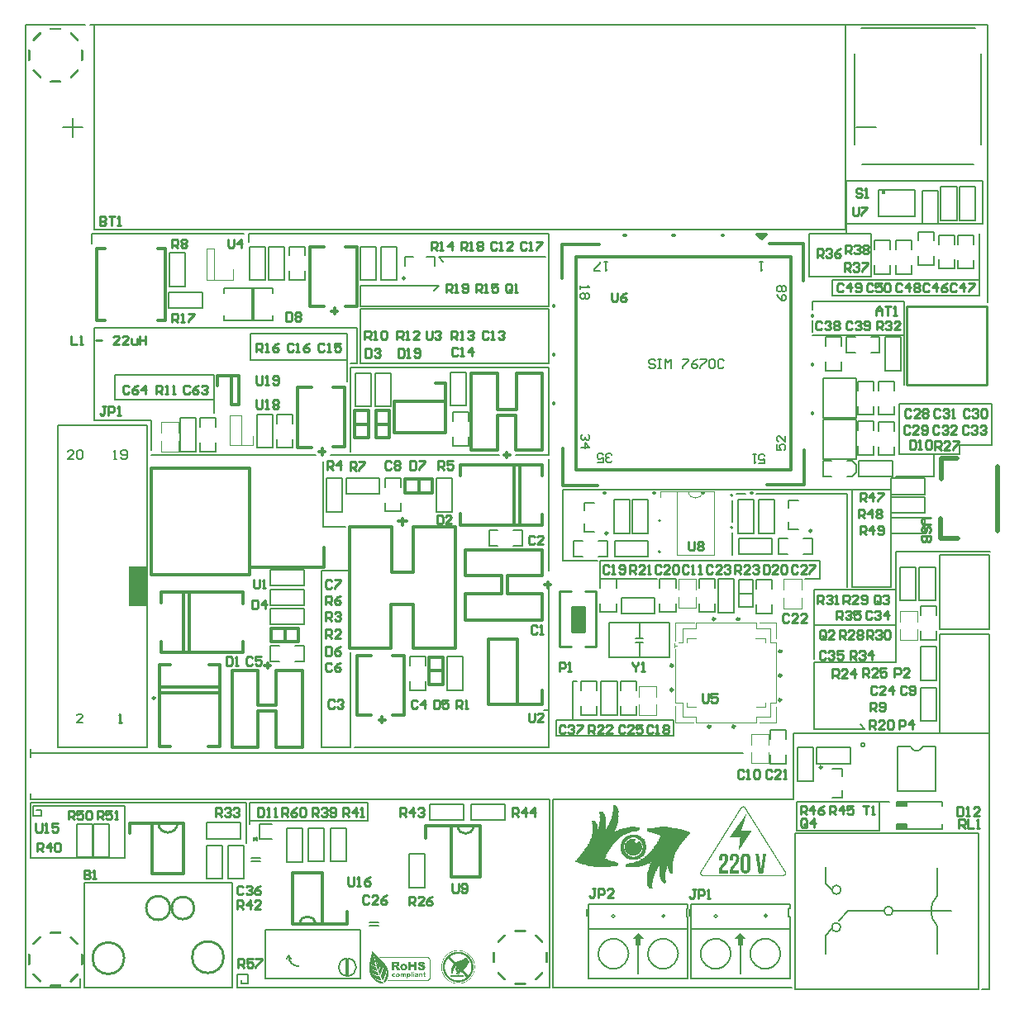
<source format=gto>
G04*
G04 #@! TF.GenerationSoftware,Altium Limited,Altium Designer,21.0.8 (223)*
G04*
G04 Layer_Color=65535*
%FSTAX24Y24*%
%MOIN*%
G70*
G04*
G04 #@! TF.SameCoordinates,6FDD5C99-857A-4E56-A0FC-F6C85F5CD364*
G04*
G04*
G04 #@! TF.FilePolarity,Positive*
G04*
G01*
G75*
%ADD10C,0.0070*%
%ADD11C,0.0100*%
%ADD12C,0.0118*%
%ADD13C,0.0039*%
%ADD14C,0.0079*%
%ADD15C,0.0098*%
%ADD16C,0.0060*%
%ADD17C,0.0157*%
%ADD18C,0.0200*%
%ADD19C,0.0059*%
%ADD20C,0.0050*%
%ADD21C,0.0070*%
%ADD22C,0.0020*%
%ADD23C,0.0020*%
%ADD24C,0.0090*%
%ADD25R,0.0394X0.0197*%
%ADD26R,0.0748X0.1614*%
%ADD27R,0.0500X0.1000*%
%ADD28R,0.0120X0.1310*%
G36*
X039205Y017475D02*
X039216D01*
Y017472D01*
X039227D01*
Y017468D01*
X039234D01*
Y017465D01*
X039241D01*
Y017461D01*
X039244D01*
Y017457D01*
X039252D01*
Y017454D01*
X039255D01*
Y01745D01*
X039259D01*
Y017447D01*
X039266D01*
Y017443D01*
Y01744D01*
X039269D01*
Y017436D01*
X039273D01*
Y017432D01*
X039277D01*
Y017429D01*
Y017425D01*
X03928D01*
Y017422D01*
X039284D01*
Y017418D01*
Y017415D01*
X039287D01*
Y017411D01*
X039291D01*
Y017407D01*
Y017404D01*
X039294D01*
Y0174D01*
X039298D01*
Y017397D01*
Y017393D01*
X039302D01*
Y01739D01*
Y017386D01*
X039305D01*
Y017382D01*
X039309D01*
Y017379D01*
Y017375D01*
X039312D01*
Y017372D01*
Y017368D01*
X039316D01*
Y017365D01*
X03932D01*
Y017361D01*
Y017357D01*
X039323D01*
Y017354D01*
X039327D01*
Y01735D01*
Y017347D01*
X03933D01*
Y017343D01*
X039334D01*
Y01734D01*
Y017336D01*
X039337D01*
Y017332D01*
X039341D01*
Y017329D01*
Y017325D01*
X039345D01*
Y017322D01*
Y017318D01*
X039348D01*
Y017314D01*
X039352D01*
Y017311D01*
Y017307D01*
X039355D01*
Y017304D01*
Y0173D01*
X039359D01*
Y017297D01*
X039362D01*
Y017293D01*
Y017289D01*
X039366D01*
Y017286D01*
Y017282D01*
X03937D01*
Y017279D01*
X039373D01*
Y017275D01*
Y017272D01*
X039377D01*
Y017268D01*
X03938D01*
Y017264D01*
Y017261D01*
X039384D01*
Y017257D01*
X039387D01*
Y017254D01*
Y01725D01*
X039391D01*
Y017247D01*
X039395D01*
Y017243D01*
Y017239D01*
Y017236D01*
X039398D01*
Y017232D01*
X039402D01*
Y017229D01*
X039405D01*
Y017225D01*
Y017222D01*
X039409D01*
Y017218D01*
Y017214D01*
X039412D01*
Y017211D01*
X039416D01*
Y017207D01*
Y017204D01*
X03942D01*
Y0172D01*
X039423D01*
Y017197D01*
Y017193D01*
X039427D01*
Y017189D01*
Y017186D01*
X03943D01*
Y017182D01*
X039434D01*
Y017179D01*
Y017175D01*
X039437D01*
Y017171D01*
X039441D01*
Y017168D01*
Y017164D01*
X039445D01*
Y017161D01*
X039448D01*
Y017157D01*
Y017154D01*
X039452D01*
Y01715D01*
Y017146D01*
X039455D01*
Y017143D01*
X039459D01*
Y017139D01*
Y017136D01*
X039463D01*
Y017132D01*
X039466D01*
Y017129D01*
Y017125D01*
X03947D01*
Y017121D01*
X039473D01*
Y017118D01*
Y017114D01*
X039477D01*
Y017111D01*
Y017107D01*
X03948D01*
Y017104D01*
Y0171D01*
X039484D01*
Y017096D01*
X039488D01*
Y017093D01*
X039491D01*
Y017089D01*
Y017086D01*
X039495D01*
Y017082D01*
Y017079D01*
X039498D01*
Y017075D01*
X039502D01*
Y017071D01*
Y017068D01*
X039505D01*
Y017064D01*
X039509D01*
Y017061D01*
Y017057D01*
X039513D01*
Y017053D01*
Y01705D01*
X039516D01*
Y017046D01*
X03952D01*
Y017043D01*
Y017039D01*
X039523D01*
Y017036D01*
Y017032D01*
X039527D01*
Y017028D01*
X03953D01*
Y017025D01*
Y017021D01*
X039534D01*
Y017018D01*
Y017014D01*
X039538D01*
Y017011D01*
X039541D01*
Y017007D01*
Y017003D01*
X039545D01*
Y017D01*
X039548D01*
Y016996D01*
Y016993D01*
X039552D01*
Y016989D01*
X039555D01*
Y016986D01*
Y016982D01*
X039559D01*
Y016978D01*
Y016975D01*
X039563D01*
Y016971D01*
X039566D01*
Y016968D01*
Y016964D01*
X03957D01*
Y016961D01*
X039573D01*
Y016957D01*
Y016953D01*
X039577D01*
Y01695D01*
Y016946D01*
X039581D01*
Y016943D01*
X039584D01*
Y016939D01*
Y016936D01*
X039588D01*
Y016932D01*
X039591D01*
Y016928D01*
Y016925D01*
X039595D01*
Y016921D01*
X039598D01*
Y016918D01*
Y016914D01*
X039602D01*
Y01691D01*
Y016907D01*
X039606D01*
Y016903D01*
X039609D01*
Y0169D01*
Y016896D01*
X039613D01*
Y016893D01*
Y016889D01*
X039616D01*
Y016885D01*
X03962D01*
Y016882D01*
Y016878D01*
X039623D01*
Y016875D01*
X039627D01*
Y016871D01*
Y016868D01*
X039631D01*
Y016864D01*
Y01686D01*
X039634D01*
Y016857D01*
X039638D01*
Y016853D01*
X039641D01*
Y01685D01*
Y016846D01*
X039645D01*
Y016843D01*
Y016839D01*
X039648D01*
Y016835D01*
X039652D01*
Y016832D01*
Y016828D01*
X039656D01*
Y016825D01*
Y016821D01*
X039659D01*
Y016818D01*
X039663D01*
Y016814D01*
Y01681D01*
X039666D01*
Y016807D01*
Y016803D01*
X03967D01*
Y0168D01*
X039673D01*
Y016796D01*
Y016793D01*
X039677D01*
Y016789D01*
X039681D01*
Y016785D01*
Y016782D01*
X039684D01*
Y016778D01*
X039688D01*
Y016775D01*
Y016771D01*
X039691D01*
Y016767D01*
Y016764D01*
X039695D01*
Y01676D01*
X039698D01*
Y016757D01*
Y016753D01*
X039702D01*
Y01675D01*
X039706D01*
Y016746D01*
Y016742D01*
X039709D01*
Y016739D01*
Y016735D01*
X039713D01*
Y016732D01*
X039716D01*
Y016728D01*
Y016725D01*
X03972D01*
Y016721D01*
Y016717D01*
X039724D01*
Y016714D01*
X039727D01*
Y01671D01*
X039731D01*
Y016707D01*
Y016703D01*
X039734D01*
Y0167D01*
Y016696D01*
X039738D01*
Y016692D01*
Y016689D01*
X039741D01*
Y016685D01*
X039745D01*
Y016682D01*
Y016678D01*
X039749D01*
Y016675D01*
X039752D01*
Y016671D01*
Y016667D01*
X039756D01*
Y016664D01*
Y01666D01*
X039759D01*
Y016657D01*
X039763D01*
Y016653D01*
X039766D01*
Y016649D01*
Y016646D01*
X03977D01*
Y016642D01*
Y016639D01*
X039774D01*
Y016635D01*
X039777D01*
Y016632D01*
Y016628D01*
X039781D01*
Y016624D01*
Y016621D01*
X039784D01*
Y016617D01*
X039788D01*
Y016614D01*
Y01661D01*
X039791D01*
Y016607D01*
Y016603D01*
X039795D01*
Y016599D01*
X039799D01*
Y016596D01*
X039802D01*
Y016592D01*
Y016589D01*
X039806D01*
Y016585D01*
Y016582D01*
X039809D01*
Y016578D01*
X039813D01*
Y016574D01*
Y016571D01*
X039816D01*
Y016567D01*
X03982D01*
Y016564D01*
Y01656D01*
X039824D01*
Y016557D01*
Y016553D01*
X039827D01*
Y016549D01*
Y016546D01*
X039831D01*
Y016542D01*
X039834D01*
Y016539D01*
Y016535D01*
X039838D01*
Y016532D01*
Y016528D01*
X039841D01*
Y016524D01*
X039845D01*
Y016521D01*
X039849D01*
Y016517D01*
Y016514D01*
X039852D01*
Y01651D01*
X039856D01*
Y016506D01*
Y016503D01*
X039859D01*
Y016499D01*
Y016496D01*
X039863D01*
Y016492D01*
X039867D01*
Y016489D01*
Y016485D01*
X03987D01*
Y016481D01*
Y016478D01*
X039874D01*
Y016474D01*
X039877D01*
Y016471D01*
Y016467D01*
X039881D01*
Y016464D01*
X039884D01*
Y01646D01*
Y016456D01*
X039888D01*
Y016453D01*
Y016449D01*
X039892D01*
Y016446D01*
X039895D01*
Y016442D01*
X039899D01*
Y016439D01*
Y016435D01*
X039902D01*
Y016431D01*
Y016428D01*
X039906D01*
Y016424D01*
X039909D01*
Y016421D01*
Y016417D01*
Y016414D01*
X039913D01*
Y01641D01*
X039917D01*
Y016406D01*
X03992D01*
Y016403D01*
Y016399D01*
X039924D01*
Y016396D01*
Y016392D01*
X039927D01*
Y016389D01*
X039931D01*
Y016385D01*
Y016381D01*
X039934D01*
Y016378D01*
X039938D01*
Y016374D01*
Y016371D01*
X039942D01*
Y016367D01*
X039945D01*
Y016363D01*
Y01636D01*
X039949D01*
Y016356D01*
X039952D01*
Y016353D01*
Y016349D01*
X039956D01*
Y016346D01*
Y016342D01*
X039959D01*
Y016338D01*
X039963D01*
Y016335D01*
Y016331D01*
X039967D01*
Y016328D01*
Y016324D01*
X03997D01*
Y016321D01*
X039974D01*
Y016317D01*
Y016313D01*
X039977D01*
Y01631D01*
X039981D01*
Y016306D01*
Y016303D01*
X039984D01*
Y016299D01*
Y016296D01*
X039988D01*
Y016292D01*
X039992D01*
Y016288D01*
Y016285D01*
X039995D01*
Y016281D01*
Y016278D01*
X039999D01*
Y016274D01*
X040002D01*
Y016271D01*
X040006D01*
Y016267D01*
Y016263D01*
Y01626D01*
X04001D01*
Y016256D01*
X040013D01*
Y016253D01*
X040017D01*
Y016249D01*
Y016245D01*
X04002D01*
Y016242D01*
Y016238D01*
X040024D01*
Y016235D01*
X040027D01*
Y016231D01*
Y016228D01*
X040031D01*
Y016224D01*
X040035D01*
Y01622D01*
Y016217D01*
X040038D01*
Y016213D01*
Y01621D01*
X040042D01*
Y016206D01*
X040045D01*
Y016203D01*
Y016199D01*
X040049D01*
Y016195D01*
Y016192D01*
X040052D01*
Y016188D01*
X040056D01*
Y016185D01*
Y016181D01*
X04006D01*
Y016178D01*
X040063D01*
Y016174D01*
Y01617D01*
X040067D01*
Y016167D01*
X04007D01*
Y016163D01*
Y01616D01*
X040074D01*
Y016156D01*
Y016153D01*
X040077D01*
Y016149D01*
X040081D01*
Y016145D01*
Y016142D01*
X040085D01*
Y016138D01*
X040088D01*
Y016135D01*
Y016131D01*
X040092D01*
Y016128D01*
Y016124D01*
X040095D01*
Y01612D01*
X040099D01*
Y016117D01*
Y016113D01*
X040102D01*
Y01611D01*
X040106D01*
Y016106D01*
Y016102D01*
X04011D01*
Y016099D01*
X040113D01*
Y016095D01*
Y016092D01*
X040117D01*
Y016088D01*
Y016085D01*
X04012D01*
Y016081D01*
X040124D01*
Y016077D01*
Y016074D01*
X040128D01*
Y01607D01*
Y016067D01*
X040131D01*
Y016063D01*
X040135D01*
Y01606D01*
Y016056D01*
X040138D01*
Y016052D01*
X040142D01*
Y016049D01*
Y016045D01*
X040145D01*
Y016042D01*
Y016038D01*
X040149D01*
Y016035D01*
X040153D01*
Y016031D01*
Y016027D01*
X040156D01*
Y016024D01*
X04016D01*
Y01602D01*
Y016017D01*
X040163D01*
Y016013D01*
X040167D01*
Y01601D01*
Y016006D01*
X04017D01*
Y016002D01*
Y015999D01*
X040174D01*
Y015995D01*
X040178D01*
Y015992D01*
Y015988D01*
X040181D01*
Y015985D01*
Y015981D01*
X040185D01*
Y015977D01*
X040188D01*
Y015974D01*
Y01597D01*
X040192D01*
Y015967D01*
X040195D01*
Y015963D01*
Y015959D01*
X040199D01*
Y015956D01*
X040203D01*
Y015952D01*
Y015949D01*
X040206D01*
Y015945D01*
X04021D01*
Y015942D01*
Y015938D01*
Y015934D01*
X040213D01*
Y015931D01*
X040217D01*
Y015927D01*
X04022D01*
Y015924D01*
Y01592D01*
X040224D01*
Y015917D01*
Y015913D01*
X040228D01*
Y015909D01*
X040231D01*
Y015906D01*
Y015902D01*
X040235D01*
Y015899D01*
X040238D01*
Y015895D01*
Y015892D01*
X040242D01*
Y015888D01*
Y015884D01*
X040245D01*
Y015881D01*
X040249D01*
Y015877D01*
Y015874D01*
X040253D01*
Y01587D01*
Y015867D01*
X040256D01*
Y015863D01*
X04026D01*
Y015859D01*
Y015856D01*
X040263D01*
Y015852D01*
Y015849D01*
X040267D01*
Y015845D01*
X040271D01*
Y015841D01*
X040274D01*
Y015838D01*
Y015834D01*
X040278D01*
Y015831D01*
Y015827D01*
X040281D01*
Y015824D01*
X040285D01*
Y01582D01*
Y015816D01*
X040288D01*
Y015813D01*
X040292D01*
Y015809D01*
Y015806D01*
X040296D01*
Y015802D01*
Y015799D01*
X040299D01*
Y015795D01*
X040303D01*
Y015791D01*
Y015788D01*
X040306D01*
Y015784D01*
Y015781D01*
X04031D01*
Y015777D01*
X040313D01*
Y015774D01*
X040317D01*
Y01577D01*
Y015766D01*
X040321D01*
Y015763D01*
Y015759D01*
X040324D01*
Y015756D01*
X040328D01*
Y015752D01*
Y015749D01*
X040331D01*
Y015745D01*
X040335D01*
Y015741D01*
Y015738D01*
X040338D01*
Y015734D01*
Y015731D01*
X040342D01*
Y015727D01*
X040346D01*
Y015724D01*
Y01572D01*
X040349D01*
Y015716D01*
Y015713D01*
X040353D01*
Y015709D01*
X040356D01*
Y015706D01*
Y015702D01*
X04036D01*
Y015698D01*
X040363D01*
Y015695D01*
Y015691D01*
X040367D01*
Y015688D01*
X040371D01*
Y015684D01*
Y015681D01*
X040374D01*
Y015677D01*
Y015673D01*
X040378D01*
Y01567D01*
X040381D01*
Y015666D01*
Y015663D01*
X040385D01*
Y015659D01*
Y015656D01*
X040388D01*
Y015652D01*
X040392D01*
Y015648D01*
Y015645D01*
X040396D01*
Y015641D01*
X040399D01*
Y015638D01*
Y015634D01*
X040403D01*
Y015631D01*
Y015627D01*
X040406D01*
Y015623D01*
X04041D01*
Y01562D01*
X040414D01*
Y015616D01*
Y015613D01*
X040417D01*
Y015609D01*
Y015606D01*
X040421D01*
Y015602D01*
X040424D01*
Y015598D01*
Y015595D01*
X040428D01*
Y015591D01*
Y015588D01*
X040431D01*
Y015584D01*
X040435D01*
Y015581D01*
Y015577D01*
X040439D01*
Y015573D01*
Y01557D01*
X040442D01*
Y015566D01*
X040446D01*
Y015563D01*
Y015559D01*
X040449D01*
Y015555D01*
X040453D01*
Y015552D01*
X040456D01*
Y015548D01*
Y015545D01*
X04046D01*
Y015541D01*
Y015538D01*
X040464D01*
Y015534D01*
X040467D01*
Y01553D01*
Y015527D01*
X040471D01*
Y015523D01*
Y01552D01*
X040474D01*
Y015516D01*
X040478D01*
Y015513D01*
Y015509D01*
X040481D01*
Y015505D01*
Y015502D01*
X040485D01*
Y015498D01*
X040489D01*
Y015495D01*
Y015491D01*
X040492D01*
Y015488D01*
X040496D01*
Y015484D01*
Y01548D01*
X040499D01*
Y015477D01*
X040503D01*
Y015473D01*
Y01547D01*
X040506D01*
Y015466D01*
X04051D01*
Y015463D01*
Y015459D01*
X040514D01*
Y015455D01*
Y015452D01*
X040517D01*
Y015448D01*
X040521D01*
Y015445D01*
Y015441D01*
Y015438D01*
X040524D01*
Y015434D01*
X040528D01*
Y01543D01*
X040532D01*
Y015427D01*
Y015423D01*
X040535D01*
Y01542D01*
X040539D01*
Y015416D01*
Y015412D01*
X040542D01*
Y015409D01*
Y015405D01*
X040546D01*
Y015402D01*
X040549D01*
Y015398D01*
Y015395D01*
X040553D01*
Y015391D01*
Y015387D01*
X040557D01*
Y015384D01*
X04056D01*
Y01538D01*
Y015377D01*
X040564D01*
Y015373D01*
X040567D01*
Y01537D01*
Y015366D01*
X040571D01*
Y015362D01*
X040574D01*
Y015359D01*
Y015355D01*
X040578D01*
Y015352D01*
Y015348D01*
X040582D01*
Y015345D01*
X040585D01*
Y015341D01*
Y015337D01*
X040589D01*
Y015334D01*
X040592D01*
Y01533D01*
Y015327D01*
X040596D01*
Y015323D01*
Y01532D01*
X040599D01*
Y015316D01*
X040603D01*
Y015312D01*
Y015309D01*
X040607D01*
Y015305D01*
Y015302D01*
X04061D01*
Y015298D01*
X040614D01*
Y015295D01*
Y015291D01*
X040617D01*
Y015287D01*
X040621D01*
Y015284D01*
Y01528D01*
X040624D01*
Y015277D01*
X040628D01*
Y015273D01*
Y015269D01*
X040632D01*
Y015266D01*
X040635D01*
Y015262D01*
Y015259D01*
X040639D01*
Y015255D01*
Y015252D01*
X040642D01*
Y015248D01*
X040646D01*
Y015244D01*
Y015241D01*
X040649D01*
Y015237D01*
Y015234D01*
X040653D01*
Y01523D01*
X040657D01*
Y015227D01*
Y015223D01*
X04066D01*
Y015219D01*
Y015216D01*
X040664D01*
Y015212D01*
X040667D01*
Y015209D01*
X040671D01*
Y015205D01*
Y015202D01*
X040675D01*
Y015198D01*
Y015194D01*
X040678D01*
Y015191D01*
X040682D01*
Y015187D01*
Y015184D01*
X040685D01*
Y01518D01*
Y015177D01*
X040689D01*
Y015173D01*
X040692D01*
Y015169D01*
Y015166D01*
X040696D01*
Y015162D01*
X0407D01*
Y015159D01*
Y015155D01*
X040703D01*
Y015151D01*
Y015148D01*
X040707D01*
Y015144D01*
X04071D01*
Y015141D01*
Y015137D01*
X040714D01*
Y015134D01*
X040717D01*
Y01513D01*
Y015126D01*
X040721D01*
Y015123D01*
X040725D01*
Y015119D01*
Y015116D01*
X040728D01*
Y015112D01*
Y015109D01*
X040732D01*
Y015105D01*
X040735D01*
Y015101D01*
Y015098D01*
X040739D01*
Y015094D01*
Y015091D01*
X040742D01*
Y015087D01*
X040746D01*
Y015084D01*
Y01508D01*
X04075D01*
Y015076D01*
X040753D01*
Y015073D01*
Y015069D01*
X040757D01*
Y015066D01*
X04076D01*
Y015062D01*
Y015059D01*
X040764D01*
Y015055D01*
X040767D01*
Y015051D01*
Y015048D01*
Y015044D01*
X040771D01*
Y015041D01*
X040775D01*
Y015037D01*
X040778D01*
Y015034D01*
Y01503D01*
X040782D01*
Y015026D01*
Y015023D01*
X040785D01*
Y015019D01*
X040789D01*
Y015016D01*
Y015012D01*
X040792D01*
Y015008D01*
X040796D01*
Y015005D01*
Y015001D01*
X0408D01*
Y014998D01*
Y014994D01*
X040803D01*
Y014991D01*
X040807D01*
Y014987D01*
Y014983D01*
X04081D01*
Y01498D01*
Y014976D01*
X040814D01*
Y014973D01*
X040818D01*
Y014969D01*
X040821D01*
Y014966D01*
Y014962D01*
Y014958D01*
X040825D01*
Y014955D01*
X040828D01*
Y014951D01*
X040832D01*
Y014948D01*
Y014944D01*
X040835D01*
Y014941D01*
X040839D01*
Y014937D01*
Y014933D01*
X040843D01*
Y01493D01*
Y014926D01*
X040846D01*
Y014923D01*
X04085D01*
Y014919D01*
Y014916D01*
X040853D01*
Y014912D01*
Y014908D01*
X040857D01*
Y014905D01*
X04086D01*
Y014901D01*
Y014898D01*
X040864D01*
Y014894D01*
Y014891D01*
X040868D01*
Y014887D01*
X040871D01*
Y014883D01*
X040875D01*
Y01488D01*
Y014876D01*
X040878D01*
Y014873D01*
Y014869D01*
X040882D01*
Y014865D01*
X040885D01*
Y014862D01*
Y014858D01*
X040889D01*
Y014855D01*
X040893D01*
Y014851D01*
Y014848D01*
X040896D01*
Y014844D01*
Y01484D01*
X0409D01*
Y014837D01*
X040903D01*
Y014833D01*
Y01483D01*
X040907D01*
Y014826D01*
Y014823D01*
X04091D01*
Y014819D01*
Y014815D01*
Y014812D01*
X040914D01*
Y014808D01*
Y014805D01*
Y014801D01*
Y014798D01*
X040918D01*
Y014794D01*
Y01479D01*
Y014787D01*
Y014783D01*
Y01478D01*
Y014776D01*
Y014773D01*
Y014769D01*
Y014765D01*
Y014762D01*
Y014758D01*
Y014755D01*
X040914D01*
Y014751D01*
Y014748D01*
Y014744D01*
X04091D01*
Y01474D01*
Y014737D01*
X040907D01*
Y014733D01*
Y01473D01*
Y014726D01*
X040903D01*
Y014722D01*
Y014719D01*
X0409D01*
Y014715D01*
X040896D01*
Y014712D01*
Y014708D01*
X040893D01*
Y014705D01*
X040889D01*
Y014701D01*
X040885D01*
Y014697D01*
X040882D01*
Y014694D01*
X040878D01*
Y01469D01*
X040875D01*
Y014687D01*
X040871D01*
Y014683D01*
X040864D01*
Y01468D01*
X040857D01*
Y014676D01*
X040853D01*
Y014672D01*
X040846D01*
Y014669D01*
X040828D01*
Y014665D01*
X037543D01*
Y014669D01*
X037525D01*
Y014672D01*
X037518D01*
Y014676D01*
X03751D01*
Y01468D01*
X037503D01*
Y014683D01*
X037496D01*
Y014687D01*
X037493D01*
Y01469D01*
X037489D01*
Y014694D01*
X037485D01*
Y014697D01*
X037482D01*
Y014701D01*
X037478D01*
Y014705D01*
X037475D01*
Y014708D01*
Y014712D01*
X037471D01*
Y014715D01*
X037468D01*
Y014719D01*
X037464D01*
Y014722D01*
Y014726D01*
X03746D01*
Y01473D01*
Y014733D01*
Y014737D01*
X037457D01*
Y01474D01*
Y014744D01*
X037453D01*
Y014748D01*
Y014751D01*
Y014755D01*
Y014758D01*
Y014762D01*
X03745D01*
Y014765D01*
Y014769D01*
Y014773D01*
Y014776D01*
Y01478D01*
Y014783D01*
Y014787D01*
Y01479D01*
Y014794D01*
X037453D01*
Y014798D01*
Y014801D01*
Y014805D01*
Y014808D01*
Y014812D01*
X037457D01*
Y014815D01*
Y014819D01*
X03746D01*
Y014823D01*
Y014826D01*
X037464D01*
Y01483D01*
Y014833D01*
Y014837D01*
X037468D01*
Y01484D01*
X037471D01*
Y014844D01*
Y014848D01*
X037475D01*
Y014851D01*
Y014855D01*
X037478D01*
Y014858D01*
X037482D01*
Y014862D01*
Y014865D01*
X037485D01*
Y014869D01*
X037489D01*
Y014873D01*
Y014876D01*
X037493D01*
Y01488D01*
X037496D01*
Y014883D01*
Y014887D01*
X0375D01*
Y014891D01*
X037503D01*
Y014894D01*
Y014898D01*
X037507D01*
Y014901D01*
Y014905D01*
X03751D01*
Y014908D01*
X037514D01*
Y014912D01*
X037518D01*
Y014916D01*
Y014919D01*
Y014923D01*
X037521D01*
Y014926D01*
X037525D01*
Y01493D01*
X037528D01*
Y014933D01*
Y014937D01*
X037532D01*
Y014941D01*
Y014944D01*
X037535D01*
Y014948D01*
X037539D01*
Y014951D01*
Y014955D01*
X037543D01*
Y014958D01*
X037546D01*
Y014962D01*
Y014966D01*
X03755D01*
Y014969D01*
Y014973D01*
X037553D01*
Y014976D01*
X037557D01*
Y01498D01*
Y014983D01*
X037561D01*
Y014987D01*
Y014991D01*
X037564D01*
Y014994D01*
X037568D01*
Y014998D01*
Y015001D01*
X037571D01*
Y015005D01*
X037575D01*
Y015008D01*
Y015012D01*
X037578D01*
Y015016D01*
X037582D01*
Y015019D01*
Y015023D01*
X037586D01*
Y015026D01*
Y01503D01*
X037589D01*
Y015034D01*
X037593D01*
Y015037D01*
Y015041D01*
X037596D01*
Y015044D01*
X0376D01*
Y015048D01*
Y015051D01*
X037603D01*
Y015055D01*
Y015059D01*
X037607D01*
Y015062D01*
X037611D01*
Y015066D01*
Y015069D01*
X037614D01*
Y015073D01*
Y015076D01*
X037618D01*
Y01508D01*
X037621D01*
Y015084D01*
Y015087D01*
X037625D01*
Y015091D01*
X037628D01*
Y015094D01*
Y015098D01*
X037632D01*
Y015101D01*
X037636D01*
Y015105D01*
Y015109D01*
X037639D01*
Y015112D01*
Y015116D01*
X037643D01*
Y015119D01*
X037646D01*
Y015123D01*
Y015126D01*
X03765D01*
Y01513D01*
X037653D01*
Y015134D01*
Y015137D01*
X037657D01*
Y015141D01*
Y015144D01*
X037661D01*
Y015148D01*
X037664D01*
Y015151D01*
Y015155D01*
X037668D01*
Y015159D01*
Y015162D01*
X037671D01*
Y015166D01*
X037675D01*
Y015169D01*
X037678D01*
Y015173D01*
Y015177D01*
Y01518D01*
X037682D01*
Y015184D01*
X037686D01*
Y015187D01*
X037689D01*
Y015191D01*
Y015194D01*
X037693D01*
Y015198D01*
Y015202D01*
X037696D01*
Y015205D01*
X0377D01*
Y015209D01*
Y015212D01*
X037704D01*
Y015216D01*
X037707D01*
Y015219D01*
Y015223D01*
X037711D01*
Y015227D01*
Y01523D01*
X037714D01*
Y015234D01*
X037718D01*
Y015237D01*
Y015241D01*
X037721D01*
Y015244D01*
X037725D01*
Y015248D01*
Y015252D01*
X037729D01*
Y015255D01*
X037732D01*
Y015259D01*
Y015262D01*
Y015266D01*
X037736D01*
Y015269D01*
X037739D01*
Y015273D01*
X037743D01*
Y015277D01*
Y01528D01*
X037746D01*
Y015284D01*
Y015287D01*
X03775D01*
Y015291D01*
X037754D01*
Y015295D01*
Y015298D01*
X037757D01*
Y015302D01*
X037761D01*
Y015305D01*
Y015309D01*
X037764D01*
Y015312D01*
Y015316D01*
X037768D01*
Y01532D01*
X037771D01*
Y015323D01*
Y015327D01*
X037775D01*
Y01533D01*
Y015334D01*
X037779D01*
Y015337D01*
X037782D01*
Y015341D01*
Y015345D01*
X037786D01*
Y015348D01*
X037789D01*
Y015352D01*
X037793D01*
Y015355D01*
Y015359D01*
X037796D01*
Y015362D01*
Y015366D01*
X0378D01*
Y01537D01*
X037804D01*
Y015373D01*
Y015377D01*
X037807D01*
Y01538D01*
Y015384D01*
X037811D01*
Y015387D01*
X037814D01*
Y015391D01*
Y015395D01*
X037818D01*
Y015398D01*
Y015402D01*
X037822D01*
Y015405D01*
X037825D01*
Y015409D01*
Y015412D01*
X037829D01*
Y015416D01*
X037832D01*
Y01542D01*
Y015423D01*
X037836D01*
Y015427D01*
X037839D01*
Y01543D01*
Y015434D01*
X037843D01*
Y015438D01*
X037847D01*
Y015441D01*
Y015445D01*
X03785D01*
Y015448D01*
Y015452D01*
X037854D01*
Y015455D01*
X037857D01*
Y015459D01*
Y015463D01*
X037861D01*
Y015466D01*
Y01547D01*
X037864D01*
Y015473D01*
X037868D01*
Y015477D01*
Y01548D01*
X037872D01*
Y015484D01*
Y015488D01*
X037875D01*
Y015491D01*
X037879D01*
Y015495D01*
Y015498D01*
X037882D01*
Y015502D01*
X037886D01*
Y015505D01*
Y015509D01*
X037889D01*
Y015513D01*
X037893D01*
Y015516D01*
Y01552D01*
X037897D01*
Y015523D01*
X0379D01*
Y015527D01*
Y01553D01*
X037904D01*
Y015534D01*
Y015538D01*
X037907D01*
Y015541D01*
Y015545D01*
X037911D01*
Y015548D01*
X037914D01*
Y015552D01*
Y015555D01*
X037918D01*
Y015559D01*
X037922D01*
Y015563D01*
Y015566D01*
X037925D01*
Y01557D01*
X037929D01*
Y015573D01*
Y015577D01*
X037932D01*
Y015581D01*
X037936D01*
Y015584D01*
Y015588D01*
X037939D01*
Y015591D01*
Y015595D01*
X037943D01*
Y015598D01*
X037947D01*
Y015602D01*
Y015606D01*
X03795D01*
Y015609D01*
Y015613D01*
X037954D01*
Y015616D01*
X037957D01*
Y01562D01*
Y015623D01*
X037961D01*
Y015627D01*
Y015631D01*
X037965D01*
Y015634D01*
X037968D01*
Y015638D01*
Y015641D01*
X037972D01*
Y015645D01*
X037975D01*
Y015648D01*
X037979D01*
Y015652D01*
Y015656D01*
X037982D01*
Y015659D01*
Y015663D01*
X037986D01*
Y015666D01*
X03799D01*
Y01567D01*
Y015673D01*
X037993D01*
Y015677D01*
Y015681D01*
X037997D01*
Y015684D01*
X038D01*
Y015688D01*
Y015691D01*
X038004D01*
Y015695D01*
X038007D01*
Y015698D01*
Y015702D01*
X038011D01*
Y015706D01*
Y015709D01*
X038015D01*
Y015713D01*
X038018D01*
Y015716D01*
Y01572D01*
X038022D01*
Y015724D01*
Y015727D01*
X038025D01*
Y015731D01*
X038029D01*
Y015734D01*
X038032D01*
Y015738D01*
Y015741D01*
Y015745D01*
X038036D01*
Y015749D01*
X03804D01*
Y015752D01*
Y015756D01*
X038043D01*
Y015759D01*
X038047D01*
Y015763D01*
Y015766D01*
X03805D01*
Y01577D01*
X038054D01*
Y015774D01*
Y015777D01*
X038057D01*
Y015781D01*
X038061D01*
Y015784D01*
Y015788D01*
X038065D01*
Y015791D01*
Y015795D01*
X038068D01*
Y015799D01*
X038072D01*
Y015802D01*
Y015806D01*
X038075D01*
Y015809D01*
Y015813D01*
X038079D01*
Y015816D01*
X038082D01*
Y01582D01*
Y015824D01*
X038086D01*
Y015827D01*
X03809D01*
Y015831D01*
Y015834D01*
X038093D01*
Y015838D01*
X038097D01*
Y015841D01*
Y015845D01*
X0381D01*
Y015849D01*
X038104D01*
Y015852D01*
Y015856D01*
X038108D01*
Y015859D01*
Y015863D01*
X038111D01*
Y015867D01*
X038115D01*
Y01587D01*
Y015874D01*
X038118D01*
Y015877D01*
Y015881D01*
X038122D01*
Y015884D01*
X038125D01*
Y015888D01*
Y015892D01*
X038129D01*
Y015895D01*
Y015899D01*
X038133D01*
Y015902D01*
X038136D01*
Y015906D01*
X03814D01*
Y015909D01*
Y015913D01*
X038143D01*
Y015917D01*
Y01592D01*
X038147D01*
Y015924D01*
X03815D01*
Y015927D01*
Y015931D01*
X038154D01*
Y015934D01*
X038158D01*
Y015938D01*
Y015942D01*
X038161D01*
Y015945D01*
Y015949D01*
X038165D01*
Y015952D01*
X038168D01*
Y015956D01*
Y015959D01*
X038172D01*
Y015963D01*
Y015967D01*
X038175D01*
Y01597D01*
X038179D01*
Y015974D01*
Y015977D01*
X038183D01*
Y015981D01*
X038186D01*
Y015985D01*
Y015988D01*
X03819D01*
Y015992D01*
X038193D01*
Y015995D01*
Y015999D01*
X038197D01*
Y016002D01*
Y016006D01*
X0382D01*
Y01601D01*
X038204D01*
Y016013D01*
Y016017D01*
X038208D01*
Y01602D01*
Y016024D01*
X038211D01*
Y016027D01*
X038215D01*
Y016031D01*
Y016035D01*
X038218D01*
Y016038D01*
X038222D01*
Y016042D01*
Y016045D01*
X038226D01*
Y016049D01*
X038229D01*
Y016052D01*
Y016056D01*
X038233D01*
Y01606D01*
Y016063D01*
X038236D01*
Y016067D01*
Y01607D01*
X03824D01*
Y016074D01*
X038243D01*
Y016077D01*
X038247D01*
Y016081D01*
Y016085D01*
X038251D01*
Y016088D01*
Y016092D01*
X038254D01*
Y016095D01*
X038258D01*
Y016099D01*
Y016102D01*
X038261D01*
Y016106D01*
X038265D01*
Y01611D01*
Y016113D01*
X038268D01*
Y016117D01*
Y01612D01*
X038272D01*
Y016124D01*
X038276D01*
Y016128D01*
X038279D01*
Y016131D01*
Y016135D01*
Y016138D01*
X038283D01*
Y016142D01*
X038286D01*
Y016145D01*
X03829D01*
Y016149D01*
Y016153D01*
Y016156D01*
X038293D01*
Y01616D01*
X038297D01*
Y016163D01*
X038301D01*
Y016167D01*
Y01617D01*
X038304D01*
Y016174D01*
Y016178D01*
X038308D01*
Y016181D01*
X038311D01*
Y016185D01*
Y016188D01*
X038315D01*
Y016192D01*
X038318D01*
Y016195D01*
Y016199D01*
X038322D01*
Y016203D01*
Y016206D01*
X038326D01*
Y01621D01*
X038329D01*
Y016213D01*
X038333D01*
Y016217D01*
Y01622D01*
Y016224D01*
X038336D01*
Y016228D01*
X03834D01*
Y016231D01*
Y016235D01*
X038343D01*
Y016238D01*
X038347D01*
Y016242D01*
Y016245D01*
X038351D01*
Y016249D01*
X038354D01*
Y016253D01*
Y016256D01*
X038358D01*
Y01626D01*
X038361D01*
Y016263D01*
Y016267D01*
X038365D01*
Y016271D01*
Y016274D01*
X038369D01*
Y016278D01*
X038372D01*
Y016281D01*
Y016285D01*
X038376D01*
Y016288D01*
Y016292D01*
X038379D01*
Y016296D01*
X038383D01*
Y016299D01*
Y016303D01*
X038386D01*
Y016306D01*
X03839D01*
Y01631D01*
Y016313D01*
X038394D01*
Y016317D01*
X038397D01*
Y016321D01*
Y016324D01*
X038401D01*
Y016328D01*
Y016331D01*
X038404D01*
Y016335D01*
X038408D01*
Y016338D01*
Y016342D01*
X038411D01*
Y016346D01*
X038415D01*
Y016349D01*
Y016353D01*
X038419D01*
Y016356D01*
Y01636D01*
X038422D01*
Y016363D01*
X038426D01*
Y016367D01*
Y016371D01*
X038429D01*
Y016374D01*
Y016378D01*
X038433D01*
Y016381D01*
X038436D01*
Y016385D01*
X03844D01*
Y016389D01*
Y016392D01*
X038444D01*
Y016396D01*
Y016399D01*
X038447D01*
Y016403D01*
X038451D01*
Y016406D01*
Y01641D01*
X038454D01*
Y016414D01*
X038458D01*
Y016417D01*
Y016421D01*
X038461D01*
Y016424D01*
Y016428D01*
X038465D01*
Y016431D01*
Y016435D01*
X038469D01*
Y016439D01*
X038472D01*
Y016442D01*
Y016446D01*
X038476D01*
Y016449D01*
X038479D01*
Y016453D01*
Y016456D01*
X038483D01*
Y01646D01*
X038486D01*
Y016464D01*
Y016467D01*
X03849D01*
Y016471D01*
X038494D01*
Y016474D01*
Y016478D01*
X038497D01*
Y016481D01*
Y016485D01*
X038501D01*
Y016489D01*
X038504D01*
Y016492D01*
Y016496D01*
X038508D01*
Y016499D01*
Y016503D01*
X038512D01*
Y016506D01*
X038515D01*
Y01651D01*
Y016514D01*
X038519D01*
Y016517D01*
X038522D01*
Y016521D01*
Y016524D01*
X038526D01*
Y016528D01*
Y016532D01*
X038529D01*
Y016535D01*
X038533D01*
Y016539D01*
X038537D01*
Y016542D01*
Y016546D01*
X03854D01*
Y016549D01*
Y016553D01*
X038544D01*
Y016557D01*
X038547D01*
Y01656D01*
Y016564D01*
Y016567D01*
X038551D01*
Y016571D01*
X038554D01*
Y016574D01*
X038558D01*
Y016578D01*
Y016582D01*
X038562D01*
Y016585D01*
Y016589D01*
X038565D01*
Y016592D01*
X038569D01*
Y016596D01*
Y016599D01*
X038572D01*
Y016603D01*
X038576D01*
Y016607D01*
Y01661D01*
X038579D01*
Y016614D01*
Y016617D01*
X038583D01*
Y016621D01*
X038587D01*
Y016624D01*
X03859D01*
Y016628D01*
Y016632D01*
Y016635D01*
X038594D01*
Y016639D01*
X038597D01*
Y016642D01*
Y016646D01*
X038601D01*
Y016649D01*
X038604D01*
Y016653D01*
Y016657D01*
X038608D01*
Y01666D01*
X038612D01*
Y016664D01*
Y016667D01*
X038615D01*
Y016671D01*
X038619D01*
Y016675D01*
Y016678D01*
X038622D01*
Y016682D01*
Y016685D01*
X038626D01*
Y016689D01*
X03863D01*
Y016692D01*
Y016696D01*
X038633D01*
Y0167D01*
Y016703D01*
X038637D01*
Y016707D01*
X03864D01*
Y01671D01*
Y016714D01*
X038644D01*
Y016717D01*
X038647D01*
Y016721D01*
Y016725D01*
X038651D01*
Y016728D01*
X038655D01*
Y016732D01*
Y016735D01*
X038658D01*
Y016739D01*
X038662D01*
Y016742D01*
Y016746D01*
X038665D01*
Y01675D01*
Y016753D01*
X038669D01*
Y016757D01*
X038672D01*
Y01676D01*
Y016764D01*
X038676D01*
Y016767D01*
Y016771D01*
X03868D01*
Y016775D01*
X038683D01*
Y016778D01*
Y016782D01*
X038687D01*
Y016785D01*
Y016789D01*
X03869D01*
Y016793D01*
X038694D01*
Y016796D01*
X038697D01*
Y0168D01*
Y016803D01*
X038701D01*
Y016807D01*
Y01681D01*
X038705D01*
Y016814D01*
X038708D01*
Y016818D01*
Y016821D01*
X038712D01*
Y016825D01*
X038715D01*
Y016828D01*
Y016832D01*
X038719D01*
Y016835D01*
Y016839D01*
X038722D01*
Y016843D01*
X038726D01*
Y016846D01*
Y01685D01*
X03873D01*
Y016853D01*
Y016857D01*
X038733D01*
Y01686D01*
X038737D01*
Y016864D01*
Y016868D01*
X03874D01*
Y016871D01*
X038744D01*
Y016875D01*
Y016878D01*
X038747D01*
Y016882D01*
X038751D01*
Y016885D01*
Y016889D01*
X038755D01*
Y016893D01*
X038758D01*
Y016896D01*
Y0169D01*
X038762D01*
Y016903D01*
Y016907D01*
X038765D01*
Y01691D01*
X038769D01*
Y016914D01*
Y016918D01*
X038773D01*
Y016921D01*
Y016925D01*
X038776D01*
Y016928D01*
X03878D01*
Y016932D01*
Y016936D01*
X038783D01*
Y016939D01*
Y016943D01*
X038787D01*
Y016946D01*
X03879D01*
Y01695D01*
Y016953D01*
X038794D01*
Y016957D01*
Y016961D01*
X038798D01*
Y016964D01*
X038801D01*
Y016968D01*
X038805D01*
Y016971D01*
Y016975D01*
X038808D01*
Y016978D01*
Y016982D01*
X038812D01*
Y016986D01*
X038815D01*
Y016989D01*
Y016993D01*
X038819D01*
Y016996D01*
Y017D01*
X038823D01*
Y017003D01*
X038826D01*
Y017007D01*
Y017011D01*
X03883D01*
Y017014D01*
X038833D01*
Y017018D01*
Y017021D01*
X038837D01*
Y017025D01*
Y017028D01*
X03884D01*
Y017032D01*
X038844D01*
Y017036D01*
X038848D01*
Y017039D01*
Y017043D01*
Y017046D01*
X038851D01*
Y01705D01*
X038855D01*
Y017053D01*
Y017057D01*
X038858D01*
Y017061D01*
X038862D01*
Y017064D01*
Y017068D01*
X038865D01*
Y017071D01*
X038869D01*
Y017075D01*
Y017079D01*
X038873D01*
Y017082D01*
X038876D01*
Y017086D01*
Y017089D01*
X03888D01*
Y017093D01*
Y017096D01*
X038883D01*
Y0171D01*
X038887D01*
Y017104D01*
Y017107D01*
X03889D01*
Y017111D01*
Y017114D01*
X038894D01*
Y017118D01*
X038898D01*
Y017121D01*
Y017125D01*
X038901D01*
Y017129D01*
Y017132D01*
X038905D01*
Y017136D01*
X038908D01*
Y017139D01*
X038912D01*
Y017143D01*
Y017146D01*
X038916D01*
Y01715D01*
X038919D01*
Y017154D01*
Y017157D01*
X038923D01*
Y017161D01*
Y017164D01*
X038926D01*
Y017168D01*
X03893D01*
Y017171D01*
Y017175D01*
X038933D01*
Y017179D01*
Y017182D01*
X038937D01*
Y017186D01*
X038941D01*
Y017189D01*
Y017193D01*
X038944D01*
Y017197D01*
Y0172D01*
X038948D01*
Y017204D01*
X038951D01*
Y017207D01*
Y017211D01*
X038955D01*
Y017214D01*
X038958D01*
Y017218D01*
Y017222D01*
X038962D01*
Y017225D01*
X038966D01*
Y017229D01*
Y017232D01*
X038969D01*
Y017236D01*
X038973D01*
Y017239D01*
Y017243D01*
X038976D01*
Y017247D01*
Y01725D01*
X03898D01*
Y017254D01*
X038983D01*
Y017257D01*
Y017261D01*
X038987D01*
Y017264D01*
Y017268D01*
X038991D01*
Y017272D01*
X038994D01*
Y017275D01*
Y017279D01*
X038998D01*
Y017282D01*
X039001D01*
Y017286D01*
Y017289D01*
X039005D01*
Y017293D01*
X039008D01*
Y017297D01*
Y0173D01*
X039012D01*
Y017304D01*
X039016D01*
Y017307D01*
Y017311D01*
X039019D01*
Y017314D01*
Y017318D01*
X039023D01*
Y017322D01*
X039026D01*
Y017325D01*
Y017329D01*
X03903D01*
Y017332D01*
Y017336D01*
X039033D01*
Y01734D01*
X039037D01*
Y017343D01*
Y017347D01*
X039041D01*
Y01735D01*
Y017354D01*
X039044D01*
Y017357D01*
X039048D01*
Y017361D01*
X039051D01*
Y017365D01*
Y017368D01*
X039055D01*
Y017372D01*
Y017375D01*
X039059D01*
Y017379D01*
X039062D01*
Y017382D01*
Y017386D01*
X039066D01*
Y01739D01*
Y017393D01*
X039069D01*
Y017397D01*
X039073D01*
Y0174D01*
Y017404D01*
X039076D01*
Y017407D01*
X03908D01*
Y017411D01*
Y017415D01*
X039084D01*
Y017418D01*
Y017422D01*
X039087D01*
Y017425D01*
X039091D01*
Y017429D01*
X039094D01*
Y017432D01*
Y017436D01*
X039098D01*
Y01744D01*
X039101D01*
Y017443D01*
X039105D01*
Y017447D01*
X039109D01*
Y01745D01*
X039112D01*
Y017454D01*
X039116D01*
Y017457D01*
X039123D01*
Y017461D01*
X039126D01*
Y017465D01*
X039134D01*
Y017468D01*
X039141D01*
Y017472D01*
X039155D01*
Y017475D01*
X039166D01*
Y017479D01*
X039205D01*
Y017475D01*
D02*
G37*
G36*
X039328Y012126D02*
X039178D01*
Y011876D01*
X038978D01*
Y012126D01*
X038828D01*
X039078Y012376D01*
X039328Y012126D01*
D02*
G37*
G36*
X035202D02*
X035052D01*
Y011876D01*
X034852D01*
Y012126D01*
X034702D01*
X034952Y012376D01*
X035202Y012126D01*
D02*
G37*
G36*
X026241Y011205D02*
X026258D01*
Y011203D01*
X026268D01*
Y011202D01*
X026273D01*
Y0112D01*
X026279D01*
Y011198D01*
X026286D01*
Y011197D01*
X026289D01*
Y011195D01*
X026293D01*
Y011193D01*
X026297D01*
Y011192D01*
X026301D01*
Y01119D01*
X026304D01*
Y011188D01*
X026307D01*
Y011187D01*
X026309D01*
Y011185D01*
X026312D01*
Y011183D01*
X026316D01*
Y011182D01*
X026317D01*
Y01118D01*
X026319D01*
Y011178D01*
X026321D01*
Y011177D01*
X026322D01*
Y011175D01*
X026324D01*
Y011173D01*
X026326D01*
Y011172D01*
X026327D01*
Y01117D01*
X026329D01*
Y011168D01*
X026331D01*
Y011167D01*
X026332D01*
Y011165D01*
X026334D01*
Y011163D01*
Y011162D01*
X026336D01*
Y01116D01*
X026337D01*
Y011158D01*
Y011157D01*
X026339D01*
Y011155D01*
Y011153D01*
X026341D01*
Y011152D01*
X026342D01*
Y01115D01*
Y011149D01*
X026344D01*
Y011147D01*
Y011145D01*
Y011144D01*
X026346D01*
Y011142D01*
Y01114D01*
X026347D01*
Y011139D01*
Y011137D01*
Y011135D01*
X026349D01*
Y011134D01*
Y011132D01*
Y01113D01*
X026351D01*
Y011129D01*
Y011127D01*
Y011125D01*
X026352D01*
Y011124D01*
Y011122D01*
Y01112D01*
Y011119D01*
Y011117D01*
Y011115D01*
X026354D01*
Y011114D01*
Y011112D01*
Y01111D01*
Y011109D01*
X026352D01*
Y011107D01*
X026351D01*
Y011105D01*
X026326D01*
Y011104D01*
X026294D01*
Y011102D01*
X026269D01*
Y0111D01*
X026259D01*
Y011102D01*
X026258D01*
Y011104D01*
X026256D01*
Y011105D01*
X026254D01*
Y011107D01*
Y011109D01*
Y01111D01*
Y011112D01*
X026253D01*
Y011114D01*
Y011115D01*
Y011117D01*
X026251D01*
Y011119D01*
Y01112D01*
X026249D01*
Y011122D01*
Y011124D01*
X026248D01*
Y011125D01*
X026246D01*
Y011127D01*
Y011129D01*
X026244D01*
Y01113D01*
X026243D01*
Y011132D01*
X026241D01*
Y011134D01*
X026238D01*
Y011135D01*
X026236D01*
Y011137D01*
X026234D01*
Y011139D01*
X026231D01*
Y01114D01*
X026226D01*
Y011142D01*
X026221D01*
Y011144D01*
X026191D01*
Y011142D01*
X026188D01*
Y01114D01*
X026185D01*
Y011139D01*
X026181D01*
Y011137D01*
X02618D01*
Y011135D01*
X026178D01*
Y011134D01*
X026176D01*
Y011132D01*
X026175D01*
Y01113D01*
X026173D01*
Y011129D01*
Y011127D01*
X026171D01*
Y011125D01*
Y011124D01*
Y011122D01*
X02617D01*
Y01112D01*
Y011119D01*
Y011117D01*
Y011115D01*
X026171D01*
Y011114D01*
Y011112D01*
Y01111D01*
X026173D01*
Y011109D01*
X026175D01*
Y011107D01*
Y011105D01*
X026178D01*
Y011104D01*
X02618D01*
Y011102D01*
X026181D01*
Y0111D01*
X026185D01*
Y011099D01*
X02619D01*
Y011097D01*
X026193D01*
Y011095D01*
X0262D01*
Y011094D01*
X026208D01*
Y011092D01*
X026213D01*
Y01109D01*
X026221D01*
Y011089D01*
X026231D01*
Y011087D01*
X026236D01*
Y011085D01*
X026243D01*
Y011084D01*
X026251D01*
Y011082D01*
X026256D01*
Y01108D01*
X026261D01*
Y011079D01*
X026268D01*
Y011077D01*
X026273D01*
Y011076D01*
X026278D01*
Y011074D01*
X026283D01*
Y011072D01*
X026286D01*
Y011071D01*
X026291D01*
Y011069D01*
X026297D01*
Y011067D01*
X026299D01*
Y011066D01*
X026304D01*
Y011064D01*
X026307D01*
Y011062D01*
X026311D01*
Y011061D01*
X026314D01*
Y011059D01*
X026317D01*
Y011057D01*
X026319D01*
Y011056D01*
X026322D01*
Y011054D01*
X026324D01*
Y011052D01*
X026326D01*
Y011051D01*
X026329D01*
Y011049D01*
X026332D01*
Y011047D01*
X026334D01*
Y011046D01*
X026336D01*
Y011044D01*
X026337D01*
Y011042D01*
X026339D01*
Y011041D01*
X026341D01*
Y011039D01*
X026342D01*
Y011037D01*
Y011036D01*
X026344D01*
Y011034D01*
X026346D01*
Y011032D01*
X026347D01*
Y011031D01*
X026349D01*
Y011029D01*
X026351D01*
Y011027D01*
Y011026D01*
X026352D01*
Y011024D01*
Y011022D01*
X026354D01*
Y011021D01*
Y011019D01*
X026356D01*
Y011017D01*
Y011016D01*
X026357D01*
Y011014D01*
Y011012D01*
X026359D01*
Y011011D01*
Y011009D01*
Y011007D01*
X026361D01*
Y011006D01*
Y011004D01*
Y011003D01*
X026362D01*
Y011001D01*
Y010999D01*
Y010998D01*
Y010996D01*
Y010994D01*
X026364D01*
Y010993D01*
Y010991D01*
Y010989D01*
Y010988D01*
Y010986D01*
Y010984D01*
Y010983D01*
Y010981D01*
Y010979D01*
Y010978D01*
Y010976D01*
Y010974D01*
Y010973D01*
Y010971D01*
Y010969D01*
Y010968D01*
Y010966D01*
Y010964D01*
Y010963D01*
Y010961D01*
Y010959D01*
Y010958D01*
Y010956D01*
X026362D01*
Y010954D01*
Y010953D01*
Y010951D01*
Y010949D01*
Y010948D01*
Y010946D01*
X026361D01*
Y010944D01*
Y010943D01*
X026359D01*
Y010941D01*
Y010939D01*
Y010938D01*
X026357D01*
Y010936D01*
Y010934D01*
Y010933D01*
X026356D01*
Y010931D01*
Y010929D01*
X026354D01*
Y010928D01*
Y010926D01*
X026352D01*
Y010925D01*
Y010923D01*
X026351D01*
Y010921D01*
Y01092D01*
X026349D01*
Y010918D01*
X026347D01*
Y010916D01*
Y010915D01*
X026346D01*
Y010913D01*
X026344D01*
Y010911D01*
Y01091D01*
X026342D01*
Y010908D01*
X026341D01*
Y010906D01*
X026339D01*
Y010905D01*
X026337D01*
Y010903D01*
Y010901D01*
X026334D01*
Y0109D01*
Y010898D01*
X026332D01*
Y010896D01*
X026331D01*
Y010895D01*
X026327D01*
Y010893D01*
X026326D01*
Y010891D01*
X026324D01*
Y01089D01*
X026321D01*
Y010888D01*
X026319D01*
Y010886D01*
X026317D01*
Y010885D01*
X026314D01*
Y010883D01*
X026312D01*
Y010881D01*
X026309D01*
Y01088D01*
X026306D01*
Y010878D01*
X026302D01*
Y010876D01*
X026299D01*
Y010875D01*
X026294D01*
Y010873D01*
X026291D01*
Y010871D01*
X026286D01*
Y01087D01*
X026281D01*
Y010868D01*
X026276D01*
Y010866D01*
X026268D01*
Y010865D01*
X026258D01*
Y010863D01*
X026248D01*
Y010861D01*
X02618D01*
Y010863D01*
X026171D01*
Y010865D01*
X02616D01*
Y010866D01*
X026151D01*
Y010868D01*
X026147D01*
Y01087D01*
X026138D01*
Y010871D01*
X026133D01*
Y010873D01*
X02613D01*
Y010875D01*
X026125D01*
Y010876D01*
X026122D01*
Y010878D01*
X02612D01*
Y01088D01*
X026117D01*
Y010881D01*
X026113D01*
Y010883D01*
X026112D01*
Y010885D01*
X026108D01*
Y010886D01*
X026105D01*
Y010888D01*
X026103D01*
Y01089D01*
X026102D01*
Y010891D01*
X0261D01*
Y010893D01*
X026098D01*
Y010895D01*
X026097D01*
Y010896D01*
X026095D01*
Y010898D01*
X026093D01*
Y0109D01*
X026092D01*
Y010901D01*
X02609D01*
Y010903D01*
Y010905D01*
X026088D01*
Y010906D01*
X026087D01*
Y010908D01*
X026085D01*
Y01091D01*
Y010911D01*
X026083D01*
Y010913D01*
X026082D01*
Y010915D01*
X02608D01*
Y010916D01*
Y010918D01*
X026078D01*
Y01092D01*
Y010921D01*
X026077D01*
Y010923D01*
Y010925D01*
X026075D01*
Y010926D01*
Y010928D01*
X026074D01*
Y010929D01*
Y010931D01*
X026072D01*
Y010933D01*
Y010934D01*
X02607D01*
Y010936D01*
Y010938D01*
Y010939D01*
X026069D01*
Y010941D01*
Y010943D01*
Y010944D01*
Y010946D01*
X026067D01*
Y010948D01*
Y010949D01*
X026065D01*
Y010951D01*
Y010953D01*
Y010954D01*
Y010956D01*
X026064D01*
Y010958D01*
Y010959D01*
Y010961D01*
Y010963D01*
Y010964D01*
Y010966D01*
Y010968D01*
X026062D01*
Y010969D01*
Y010971D01*
Y010973D01*
Y010974D01*
Y010976D01*
X026064D01*
Y010978D01*
X026069D01*
Y010979D01*
X026098D01*
Y010981D01*
X026128D01*
Y010983D01*
X026148D01*
Y010984D01*
X026158D01*
Y010983D01*
X02616D01*
Y010981D01*
Y010979D01*
X026161D01*
Y010978D01*
Y010976D01*
Y010974D01*
X026163D01*
Y010973D01*
Y010971D01*
Y010969D01*
Y010968D01*
Y010966D01*
X026165D01*
Y010964D01*
Y010963D01*
Y010961D01*
X026166D01*
Y010959D01*
Y010958D01*
X026168D01*
Y010956D01*
Y010954D01*
X02617D01*
Y010953D01*
Y010951D01*
X026171D01*
Y010949D01*
X026173D01*
Y010948D01*
Y010946D01*
X026175D01*
Y010944D01*
X026176D01*
Y010943D01*
X026178D01*
Y010941D01*
X02618D01*
Y010939D01*
X026181D01*
Y010938D01*
X026185D01*
Y010936D01*
X026186D01*
Y010934D01*
X02619D01*
Y010933D01*
X026193D01*
Y010931D01*
X026198D01*
Y010929D01*
X026206D01*
Y010928D01*
X026231D01*
Y010929D01*
X026239D01*
Y010931D01*
X026244D01*
Y010933D01*
X026246D01*
Y010934D01*
X026249D01*
Y010936D01*
X026251D01*
Y010938D01*
X026253D01*
Y010939D01*
X026254D01*
Y010941D01*
X026256D01*
Y010943D01*
X026258D01*
Y010944D01*
X026259D01*
Y010946D01*
Y010948D01*
X026261D01*
Y010949D01*
X026263D01*
Y010951D01*
Y010953D01*
Y010954D01*
Y010956D01*
Y010958D01*
X026264D01*
Y010959D01*
Y010961D01*
Y010963D01*
Y010964D01*
X026263D01*
Y010966D01*
Y010968D01*
Y010969D01*
Y010971D01*
X026261D01*
Y010973D01*
Y010974D01*
X026259D01*
Y010976D01*
Y010978D01*
X026258D01*
Y010979D01*
X026256D01*
Y010981D01*
X026254D01*
Y010983D01*
Y010984D01*
X026251D01*
Y010986D01*
X026249D01*
Y010988D01*
X026246D01*
Y010989D01*
X026243D01*
Y010991D01*
X026238D01*
Y010993D01*
X026236D01*
Y010994D01*
X026229D01*
Y010996D01*
X026224D01*
Y010998D01*
X026221D01*
Y010999D01*
X026215D01*
Y011001D01*
X026206D01*
Y011003D01*
X026201D01*
Y011004D01*
X026193D01*
Y011006D01*
X026186D01*
Y011007D01*
X026181D01*
Y011009D01*
X026173D01*
Y011011D01*
X026168D01*
Y011012D01*
X026163D01*
Y011014D01*
X026158D01*
Y011016D01*
X026153D01*
Y011017D01*
X026148D01*
Y011019D01*
X026145D01*
Y011021D01*
X02614D01*
Y011022D01*
X026138D01*
Y011024D01*
X026133D01*
Y011026D01*
X02613D01*
Y011027D01*
X026127D01*
Y011029D01*
X026123D01*
Y011031D01*
X02612D01*
Y011032D01*
X026118D01*
Y011034D01*
X026115D01*
Y011036D01*
X026113D01*
Y011037D01*
X02611D01*
Y011039D01*
X026108D01*
Y011041D01*
X026107D01*
Y011042D01*
X026105D01*
Y011044D01*
X026102D01*
Y011046D01*
X0261D01*
Y011047D01*
X026098D01*
Y011049D01*
X026097D01*
Y011051D01*
X026095D01*
Y011052D01*
X026093D01*
Y011054D01*
Y011056D01*
X026092D01*
Y011057D01*
X02609D01*
Y011059D01*
X026088D01*
Y011061D01*
Y011062D01*
X026087D01*
Y011064D01*
X026085D01*
Y011066D01*
Y011067D01*
X026083D01*
Y011069D01*
Y011071D01*
X026082D01*
Y011072D01*
X02608D01*
Y011074D01*
Y011076D01*
Y011077D01*
X026078D01*
Y011079D01*
Y01108D01*
Y011082D01*
Y011084D01*
X026077D01*
Y011085D01*
Y011087D01*
Y011089D01*
X026075D01*
Y01109D01*
Y011092D01*
Y011094D01*
Y011095D01*
Y011097D01*
Y011099D01*
Y0111D01*
Y011102D01*
X026074D01*
Y011104D01*
Y011105D01*
Y011107D01*
Y011109D01*
Y01111D01*
Y011112D01*
Y011114D01*
X026075D01*
Y011115D01*
Y011117D01*
Y011119D01*
Y01112D01*
Y011122D01*
Y011124D01*
Y011125D01*
Y011127D01*
Y011129D01*
X026077D01*
Y01113D01*
Y011132D01*
X026078D01*
Y011134D01*
Y011135D01*
Y011137D01*
Y011139D01*
X02608D01*
Y01114D01*
Y011142D01*
Y011144D01*
X026082D01*
Y011145D01*
X026083D01*
Y011147D01*
Y011149D01*
Y01115D01*
X026085D01*
Y011152D01*
Y011153D01*
X026087D01*
Y011155D01*
X026088D01*
Y011157D01*
Y011158D01*
X02609D01*
Y01116D01*
X026092D01*
Y011162D01*
X026093D01*
Y011163D01*
Y011165D01*
X026095D01*
Y011167D01*
X026097D01*
Y011168D01*
X026098D01*
Y01117D01*
X0261D01*
Y011172D01*
X026102D01*
Y011173D01*
X026103D01*
Y011175D01*
X026105D01*
Y011177D01*
X026107D01*
Y011178D01*
X02611D01*
Y01118D01*
X026112D01*
Y011182D01*
X026113D01*
Y011183D01*
X026117D01*
Y011185D01*
X026118D01*
Y011187D01*
X026122D01*
Y011188D01*
X026125D01*
Y01119D01*
X026128D01*
Y011192D01*
X026132D01*
Y011193D01*
X026135D01*
Y011195D01*
X02614D01*
Y011197D01*
X026143D01*
Y011198D01*
X02615D01*
Y0112D01*
X026156D01*
Y011202D01*
X026161D01*
Y011203D01*
X026171D01*
Y011205D01*
X02619D01*
Y011207D01*
X026241D01*
Y011205D01*
D02*
G37*
G36*
X026007Y011198D02*
X026009D01*
Y011197D01*
Y011195D01*
Y011193D01*
Y011192D01*
Y01119D01*
Y011188D01*
Y011187D01*
Y011185D01*
Y011183D01*
Y011182D01*
Y01118D01*
Y011178D01*
Y011177D01*
Y011175D01*
Y011173D01*
Y011172D01*
Y01117D01*
Y011168D01*
Y011167D01*
Y011165D01*
Y011163D01*
Y011162D01*
Y01116D01*
Y011158D01*
Y011157D01*
Y011155D01*
Y011153D01*
Y011152D01*
Y01115D01*
Y011149D01*
Y011147D01*
Y011145D01*
Y011144D01*
Y011142D01*
Y01114D01*
Y011139D01*
Y011137D01*
Y011135D01*
Y011134D01*
Y011132D01*
Y01113D01*
Y011129D01*
Y011127D01*
Y011125D01*
Y011124D01*
Y011122D01*
Y01112D01*
Y011119D01*
Y011117D01*
Y011115D01*
Y011114D01*
Y011112D01*
Y01111D01*
Y011109D01*
Y011107D01*
Y011105D01*
Y011104D01*
Y011102D01*
Y0111D01*
Y011099D01*
Y011097D01*
Y011095D01*
Y011094D01*
Y011092D01*
Y01109D01*
Y011089D01*
Y011087D01*
Y011085D01*
Y011084D01*
Y011082D01*
Y01108D01*
Y011079D01*
Y011077D01*
Y011076D01*
Y011074D01*
Y011072D01*
Y011071D01*
Y011069D01*
Y011067D01*
Y011066D01*
Y011064D01*
Y011062D01*
Y011061D01*
Y011059D01*
Y011057D01*
Y011056D01*
Y011054D01*
Y011052D01*
Y011051D01*
Y011049D01*
Y011047D01*
Y011046D01*
Y011044D01*
Y011042D01*
Y011041D01*
Y011039D01*
Y011037D01*
Y011036D01*
Y011034D01*
Y011032D01*
Y011031D01*
Y011029D01*
Y011027D01*
Y011026D01*
Y011024D01*
Y011022D01*
Y011021D01*
Y011019D01*
Y011017D01*
Y011016D01*
Y011014D01*
Y011012D01*
Y011011D01*
Y011009D01*
Y011007D01*
Y011006D01*
Y011004D01*
Y011003D01*
Y011001D01*
Y010999D01*
Y010998D01*
Y010996D01*
Y010994D01*
Y010993D01*
Y010991D01*
Y010989D01*
Y010988D01*
Y010986D01*
Y010984D01*
Y010983D01*
Y010981D01*
Y010979D01*
Y010978D01*
Y010976D01*
Y010974D01*
Y010973D01*
Y010971D01*
Y010969D01*
Y010968D01*
Y010966D01*
Y010964D01*
Y010963D01*
Y010961D01*
Y010959D01*
Y010958D01*
Y010956D01*
Y010954D01*
Y010953D01*
Y010951D01*
Y010949D01*
Y010948D01*
Y010946D01*
Y010944D01*
Y010943D01*
Y010941D01*
Y010939D01*
Y010938D01*
Y010936D01*
Y010934D01*
Y010933D01*
Y010931D01*
Y010929D01*
Y010928D01*
Y010926D01*
Y010925D01*
Y010923D01*
Y010921D01*
Y01092D01*
Y010918D01*
Y010916D01*
Y010915D01*
Y010913D01*
Y010911D01*
Y01091D01*
Y010908D01*
Y010906D01*
Y010905D01*
Y010903D01*
Y010901D01*
Y0109D01*
Y010898D01*
Y010896D01*
Y010895D01*
Y010893D01*
Y010891D01*
Y01089D01*
Y010888D01*
Y010886D01*
Y010885D01*
Y010883D01*
Y010881D01*
Y01088D01*
Y010878D01*
Y010876D01*
Y010875D01*
Y010873D01*
Y010871D01*
Y01087D01*
Y010868D01*
X026007D01*
Y010866D01*
X025909D01*
Y010868D01*
X025906D01*
Y01087D01*
Y010871D01*
Y010873D01*
Y010875D01*
Y010876D01*
Y010878D01*
Y01088D01*
Y010881D01*
Y010883D01*
Y010885D01*
Y010886D01*
Y010888D01*
Y01089D01*
Y010891D01*
Y010893D01*
Y010895D01*
Y010896D01*
Y010898D01*
Y0109D01*
Y010901D01*
Y010903D01*
Y010905D01*
Y010906D01*
Y010908D01*
Y01091D01*
Y010911D01*
Y010913D01*
Y010915D01*
Y010916D01*
Y010918D01*
Y01092D01*
Y010921D01*
Y010923D01*
Y010925D01*
Y010926D01*
Y010928D01*
Y010929D01*
Y010931D01*
Y010933D01*
Y010934D01*
Y010936D01*
Y010938D01*
Y010939D01*
Y010941D01*
Y010943D01*
Y010944D01*
Y010946D01*
Y010948D01*
Y010949D01*
Y010951D01*
Y010953D01*
Y010954D01*
Y010956D01*
Y010958D01*
Y010959D01*
Y010961D01*
Y010963D01*
Y010964D01*
Y010966D01*
Y010968D01*
Y010969D01*
Y010971D01*
Y010973D01*
Y010974D01*
Y010976D01*
Y010978D01*
Y010979D01*
Y010981D01*
Y010983D01*
Y010984D01*
Y010986D01*
Y010988D01*
Y010989D01*
Y010991D01*
Y010993D01*
Y010994D01*
Y010996D01*
Y010998D01*
X025904D01*
Y010999D01*
Y011001D01*
X025903D01*
Y011003D01*
X025899D01*
Y011001D01*
X025801D01*
Y011003D01*
X025798D01*
Y011001D01*
X025795D01*
Y010999D01*
X025793D01*
Y010998D01*
Y010996D01*
Y010994D01*
Y010993D01*
Y010991D01*
Y010989D01*
Y010988D01*
Y010986D01*
Y010984D01*
Y010983D01*
Y010981D01*
Y010979D01*
Y010978D01*
Y010976D01*
Y010974D01*
Y010973D01*
Y010971D01*
Y010969D01*
Y010968D01*
Y010966D01*
Y010964D01*
Y010963D01*
Y010961D01*
Y010959D01*
Y010958D01*
Y010956D01*
Y010954D01*
Y010953D01*
Y010951D01*
Y010949D01*
Y010948D01*
Y010946D01*
Y010944D01*
Y010943D01*
Y010941D01*
Y010939D01*
Y010938D01*
Y010936D01*
Y010934D01*
Y010933D01*
Y010931D01*
Y010929D01*
Y010928D01*
Y010926D01*
Y010925D01*
Y010923D01*
Y010921D01*
Y01092D01*
Y010918D01*
Y010916D01*
Y010915D01*
Y010913D01*
Y010911D01*
Y01091D01*
Y010908D01*
Y010906D01*
Y010905D01*
Y010903D01*
Y010901D01*
Y0109D01*
Y010898D01*
Y010896D01*
Y010895D01*
Y010893D01*
Y010891D01*
Y01089D01*
Y010888D01*
Y010886D01*
Y010885D01*
Y010883D01*
Y010881D01*
Y01088D01*
Y010878D01*
Y010876D01*
Y010875D01*
Y010873D01*
Y010871D01*
X025791D01*
Y01087D01*
Y010868D01*
X02579D01*
Y010866D01*
X025692D01*
Y010868D01*
X02569D01*
Y01087D01*
Y010871D01*
Y010873D01*
Y010875D01*
X025689D01*
Y010876D01*
Y010878D01*
Y01088D01*
Y010881D01*
Y010883D01*
Y010885D01*
Y010886D01*
Y010888D01*
Y01089D01*
Y010891D01*
Y010893D01*
Y010895D01*
Y010896D01*
Y010898D01*
Y0109D01*
Y010901D01*
Y010903D01*
Y010905D01*
Y010906D01*
Y010908D01*
Y01091D01*
Y010911D01*
Y010913D01*
Y010915D01*
Y010916D01*
Y010918D01*
Y01092D01*
Y010921D01*
Y010923D01*
Y010925D01*
Y010926D01*
Y010928D01*
Y010929D01*
Y010931D01*
Y010933D01*
Y010934D01*
Y010936D01*
Y010938D01*
Y010939D01*
Y010941D01*
Y010943D01*
Y010944D01*
Y010946D01*
Y010948D01*
Y010949D01*
Y010951D01*
Y010953D01*
Y010954D01*
Y010956D01*
Y010958D01*
Y010959D01*
Y010961D01*
Y010963D01*
Y010964D01*
Y010966D01*
Y010968D01*
Y010969D01*
Y010971D01*
Y010973D01*
Y010974D01*
Y010976D01*
Y010978D01*
Y010979D01*
Y010981D01*
Y010983D01*
Y010984D01*
Y010986D01*
Y010988D01*
Y010989D01*
Y010991D01*
Y010993D01*
Y010994D01*
Y010996D01*
Y010998D01*
Y010999D01*
Y011001D01*
Y011003D01*
Y011004D01*
Y011006D01*
Y011007D01*
Y011009D01*
Y011011D01*
Y011012D01*
Y011014D01*
Y011016D01*
Y011017D01*
Y011019D01*
Y011021D01*
Y011022D01*
Y011024D01*
Y011026D01*
Y011027D01*
Y011029D01*
Y011031D01*
Y011032D01*
Y011034D01*
Y011036D01*
Y011037D01*
Y011039D01*
Y011041D01*
Y011042D01*
Y011044D01*
Y011046D01*
Y011047D01*
Y011049D01*
Y011051D01*
Y011052D01*
Y011054D01*
Y011056D01*
Y011057D01*
Y011059D01*
Y011061D01*
Y011062D01*
Y011064D01*
Y011066D01*
Y011067D01*
Y011069D01*
Y011071D01*
Y011072D01*
Y011074D01*
Y011076D01*
Y011077D01*
Y011079D01*
Y01108D01*
Y011082D01*
Y011084D01*
Y011085D01*
Y011087D01*
Y011089D01*
Y01109D01*
Y011092D01*
Y011094D01*
Y011095D01*
Y011097D01*
Y011099D01*
Y0111D01*
Y011102D01*
Y011104D01*
Y011105D01*
Y011107D01*
Y011109D01*
Y01111D01*
Y011112D01*
Y011114D01*
Y011115D01*
Y011117D01*
Y011119D01*
Y01112D01*
Y011122D01*
Y011124D01*
Y011125D01*
Y011127D01*
Y011129D01*
Y01113D01*
Y011132D01*
Y011134D01*
Y011135D01*
Y011137D01*
Y011139D01*
Y01114D01*
Y011142D01*
Y011144D01*
Y011145D01*
Y011147D01*
Y011149D01*
Y01115D01*
Y011152D01*
Y011153D01*
Y011155D01*
Y011157D01*
Y011158D01*
Y01116D01*
Y011162D01*
Y011163D01*
Y011165D01*
Y011167D01*
Y011168D01*
Y01117D01*
Y011172D01*
Y011173D01*
Y011175D01*
Y011177D01*
Y011178D01*
Y01118D01*
Y011182D01*
Y011183D01*
Y011185D01*
Y011187D01*
Y011188D01*
X02569D01*
Y01119D01*
Y011192D01*
X025689D01*
Y011193D01*
Y011195D01*
X02569D01*
Y011197D01*
Y011198D01*
X025692D01*
Y0112D01*
X02579D01*
Y011198D01*
X025791D01*
Y011197D01*
X025793D01*
Y011195D01*
Y011193D01*
Y011192D01*
Y01119D01*
Y011188D01*
Y011187D01*
Y011185D01*
Y011183D01*
Y011182D01*
Y01118D01*
Y011178D01*
Y011177D01*
Y011175D01*
Y011173D01*
Y011172D01*
Y01117D01*
Y011168D01*
Y011167D01*
Y011165D01*
Y011163D01*
Y011162D01*
Y01116D01*
Y011158D01*
Y011157D01*
Y011155D01*
Y011153D01*
Y011152D01*
Y01115D01*
Y011149D01*
Y011147D01*
Y011145D01*
Y011144D01*
Y011142D01*
Y01114D01*
Y011139D01*
Y011137D01*
Y011135D01*
Y011134D01*
Y011132D01*
Y01113D01*
Y011129D01*
Y011127D01*
Y011125D01*
Y011124D01*
Y011122D01*
Y01112D01*
Y011119D01*
Y011117D01*
Y011115D01*
Y011114D01*
Y011112D01*
Y01111D01*
Y011109D01*
Y011107D01*
Y011105D01*
Y011104D01*
Y011102D01*
Y0111D01*
Y011099D01*
Y011097D01*
Y011095D01*
Y011094D01*
Y011092D01*
Y01109D01*
Y011089D01*
Y011087D01*
Y011085D01*
X025796D01*
Y011084D01*
X025903D01*
Y011085D01*
X025904D01*
Y011087D01*
X025906D01*
Y011089D01*
Y01109D01*
Y011092D01*
Y011094D01*
Y011095D01*
Y011097D01*
Y011099D01*
Y0111D01*
Y011102D01*
Y011104D01*
Y011105D01*
Y011107D01*
Y011109D01*
Y01111D01*
Y011112D01*
Y011114D01*
Y011115D01*
Y011117D01*
Y011119D01*
Y01112D01*
Y011122D01*
Y011124D01*
Y011125D01*
Y011127D01*
Y011129D01*
Y01113D01*
Y011132D01*
Y011134D01*
Y011135D01*
Y011137D01*
Y011139D01*
Y01114D01*
Y011142D01*
Y011144D01*
Y011145D01*
Y011147D01*
Y011149D01*
Y01115D01*
Y011152D01*
Y011153D01*
Y011155D01*
Y011157D01*
Y011158D01*
Y01116D01*
Y011162D01*
Y011163D01*
Y011165D01*
Y011167D01*
Y011168D01*
Y01117D01*
Y011172D01*
Y011173D01*
Y011175D01*
Y011177D01*
Y011178D01*
Y01118D01*
Y011182D01*
Y011183D01*
Y011185D01*
Y011187D01*
Y011188D01*
Y01119D01*
Y011192D01*
Y011193D01*
Y011195D01*
Y011197D01*
Y011198D01*
X025908D01*
Y0112D01*
X026007D01*
Y011198D01*
D02*
G37*
G36*
X025236D02*
X025251D01*
Y011197D01*
X025256D01*
Y011195D01*
X025264D01*
Y011193D01*
X025271D01*
Y011192D01*
X025274D01*
Y01119D01*
X025279D01*
Y011188D01*
X025282D01*
Y011187D01*
X025285D01*
Y011185D01*
X025287D01*
Y011183D01*
X02529D01*
Y011182D01*
X025292D01*
Y01118D01*
X025295D01*
Y011178D01*
X025297D01*
Y011177D01*
X025299D01*
Y011175D01*
X0253D01*
Y011173D01*
X025302D01*
Y011172D01*
X025304D01*
Y01117D01*
X025305D01*
Y011168D01*
X025307D01*
Y011167D01*
Y011165D01*
X025309D01*
Y011163D01*
X02531D01*
Y011162D01*
X025312D01*
Y01116D01*
Y011158D01*
X025314D01*
Y011157D01*
Y011155D01*
X025315D01*
Y011153D01*
X025317D01*
Y011152D01*
Y01115D01*
X025319D01*
Y011149D01*
Y011147D01*
Y011145D01*
X02532D01*
Y011144D01*
Y011142D01*
X025322D01*
Y01114D01*
Y011139D01*
Y011137D01*
Y011135D01*
X025324D01*
Y011134D01*
Y011132D01*
Y01113D01*
Y011129D01*
Y011127D01*
Y011125D01*
X025325D01*
Y011124D01*
Y011122D01*
Y01112D01*
Y011119D01*
Y011117D01*
Y011115D01*
Y011114D01*
Y011112D01*
Y01111D01*
Y011109D01*
Y011107D01*
Y011105D01*
Y011104D01*
Y011102D01*
Y0111D01*
Y011099D01*
Y011097D01*
Y011095D01*
Y011094D01*
Y011092D01*
Y01109D01*
X025324D01*
Y011089D01*
Y011087D01*
Y011085D01*
Y011084D01*
Y011082D01*
Y01108D01*
X025322D01*
Y011079D01*
Y011077D01*
Y011076D01*
X02532D01*
Y011074D01*
Y011072D01*
Y011071D01*
X025319D01*
Y011069D01*
Y011067D01*
X025317D01*
Y011066D01*
Y011064D01*
X025315D01*
Y011062D01*
Y011061D01*
X025314D01*
Y011059D01*
Y011057D01*
X025312D01*
Y011056D01*
X02531D01*
Y011054D01*
X025309D01*
Y011052D01*
Y011051D01*
X025307D01*
Y011049D01*
X025305D01*
Y011047D01*
X025304D01*
Y011046D01*
X025302D01*
Y011044D01*
Y011042D01*
X0253D01*
Y011041D01*
X025299D01*
Y011039D01*
X025295D01*
Y011037D01*
X025294D01*
Y011036D01*
X025292D01*
Y011034D01*
X02529D01*
Y011032D01*
X025287D01*
Y011031D01*
X025285D01*
Y011029D01*
X025282D01*
Y011027D01*
X02528D01*
Y011026D01*
X025277D01*
Y011024D01*
X025274D01*
Y011022D01*
X025271D01*
Y011021D01*
X025266D01*
Y011019D01*
X025261D01*
Y011017D01*
X025256D01*
Y011016D01*
X025254D01*
Y011014D01*
X025252D01*
Y011012D01*
Y011011D01*
X025256D01*
Y011009D01*
X025262D01*
Y011007D01*
X025264D01*
Y011006D01*
X025267D01*
Y011004D01*
X025271D01*
Y011003D01*
X025272D01*
Y011001D01*
X025274D01*
Y010999D01*
X025275D01*
Y010998D01*
X025277D01*
Y010996D01*
X025279D01*
Y010994D01*
X02528D01*
Y010993D01*
X025282D01*
Y010991D01*
X025284D01*
Y010989D01*
X025285D01*
Y010988D01*
X025287D01*
Y010986D01*
Y010984D01*
X025289D01*
Y010983D01*
X02529D01*
Y010981D01*
X025292D01*
Y010979D01*
X025294D01*
Y010978D01*
Y010976D01*
X025295D01*
Y010974D01*
X025297D01*
Y010973D01*
X025299D01*
Y010971D01*
Y010969D01*
X0253D01*
Y010968D01*
X025302D01*
Y010966D01*
Y010964D01*
X025304D01*
Y010963D01*
Y010961D01*
Y010959D01*
X025305D01*
Y010958D01*
X025307D01*
Y010956D01*
Y010954D01*
X025309D01*
Y010953D01*
Y010951D01*
X02531D01*
Y010949D01*
Y010948D01*
X025312D01*
Y010946D01*
Y010944D01*
X025314D01*
Y010943D01*
Y010941D01*
X025315D01*
Y010939D01*
X025317D01*
Y010938D01*
Y010936D01*
Y010934D01*
X025319D01*
Y010933D01*
Y010931D01*
X02532D01*
Y010929D01*
X025322D01*
Y010928D01*
Y010926D01*
X025324D01*
Y010925D01*
Y010923D01*
Y010921D01*
X025325D01*
Y01092D01*
X025327D01*
Y010918D01*
Y010916D01*
X025329D01*
Y010915D01*
Y010913D01*
X02533D01*
Y010911D01*
Y01091D01*
X025332D01*
Y010908D01*
Y010906D01*
X025334D01*
Y010905D01*
Y010903D01*
X025335D01*
Y010901D01*
X025337D01*
Y0109D01*
Y010898D01*
Y010896D01*
X025339D01*
Y010895D01*
Y010893D01*
X02534D01*
Y010891D01*
X025342D01*
Y01089D01*
Y010888D01*
Y010886D01*
X025344D01*
Y010885D01*
Y010883D01*
X025345D01*
Y010881D01*
X025347D01*
Y01088D01*
Y010878D01*
X025348D01*
Y010876D01*
Y010875D01*
X02535D01*
Y010873D01*
Y010871D01*
Y01087D01*
Y010868D01*
X025348D01*
Y010866D01*
X025237D01*
Y010868D01*
X025236D01*
Y01087D01*
X025234D01*
Y010871D01*
X025232D01*
Y010873D01*
Y010875D01*
X025231D01*
Y010876D01*
X025229D01*
Y010878D01*
Y01088D01*
X025227D01*
Y010881D01*
Y010883D01*
X025226D01*
Y010885D01*
Y010886D01*
X025224D01*
Y010888D01*
Y01089D01*
X025222D01*
Y010891D01*
Y010893D01*
X025221D01*
Y010895D01*
X025219D01*
Y010896D01*
Y010898D01*
Y0109D01*
X025217D01*
Y010901D01*
Y010903D01*
X025216D01*
Y010905D01*
X025214D01*
Y010906D01*
Y010908D01*
X025212D01*
Y01091D01*
Y010911D01*
X025211D01*
Y010913D01*
X025209D01*
Y010915D01*
Y010916D01*
X025207D01*
Y010918D01*
Y01092D01*
Y010921D01*
X025206D01*
Y010923D01*
X025204D01*
Y010925D01*
Y010926D01*
X025202D01*
Y010928D01*
Y010929D01*
X025201D01*
Y010931D01*
X025199D01*
Y010933D01*
Y010934D01*
Y010936D01*
X025198D01*
Y010938D01*
Y010939D01*
X025196D01*
Y010941D01*
X025194D01*
Y010943D01*
Y010944D01*
X025193D01*
Y010946D01*
Y010948D01*
X025191D01*
Y010949D01*
Y010951D01*
X025189D01*
Y010953D01*
Y010954D01*
X025188D01*
Y010956D01*
X025186D01*
Y010958D01*
Y010959D01*
X025184D01*
Y010961D01*
Y010963D01*
X025183D01*
Y010964D01*
Y010966D01*
X025181D01*
Y010968D01*
Y010969D01*
X025179D01*
Y010971D01*
Y010973D01*
X025178D01*
Y010974D01*
Y010976D01*
X025176D01*
Y010978D01*
X025174D01*
Y010979D01*
Y010981D01*
X025173D01*
Y010983D01*
X025171D01*
Y010984D01*
X025169D01*
Y010986D01*
Y010988D01*
X025168D01*
Y010989D01*
X025166D01*
Y010991D01*
X025164D01*
Y010993D01*
X025163D01*
Y010994D01*
X025159D01*
Y010996D01*
X025158D01*
Y010998D01*
X025154D01*
Y010999D01*
X025149D01*
Y011001D01*
X025139D01*
Y011003D01*
X025131D01*
Y011001D01*
X025129D01*
Y010999D01*
X025128D01*
Y010998D01*
Y010996D01*
Y010994D01*
Y010993D01*
Y010991D01*
Y010989D01*
Y010988D01*
Y010986D01*
Y010984D01*
Y010983D01*
Y010981D01*
Y010979D01*
Y010978D01*
Y010976D01*
Y010974D01*
Y010973D01*
Y010971D01*
Y010969D01*
Y010968D01*
Y010966D01*
Y010964D01*
Y010963D01*
Y010961D01*
Y010959D01*
Y010958D01*
Y010956D01*
Y010954D01*
Y010953D01*
Y010951D01*
Y010949D01*
Y010948D01*
Y010946D01*
Y010944D01*
Y010943D01*
Y010941D01*
Y010939D01*
Y010938D01*
Y010936D01*
Y010934D01*
Y010933D01*
Y010931D01*
Y010929D01*
Y010928D01*
Y010926D01*
Y010925D01*
Y010923D01*
Y010921D01*
Y01092D01*
Y010918D01*
Y010916D01*
Y010915D01*
Y010913D01*
Y010911D01*
Y01091D01*
Y010908D01*
Y010906D01*
Y010905D01*
Y010903D01*
Y010901D01*
Y0109D01*
Y010898D01*
Y010896D01*
Y010895D01*
Y010893D01*
Y010891D01*
Y01089D01*
Y010888D01*
Y010886D01*
Y010885D01*
Y010883D01*
Y010881D01*
Y01088D01*
Y010878D01*
Y010876D01*
Y010875D01*
Y010873D01*
Y010871D01*
Y01087D01*
X025126D01*
Y010868D01*
X025125D01*
Y010866D01*
X025027D01*
Y010868D01*
X025025D01*
Y01087D01*
X025023D01*
Y010871D01*
Y010873D01*
Y010875D01*
Y010876D01*
Y010878D01*
Y01088D01*
Y010881D01*
Y010883D01*
Y010885D01*
Y010886D01*
Y010888D01*
Y01089D01*
Y010891D01*
Y010893D01*
Y010895D01*
Y010896D01*
Y010898D01*
Y0109D01*
Y010901D01*
Y010903D01*
Y010905D01*
Y010906D01*
Y010908D01*
Y01091D01*
Y010911D01*
Y010913D01*
Y010915D01*
Y010916D01*
Y010918D01*
Y01092D01*
Y010921D01*
Y010923D01*
Y010925D01*
Y010926D01*
Y010928D01*
Y010929D01*
Y010931D01*
Y010933D01*
Y010934D01*
Y010936D01*
Y010938D01*
Y010939D01*
Y010941D01*
Y010943D01*
Y010944D01*
Y010946D01*
Y010948D01*
Y010949D01*
Y010951D01*
Y010953D01*
Y010954D01*
Y010956D01*
Y010958D01*
Y010959D01*
Y010961D01*
Y010963D01*
Y010964D01*
Y010966D01*
Y010968D01*
Y010969D01*
Y010971D01*
Y010973D01*
Y010974D01*
Y010976D01*
Y010978D01*
Y010979D01*
Y010981D01*
Y010983D01*
Y010984D01*
Y010986D01*
Y010988D01*
Y010989D01*
Y010991D01*
Y010993D01*
Y010994D01*
Y010996D01*
Y010998D01*
Y010999D01*
Y011001D01*
Y011003D01*
Y011004D01*
Y011006D01*
Y011007D01*
Y011009D01*
Y011011D01*
Y011012D01*
Y011014D01*
Y011016D01*
Y011017D01*
Y011019D01*
Y011021D01*
Y011022D01*
Y011024D01*
Y011026D01*
Y011027D01*
Y011029D01*
Y011031D01*
Y011032D01*
Y011034D01*
Y011036D01*
Y011037D01*
Y011039D01*
Y011041D01*
Y011042D01*
Y011044D01*
Y011046D01*
Y011047D01*
Y011049D01*
Y011051D01*
Y011052D01*
Y011054D01*
Y011056D01*
Y011057D01*
Y011059D01*
Y011061D01*
Y011062D01*
Y011064D01*
Y011066D01*
Y011067D01*
Y011069D01*
Y011071D01*
Y011072D01*
Y011074D01*
Y011076D01*
Y011077D01*
Y011079D01*
Y01108D01*
Y011082D01*
Y011084D01*
Y011085D01*
Y011087D01*
Y011089D01*
Y01109D01*
Y011092D01*
Y011094D01*
Y011095D01*
Y011097D01*
Y011099D01*
Y0111D01*
Y011102D01*
Y011104D01*
Y011105D01*
Y011107D01*
Y011109D01*
Y01111D01*
Y011112D01*
Y011114D01*
Y011115D01*
Y011117D01*
Y011119D01*
Y01112D01*
Y011122D01*
Y011124D01*
Y011125D01*
Y011127D01*
Y011129D01*
Y01113D01*
Y011132D01*
Y011134D01*
Y011135D01*
Y011137D01*
Y011139D01*
Y01114D01*
Y011142D01*
Y011144D01*
Y011145D01*
Y011147D01*
Y011149D01*
Y01115D01*
Y011152D01*
Y011153D01*
Y011155D01*
Y011157D01*
Y011158D01*
Y01116D01*
Y011162D01*
Y011163D01*
Y011165D01*
Y011167D01*
Y011168D01*
Y01117D01*
Y011172D01*
Y011173D01*
Y011175D01*
Y011177D01*
Y011178D01*
Y01118D01*
Y011182D01*
Y011183D01*
Y011185D01*
Y011187D01*
Y011188D01*
Y01119D01*
Y011192D01*
Y011193D01*
Y011195D01*
Y011197D01*
X025025D01*
Y011198D01*
Y0112D01*
X025236D01*
Y011198D01*
D02*
G37*
G36*
X025528Y011112D02*
X025534D01*
Y01111D01*
X025543D01*
Y011109D01*
X025551D01*
Y011107D01*
X025554D01*
Y011105D01*
X025559D01*
Y011104D01*
X025564D01*
Y011102D01*
X025567D01*
Y0111D01*
X025571D01*
Y011099D01*
X025574D01*
Y011097D01*
X025577D01*
Y011095D01*
X025581D01*
Y011094D01*
X025582D01*
Y011092D01*
X025586D01*
Y01109D01*
X025587D01*
Y011089D01*
X025591D01*
Y011087D01*
X025592D01*
Y011085D01*
X025594D01*
Y011084D01*
X025597D01*
Y011082D01*
Y01108D01*
X025601D01*
Y011079D01*
X025602D01*
Y011077D01*
Y011076D01*
X025606D01*
Y011074D01*
Y011072D01*
X025607D01*
Y011071D01*
X025609D01*
Y011069D01*
X025611D01*
Y011067D01*
X025612D01*
Y011066D01*
X025614D01*
Y011064D01*
Y011062D01*
X025616D01*
Y011061D01*
X025617D01*
Y011059D01*
Y011057D01*
X025619D01*
Y011056D01*
X025621D01*
Y011054D01*
Y011052D01*
X025622D01*
Y011051D01*
Y011049D01*
X025624D01*
Y011047D01*
Y011046D01*
X025626D01*
Y011044D01*
Y011042D01*
X025627D01*
Y011041D01*
Y011039D01*
Y011037D01*
X025629D01*
Y011036D01*
Y011034D01*
X025631D01*
Y011032D01*
Y011031D01*
Y011029D01*
X025632D01*
Y011027D01*
Y011026D01*
Y011024D01*
Y011022D01*
Y011021D01*
X025634D01*
Y011019D01*
Y011017D01*
Y011016D01*
X025635D01*
Y011014D01*
Y011012D01*
Y011011D01*
Y011009D01*
Y011007D01*
Y011006D01*
Y011004D01*
X025637D01*
Y011003D01*
Y011001D01*
Y010999D01*
Y010998D01*
Y010996D01*
Y010994D01*
Y010993D01*
Y010991D01*
Y010989D01*
Y010988D01*
Y010986D01*
Y010984D01*
Y010983D01*
Y010981D01*
Y010979D01*
Y010978D01*
Y010976D01*
Y010974D01*
Y010973D01*
X025635D01*
Y010971D01*
Y010969D01*
Y010968D01*
Y010966D01*
Y010964D01*
Y010963D01*
Y010961D01*
X025634D01*
Y010959D01*
Y010958D01*
Y010956D01*
Y010954D01*
X025632D01*
Y010953D01*
Y010951D01*
Y010949D01*
Y010948D01*
X025631D01*
Y010946D01*
Y010944D01*
Y010943D01*
X025629D01*
Y010941D01*
Y010939D01*
X025627D01*
Y010938D01*
Y010936D01*
X025626D01*
Y010934D01*
Y010933D01*
Y010931D01*
X025624D01*
Y010929D01*
Y010928D01*
X025622D01*
Y010926D01*
Y010925D01*
X025621D01*
Y010923D01*
Y010921D01*
X025619D01*
Y01092D01*
X025617D01*
Y010918D01*
Y010916D01*
X025616D01*
Y010915D01*
Y010913D01*
X025614D01*
Y010911D01*
X025612D01*
Y01091D01*
X025611D01*
Y010908D01*
X025609D01*
Y010906D01*
X025607D01*
Y010905D01*
X025606D01*
Y010903D01*
Y010901D01*
X025604D01*
Y0109D01*
X025602D01*
Y010898D01*
X025601D01*
Y010896D01*
X025599D01*
Y010895D01*
X025597D01*
Y010893D01*
X025596D01*
Y010891D01*
X025592D01*
Y01089D01*
X025591D01*
Y010888D01*
X025589D01*
Y010886D01*
X025586D01*
Y010885D01*
X025582D01*
Y010883D01*
X025581D01*
Y010881D01*
X025579D01*
Y01088D01*
X025576D01*
Y010878D01*
X025572D01*
Y010876D01*
X025569D01*
Y010875D01*
X025564D01*
Y010873D01*
X025561D01*
Y010871D01*
X025558D01*
Y01087D01*
X025551D01*
Y010868D01*
X025546D01*
Y010866D01*
X025539D01*
Y010865D01*
X025531D01*
Y010863D01*
X025521D01*
Y010861D01*
X025475D01*
Y010863D01*
X025465D01*
Y010865D01*
X025456D01*
Y010866D01*
X025448D01*
Y010868D01*
X025445D01*
Y01087D01*
X025438D01*
Y010871D01*
X025433D01*
Y010873D01*
X02543D01*
Y010875D01*
X025426D01*
Y010876D01*
X025423D01*
Y010878D01*
X02542D01*
Y01088D01*
X025418D01*
Y010881D01*
X025415D01*
Y010883D01*
X025412D01*
Y010885D01*
X02541D01*
Y010886D01*
X025407D01*
Y010888D01*
X025405D01*
Y01089D01*
X025403D01*
Y010891D01*
X025402D01*
Y010893D01*
X025398D01*
Y010895D01*
X025397D01*
Y010896D01*
X025395D01*
Y010898D01*
X025393D01*
Y0109D01*
X025392D01*
Y010901D01*
X02539D01*
Y010903D01*
X025388D01*
Y010905D01*
X025387D01*
Y010906D01*
Y010908D01*
X025385D01*
Y01091D01*
X025383D01*
Y010911D01*
X025382D01*
Y010913D01*
Y010915D01*
X02538D01*
Y010916D01*
X025378D01*
Y010918D01*
X025377D01*
Y01092D01*
Y010921D01*
X025375D01*
Y010923D01*
X025373D01*
Y010925D01*
Y010926D01*
X025372D01*
Y010928D01*
Y010929D01*
Y010931D01*
X02537D01*
Y010933D01*
X025368D01*
Y010934D01*
Y010936D01*
X025367D01*
Y010938D01*
Y010939D01*
Y010941D01*
X025365D01*
Y010943D01*
Y010944D01*
Y010946D01*
X025363D01*
Y010948D01*
Y010949D01*
Y010951D01*
X025362D01*
Y010953D01*
Y010954D01*
Y010956D01*
Y010958D01*
Y010959D01*
Y010961D01*
X02536D01*
Y010963D01*
Y010964D01*
Y010966D01*
Y010968D01*
X025358D01*
Y010969D01*
Y010971D01*
Y010973D01*
Y010974D01*
Y010976D01*
Y010978D01*
Y010979D01*
Y010981D01*
Y010983D01*
Y010984D01*
Y010986D01*
Y010988D01*
Y010989D01*
Y010991D01*
Y010993D01*
Y010994D01*
Y010996D01*
Y010998D01*
Y010999D01*
Y011001D01*
Y011003D01*
Y011004D01*
Y011006D01*
Y011007D01*
X02536D01*
Y011009D01*
Y011011D01*
Y011012D01*
Y011014D01*
X025362D01*
Y011016D01*
Y011017D01*
Y011019D01*
Y011021D01*
Y011022D01*
X025363D01*
Y011024D01*
Y011026D01*
Y011027D01*
Y011029D01*
Y011031D01*
X025365D01*
Y011032D01*
Y011034D01*
X025367D01*
Y011036D01*
Y011037D01*
Y011039D01*
X025368D01*
Y011041D01*
Y011042D01*
X02537D01*
Y011044D01*
Y011046D01*
X025372D01*
Y011047D01*
Y011049D01*
X025373D01*
Y011051D01*
Y011052D01*
X025375D01*
Y011054D01*
X025377D01*
Y011056D01*
Y011057D01*
X025378D01*
Y011059D01*
X02538D01*
Y011061D01*
Y011062D01*
X025382D01*
Y011064D01*
X025383D01*
Y011066D01*
Y011067D01*
X025385D01*
Y011069D01*
X025387D01*
Y011071D01*
X025388D01*
Y011072D01*
X02539D01*
Y011074D01*
X025392D01*
Y011076D01*
X025393D01*
Y011077D01*
X025395D01*
Y011079D01*
X025397D01*
Y01108D01*
X025398D01*
Y011082D01*
X0254D01*
Y011084D01*
X025402D01*
Y011085D01*
X025405D01*
Y011087D01*
X025407D01*
Y011089D01*
X02541D01*
Y01109D01*
X025412D01*
Y011092D01*
X025413D01*
Y011094D01*
X025417D01*
Y011095D01*
X02542D01*
Y011097D01*
X025421D01*
Y011099D01*
X025425D01*
Y0111D01*
X02543D01*
Y011102D01*
X025431D01*
Y011104D01*
X025436D01*
Y011105D01*
X025441D01*
Y011107D01*
X025445D01*
Y011109D01*
X025453D01*
Y01111D01*
X025461D01*
Y011112D01*
X025468D01*
Y011114D01*
X025528D01*
Y011112D01*
D02*
G37*
G36*
X025916Y01079D02*
X025919D01*
Y010788D01*
Y010787D01*
Y010785D01*
Y010783D01*
Y010782D01*
Y01078D01*
Y010779D01*
Y010777D01*
Y010775D01*
Y010774D01*
Y010772D01*
Y01077D01*
Y010769D01*
Y010767D01*
Y010765D01*
Y010764D01*
Y010762D01*
Y01076D01*
Y010759D01*
Y010757D01*
Y010755D01*
Y010754D01*
X025918D01*
Y010752D01*
X025881D01*
Y010754D01*
X025879D01*
Y010755D01*
Y010757D01*
Y010759D01*
Y01076D01*
Y010762D01*
Y010764D01*
Y010765D01*
Y010767D01*
Y010769D01*
Y01077D01*
Y010772D01*
Y010774D01*
Y010775D01*
Y010777D01*
Y010779D01*
Y01078D01*
Y010782D01*
Y010783D01*
Y010785D01*
Y010787D01*
Y010788D01*
Y01079D01*
X025883D01*
Y010792D01*
X025916D01*
Y01079D01*
D02*
G37*
G36*
X02572Y010735D02*
X025725D01*
Y010734D01*
X025728D01*
Y010732D01*
X025732D01*
Y01073D01*
X025737D01*
Y010729D01*
X025738D01*
Y010727D01*
X025742D01*
Y010725D01*
X025743D01*
Y010724D01*
X025745D01*
Y010722D01*
X025747D01*
Y01072D01*
X025748D01*
Y010719D01*
X02575D01*
Y010717D01*
X025752D01*
Y010715D01*
X025753D01*
Y010714D01*
Y010712D01*
X025755D01*
Y010711D01*
X025757D01*
Y010709D01*
X025758D01*
Y010707D01*
Y010706D01*
X02576D01*
Y010704D01*
Y010702D01*
X025762D01*
Y010701D01*
Y010699D01*
X025763D01*
Y010697D01*
Y010696D01*
X025765D01*
Y010694D01*
Y010692D01*
Y010691D01*
Y010689D01*
X025767D01*
Y010687D01*
Y010686D01*
Y010684D01*
Y010682D01*
Y010681D01*
X025768D01*
Y010679D01*
Y010677D01*
Y010676D01*
X025767D01*
Y010674D01*
X025768D01*
Y010672D01*
Y010671D01*
X02577D01*
Y010669D01*
Y010667D01*
Y010666D01*
Y010664D01*
Y010662D01*
Y010661D01*
Y010659D01*
Y010657D01*
Y010656D01*
Y010654D01*
Y010652D01*
Y010651D01*
Y010649D01*
Y010647D01*
X025768D01*
Y010646D01*
Y010644D01*
Y010642D01*
Y010641D01*
Y010639D01*
X025767D01*
Y010638D01*
Y010636D01*
Y010634D01*
Y010633D01*
Y010631D01*
Y010629D01*
X025765D01*
Y010628D01*
Y010626D01*
Y010624D01*
X025763D01*
Y010623D01*
Y010621D01*
X025762D01*
Y010619D01*
Y010618D01*
Y010616D01*
X02576D01*
Y010614D01*
Y010613D01*
X025758D01*
Y010611D01*
Y010609D01*
X025757D01*
Y010608D01*
X025755D01*
Y010606D01*
Y010604D01*
X025753D01*
Y010603D01*
X025752D01*
Y010601D01*
X02575D01*
Y010599D01*
X025748D01*
Y010598D01*
X025747D01*
Y010596D01*
X025745D01*
Y010594D01*
Y010593D01*
X025742D01*
Y010591D01*
X02574D01*
Y010589D01*
X025738D01*
Y010588D01*
X025733D01*
Y010586D01*
X02573D01*
Y010584D01*
X025727D01*
Y010583D01*
X025725D01*
Y010581D01*
X025713D01*
Y010579D01*
X025697D01*
Y010581D01*
X02569D01*
Y010583D01*
X025684D01*
Y010584D01*
X025682D01*
Y010586D01*
X025679D01*
Y010588D01*
X025675D01*
Y010589D01*
X025674D01*
Y010591D01*
X025672D01*
Y010593D01*
X025669D01*
Y010594D01*
X025667D01*
Y010596D01*
X025662D01*
Y010594D01*
Y010593D01*
Y010591D01*
Y010589D01*
Y010588D01*
Y010586D01*
Y010584D01*
Y010583D01*
Y010581D01*
Y010579D01*
Y010578D01*
Y010576D01*
Y010574D01*
Y010573D01*
Y010571D01*
Y010569D01*
Y010568D01*
Y010566D01*
Y010565D01*
Y010563D01*
Y010561D01*
Y01056D01*
Y010558D01*
Y010556D01*
Y010555D01*
Y010553D01*
Y010551D01*
Y01055D01*
Y010548D01*
Y010546D01*
Y010545D01*
Y010543D01*
Y010541D01*
Y01054D01*
Y010538D01*
Y010536D01*
Y010535D01*
Y010533D01*
Y010531D01*
Y01053D01*
Y010528D01*
X025659D01*
Y010526D01*
X025655D01*
Y010528D01*
X025632D01*
Y010526D01*
X025629D01*
Y010528D01*
X025622D01*
Y01053D01*
Y010531D01*
Y010533D01*
Y010535D01*
Y010536D01*
Y010538D01*
Y01054D01*
Y010541D01*
Y010543D01*
Y010545D01*
Y010546D01*
Y010548D01*
Y01055D01*
Y010551D01*
Y010553D01*
Y010555D01*
Y010556D01*
Y010558D01*
Y01056D01*
Y010561D01*
Y010563D01*
Y010565D01*
Y010566D01*
Y010568D01*
Y010569D01*
Y010571D01*
Y010573D01*
Y010574D01*
Y010576D01*
Y010578D01*
Y010579D01*
Y010581D01*
Y010583D01*
Y010584D01*
Y010586D01*
Y010588D01*
Y010589D01*
Y010591D01*
Y010593D01*
Y010594D01*
Y010596D01*
Y010598D01*
Y010599D01*
Y010601D01*
Y010603D01*
Y010604D01*
Y010606D01*
Y010608D01*
Y010609D01*
Y010611D01*
Y010613D01*
Y010614D01*
Y010616D01*
Y010618D01*
Y010619D01*
Y010621D01*
Y010623D01*
Y010624D01*
Y010626D01*
Y010628D01*
Y010629D01*
Y010631D01*
Y010633D01*
Y010634D01*
Y010636D01*
Y010638D01*
Y010639D01*
Y010641D01*
Y010642D01*
Y010644D01*
Y010646D01*
Y010647D01*
Y010649D01*
Y010651D01*
Y010652D01*
Y010654D01*
Y010656D01*
Y010657D01*
Y010659D01*
Y010661D01*
Y010662D01*
Y010664D01*
Y010666D01*
Y010667D01*
Y010669D01*
Y010671D01*
Y010672D01*
Y010674D01*
Y010676D01*
Y010677D01*
Y010679D01*
Y010681D01*
Y010682D01*
Y010684D01*
Y010686D01*
Y010687D01*
Y010689D01*
Y010691D01*
Y010692D01*
Y010694D01*
Y010696D01*
Y010697D01*
Y010699D01*
Y010701D01*
Y010702D01*
Y010704D01*
Y010706D01*
Y010707D01*
Y010709D01*
Y010711D01*
Y010712D01*
Y010714D01*
Y010715D01*
Y010717D01*
Y010719D01*
Y01072D01*
Y010722D01*
Y010724D01*
Y010725D01*
Y010727D01*
Y010729D01*
Y01073D01*
Y010732D01*
Y010734D01*
X025624D01*
Y010735D01*
X025659D01*
Y010734D01*
X02566D01*
Y010732D01*
Y01073D01*
Y010729D01*
Y010727D01*
Y010725D01*
Y010724D01*
Y010722D01*
X025662D01*
Y01072D01*
X025665D01*
Y010722D01*
X025667D01*
Y010724D01*
X025669D01*
Y010725D01*
X025672D01*
Y010727D01*
X025675D01*
Y010729D01*
X025677D01*
Y01073D01*
X02568D01*
Y010732D01*
X025684D01*
Y010734D01*
X025687D01*
Y010735D01*
X025694D01*
Y010737D01*
X02572D01*
Y010735D01*
D02*
G37*
G36*
X026218D02*
X026224D01*
Y010734D01*
X026228D01*
Y010732D01*
X026231D01*
Y01073D01*
X026236D01*
Y010729D01*
X026238D01*
Y010727D01*
X026239D01*
Y010725D01*
X026243D01*
Y010724D01*
Y010722D01*
X026244D01*
Y01072D01*
X026246D01*
Y010719D01*
X026248D01*
Y010717D01*
Y010715D01*
X026249D01*
Y010714D01*
Y010712D01*
X026251D01*
Y010711D01*
X026253D01*
Y010709D01*
Y010707D01*
Y010706D01*
X026254D01*
Y010704D01*
Y010702D01*
Y010701D01*
Y010699D01*
Y010697D01*
Y010696D01*
X026256D01*
Y010694D01*
Y010692D01*
Y010691D01*
Y010689D01*
Y010687D01*
Y010686D01*
Y010684D01*
Y010682D01*
Y010681D01*
Y010679D01*
Y010677D01*
Y010676D01*
Y010674D01*
Y010672D01*
Y010671D01*
Y010669D01*
Y010667D01*
Y010666D01*
Y010664D01*
Y010662D01*
Y010661D01*
Y010659D01*
Y010657D01*
Y010656D01*
Y010654D01*
Y010652D01*
Y010651D01*
Y010649D01*
Y010647D01*
Y010646D01*
Y010644D01*
Y010642D01*
Y010641D01*
Y010639D01*
Y010638D01*
Y010636D01*
Y010634D01*
Y010633D01*
Y010631D01*
Y010629D01*
Y010628D01*
Y010626D01*
Y010624D01*
Y010623D01*
Y010621D01*
Y010619D01*
Y010618D01*
Y010616D01*
Y010614D01*
Y010613D01*
Y010611D01*
Y010609D01*
Y010608D01*
Y010606D01*
Y010604D01*
Y010603D01*
Y010601D01*
Y010599D01*
Y010598D01*
Y010596D01*
Y010594D01*
Y010593D01*
Y010591D01*
Y010589D01*
Y010588D01*
X026254D01*
Y010586D01*
Y010584D01*
X026251D01*
Y010583D01*
X026218D01*
Y010584D01*
X026216D01*
Y010586D01*
X026215D01*
Y010588D01*
Y010589D01*
Y010591D01*
Y010593D01*
Y010594D01*
Y010596D01*
Y010598D01*
Y010599D01*
Y010601D01*
Y010603D01*
Y010604D01*
Y010606D01*
Y010608D01*
Y010609D01*
Y010611D01*
Y010613D01*
Y010614D01*
Y010616D01*
Y010618D01*
Y010619D01*
Y010621D01*
Y010623D01*
Y010624D01*
Y010626D01*
Y010628D01*
Y010629D01*
Y010631D01*
Y010633D01*
Y010634D01*
Y010636D01*
Y010638D01*
Y010639D01*
Y010641D01*
Y010642D01*
Y010644D01*
Y010646D01*
Y010647D01*
Y010649D01*
Y010651D01*
Y010652D01*
Y010654D01*
Y010656D01*
Y010657D01*
Y010659D01*
Y010661D01*
Y010662D01*
Y010664D01*
Y010666D01*
Y010667D01*
Y010669D01*
Y010671D01*
Y010672D01*
Y010674D01*
Y010676D01*
Y010677D01*
X026213D01*
Y010679D01*
Y010681D01*
Y010682D01*
Y010684D01*
Y010686D01*
Y010687D01*
Y010689D01*
Y010691D01*
X026211D01*
Y010692D01*
X02621D01*
Y010694D01*
Y010696D01*
X026208D01*
Y010697D01*
Y010699D01*
X026206D01*
Y010701D01*
X026203D01*
Y010702D01*
X0262D01*
Y010704D01*
X026196D01*
Y010706D01*
X026185D01*
Y010704D01*
X026181D01*
Y010702D01*
X026176D01*
Y010701D01*
X026173D01*
Y010699D01*
X026171D01*
Y010697D01*
X02617D01*
Y010696D01*
X026168D01*
Y010694D01*
X026166D01*
Y010692D01*
X026165D01*
Y010691D01*
Y010689D01*
X026163D01*
Y010687D01*
Y010686D01*
Y010684D01*
Y010682D01*
X026161D01*
Y010681D01*
Y010679D01*
X02616D01*
Y010677D01*
Y010676D01*
Y010674D01*
Y010672D01*
Y010671D01*
Y010669D01*
Y010667D01*
Y010666D01*
Y010664D01*
Y010662D01*
Y010661D01*
Y010659D01*
X026158D01*
Y010657D01*
Y010656D01*
Y010654D01*
Y010652D01*
Y010651D01*
Y010649D01*
Y010647D01*
Y010646D01*
Y010644D01*
Y010642D01*
Y010641D01*
Y010639D01*
Y010638D01*
Y010636D01*
Y010634D01*
Y010633D01*
Y010631D01*
Y010629D01*
Y010628D01*
Y010626D01*
Y010624D01*
Y010623D01*
Y010621D01*
Y010619D01*
Y010618D01*
Y010616D01*
Y010614D01*
Y010613D01*
Y010611D01*
Y010609D01*
Y010608D01*
Y010606D01*
Y010604D01*
Y010603D01*
Y010601D01*
Y010599D01*
Y010598D01*
Y010596D01*
Y010594D01*
Y010593D01*
Y010591D01*
Y010589D01*
Y010588D01*
Y010586D01*
Y010584D01*
X026156D01*
Y010583D01*
X02612D01*
Y010584D01*
Y010586D01*
X026118D01*
Y010588D01*
Y010589D01*
Y010591D01*
Y010593D01*
Y010594D01*
Y010596D01*
Y010598D01*
Y010599D01*
Y010601D01*
Y010603D01*
Y010604D01*
Y010606D01*
Y010608D01*
Y010609D01*
Y010611D01*
Y010613D01*
Y010614D01*
Y010616D01*
Y010618D01*
Y010619D01*
Y010621D01*
Y010623D01*
Y010624D01*
Y010626D01*
Y010628D01*
Y010629D01*
Y010631D01*
Y010633D01*
Y010634D01*
Y010636D01*
Y010638D01*
Y010639D01*
Y010641D01*
Y010642D01*
Y010644D01*
Y010646D01*
Y010647D01*
Y010649D01*
Y010651D01*
Y010652D01*
Y010654D01*
Y010656D01*
Y010657D01*
Y010659D01*
Y010661D01*
Y010662D01*
Y010664D01*
Y010666D01*
Y010667D01*
Y010669D01*
Y010671D01*
Y010672D01*
Y010674D01*
Y010676D01*
Y010677D01*
Y010679D01*
Y010681D01*
Y010682D01*
Y010684D01*
Y010686D01*
Y010687D01*
Y010689D01*
Y010691D01*
Y010692D01*
Y010694D01*
Y010696D01*
Y010697D01*
Y010699D01*
Y010701D01*
Y010702D01*
Y010704D01*
Y010706D01*
Y010707D01*
Y010709D01*
Y010711D01*
Y010712D01*
Y010714D01*
Y010715D01*
Y010717D01*
Y010719D01*
Y01072D01*
Y010722D01*
Y010724D01*
Y010725D01*
Y010727D01*
Y010729D01*
Y01073D01*
Y010732D01*
Y010734D01*
X02612D01*
Y010735D01*
X026155D01*
Y010734D01*
X026156D01*
Y010732D01*
Y01073D01*
Y010729D01*
Y010727D01*
Y010725D01*
Y010724D01*
Y010722D01*
Y01072D01*
Y010719D01*
X026161D01*
Y01072D01*
X026163D01*
Y010722D01*
X026165D01*
Y010724D01*
X026166D01*
Y010725D01*
X02617D01*
Y010727D01*
X026171D01*
Y010729D01*
X026173D01*
Y01073D01*
X026176D01*
Y010732D01*
X026181D01*
Y010734D01*
X026185D01*
Y010735D01*
X026191D01*
Y010737D01*
X026218D01*
Y010735D01*
D02*
G37*
G36*
X025548D02*
X025556D01*
Y010734D01*
X025559D01*
Y010732D01*
X025563D01*
Y01073D01*
X025566D01*
Y010729D01*
X025567D01*
Y010727D01*
X025571D01*
Y010725D01*
X025572D01*
Y010724D01*
X025574D01*
Y010722D01*
X025576D01*
Y01072D01*
Y010719D01*
X025577D01*
Y010717D01*
X025579D01*
Y010715D01*
Y010714D01*
X025581D01*
Y010712D01*
Y010711D01*
X025582D01*
Y010709D01*
Y010707D01*
Y010706D01*
Y010704D01*
X025584D01*
Y010702D01*
Y010701D01*
Y010699D01*
X025586D01*
Y010697D01*
Y010696D01*
Y010694D01*
Y010692D01*
Y010691D01*
Y010689D01*
Y010687D01*
Y010686D01*
Y010684D01*
Y010682D01*
Y010681D01*
Y010679D01*
Y010677D01*
Y010676D01*
Y010674D01*
Y010672D01*
Y010671D01*
Y010669D01*
Y010667D01*
Y010666D01*
Y010664D01*
Y010662D01*
Y010661D01*
Y010659D01*
Y010657D01*
Y010656D01*
Y010654D01*
Y010652D01*
Y010651D01*
Y010649D01*
Y010647D01*
Y010646D01*
Y010644D01*
Y010642D01*
Y010641D01*
Y010639D01*
Y010638D01*
Y010636D01*
Y010634D01*
Y010633D01*
Y010631D01*
Y010629D01*
Y010628D01*
Y010626D01*
Y010624D01*
Y010623D01*
Y010621D01*
Y010619D01*
Y010618D01*
Y010616D01*
Y010614D01*
Y010613D01*
Y010611D01*
Y010609D01*
Y010608D01*
Y010606D01*
Y010604D01*
Y010603D01*
Y010601D01*
Y010599D01*
Y010598D01*
Y010596D01*
Y010594D01*
Y010593D01*
Y010591D01*
Y010589D01*
Y010588D01*
X025584D01*
Y010586D01*
Y010584D01*
X025581D01*
Y010583D01*
X025548D01*
Y010584D01*
X025546D01*
Y010586D01*
X025544D01*
Y010588D01*
Y010589D01*
Y010591D01*
Y010593D01*
Y010594D01*
Y010596D01*
Y010598D01*
Y010599D01*
Y010601D01*
Y010603D01*
Y010604D01*
Y010606D01*
Y010608D01*
Y010609D01*
Y010611D01*
Y010613D01*
Y010614D01*
Y010616D01*
Y010618D01*
Y010619D01*
Y010621D01*
Y010623D01*
Y010624D01*
Y010626D01*
Y010628D01*
Y010629D01*
Y010631D01*
Y010633D01*
Y010634D01*
Y010636D01*
Y010638D01*
Y010639D01*
Y010641D01*
Y010642D01*
Y010644D01*
Y010646D01*
Y010647D01*
Y010649D01*
Y010651D01*
Y010652D01*
Y010654D01*
Y010656D01*
Y010657D01*
Y010659D01*
Y010661D01*
Y010662D01*
Y010664D01*
Y010666D01*
Y010667D01*
Y010669D01*
Y010671D01*
Y010672D01*
Y010674D01*
Y010676D01*
Y010677D01*
Y010679D01*
Y010681D01*
Y010682D01*
Y010684D01*
X025543D01*
Y010686D01*
Y010687D01*
Y010689D01*
Y010691D01*
Y010692D01*
X025541D01*
Y010694D01*
Y010696D01*
Y010697D01*
X025539D01*
Y010699D01*
X025538D01*
Y010701D01*
X025536D01*
Y010702D01*
X025533D01*
Y010704D01*
X025529D01*
Y010706D01*
X025519D01*
Y010704D01*
X025516D01*
Y010702D01*
X025513D01*
Y010701D01*
X025509D01*
Y010699D01*
X025506D01*
Y010697D01*
Y010696D01*
X025503D01*
Y010694D01*
Y010692D01*
X025501D01*
Y010691D01*
Y010689D01*
Y010687D01*
X025499D01*
Y010686D01*
Y010684D01*
X025498D01*
Y010682D01*
Y010681D01*
Y010679D01*
Y010677D01*
Y010676D01*
Y010674D01*
Y010672D01*
X025496D01*
Y010671D01*
Y010669D01*
Y010667D01*
Y010666D01*
Y010664D01*
Y010662D01*
Y010661D01*
Y010659D01*
Y010657D01*
Y010656D01*
Y010654D01*
Y010652D01*
Y010651D01*
Y010649D01*
Y010647D01*
Y010646D01*
Y010644D01*
Y010642D01*
Y010641D01*
Y010639D01*
Y010638D01*
Y010636D01*
Y010634D01*
Y010633D01*
Y010631D01*
Y010629D01*
Y010628D01*
Y010626D01*
Y010624D01*
Y010623D01*
Y010621D01*
Y010619D01*
Y010618D01*
Y010616D01*
Y010614D01*
Y010613D01*
Y010611D01*
Y010609D01*
Y010608D01*
Y010606D01*
Y010604D01*
Y010603D01*
Y010601D01*
Y010599D01*
Y010598D01*
Y010596D01*
Y010594D01*
Y010593D01*
Y010591D01*
Y010589D01*
Y010588D01*
Y010586D01*
X025494D01*
Y010584D01*
X025491D01*
Y010583D01*
X025458D01*
Y010584D01*
X025456D01*
Y010586D01*
Y010588D01*
X025455D01*
Y010589D01*
Y010591D01*
Y010593D01*
Y010594D01*
Y010596D01*
Y010598D01*
Y010599D01*
Y010601D01*
Y010603D01*
Y010604D01*
Y010606D01*
Y010608D01*
Y010609D01*
Y010611D01*
Y010613D01*
Y010614D01*
Y010616D01*
Y010618D01*
Y010619D01*
Y010621D01*
Y010623D01*
Y010624D01*
Y010626D01*
Y010628D01*
Y010629D01*
Y010631D01*
Y010633D01*
Y010634D01*
Y010636D01*
Y010638D01*
Y010639D01*
Y010641D01*
Y010642D01*
Y010644D01*
Y010646D01*
Y010647D01*
Y010649D01*
Y010651D01*
Y010652D01*
Y010654D01*
Y010656D01*
Y010657D01*
Y010659D01*
Y010661D01*
Y010662D01*
Y010664D01*
Y010666D01*
Y010667D01*
Y010669D01*
Y010671D01*
Y010672D01*
Y010674D01*
Y010676D01*
Y010677D01*
Y010679D01*
Y010681D01*
Y010682D01*
Y010684D01*
X025453D01*
Y010686D01*
Y010687D01*
Y010689D01*
Y010691D01*
Y010692D01*
X025451D01*
Y010694D01*
Y010696D01*
Y010697D01*
X02545D01*
Y010699D01*
X025448D01*
Y010701D01*
X025446D01*
Y010702D01*
X025443D01*
Y010704D01*
X02544D01*
Y010706D01*
X02543D01*
Y010704D01*
X025425D01*
Y010702D01*
X025421D01*
Y010701D01*
X025418D01*
Y010699D01*
X025417D01*
Y010697D01*
X025415D01*
Y010696D01*
X025413D01*
Y010694D01*
Y010692D01*
X025412D01*
Y010691D01*
Y010689D01*
X02541D01*
Y010687D01*
X025408D01*
Y010686D01*
Y010684D01*
Y010682D01*
Y010681D01*
X025407D01*
Y010679D01*
Y010677D01*
Y010676D01*
Y010674D01*
Y010672D01*
Y010671D01*
Y010669D01*
Y010667D01*
Y010666D01*
Y010664D01*
Y010662D01*
Y010661D01*
Y010659D01*
Y010657D01*
Y010656D01*
Y010654D01*
Y010652D01*
Y010651D01*
Y010649D01*
Y010647D01*
Y010646D01*
Y010644D01*
Y010642D01*
Y010641D01*
Y010639D01*
Y010638D01*
Y010636D01*
Y010634D01*
Y010633D01*
Y010631D01*
Y010629D01*
Y010628D01*
Y010626D01*
Y010624D01*
Y010623D01*
Y010621D01*
Y010619D01*
Y010618D01*
Y010616D01*
Y010614D01*
Y010613D01*
Y010611D01*
Y010609D01*
Y010608D01*
Y010606D01*
Y010604D01*
Y010603D01*
Y010601D01*
Y010599D01*
Y010598D01*
Y010596D01*
Y010594D01*
Y010593D01*
Y010591D01*
Y010589D01*
Y010588D01*
Y010586D01*
X025405D01*
Y010584D01*
X025403D01*
Y010583D01*
X025367D01*
Y010584D01*
X025363D01*
Y010586D01*
Y010588D01*
Y010589D01*
Y010591D01*
Y010593D01*
Y010594D01*
Y010596D01*
Y010598D01*
Y010599D01*
Y010601D01*
Y010603D01*
Y010604D01*
Y010606D01*
Y010608D01*
Y010609D01*
Y010611D01*
Y010613D01*
Y010614D01*
Y010616D01*
Y010618D01*
Y010619D01*
Y010621D01*
Y010623D01*
Y010624D01*
Y010626D01*
Y010628D01*
Y010629D01*
Y010631D01*
Y010633D01*
Y010634D01*
Y010636D01*
Y010638D01*
Y010639D01*
Y010641D01*
Y010642D01*
Y010644D01*
Y010646D01*
Y010647D01*
Y010649D01*
Y010651D01*
Y010652D01*
Y010654D01*
Y010656D01*
Y010657D01*
Y010659D01*
Y010661D01*
Y010662D01*
Y010664D01*
Y010666D01*
Y010667D01*
Y010669D01*
Y010671D01*
Y010672D01*
Y010674D01*
Y010676D01*
Y010677D01*
Y010679D01*
Y010681D01*
Y010682D01*
Y010684D01*
Y010686D01*
Y010687D01*
Y010689D01*
Y010691D01*
Y010692D01*
Y010694D01*
Y010696D01*
Y010697D01*
Y010699D01*
Y010701D01*
Y010702D01*
Y010704D01*
Y010706D01*
Y010707D01*
Y010709D01*
Y010711D01*
Y010712D01*
Y010714D01*
Y010715D01*
Y010717D01*
Y010719D01*
Y01072D01*
Y010722D01*
Y010724D01*
Y010725D01*
Y010727D01*
Y010729D01*
Y01073D01*
Y010732D01*
Y010734D01*
X025365D01*
Y010735D01*
X0254D01*
Y010734D01*
X025402D01*
Y010732D01*
Y01073D01*
Y010729D01*
Y010727D01*
Y010725D01*
Y010724D01*
X025403D01*
Y010722D01*
Y01072D01*
X025408D01*
Y010722D01*
X02541D01*
Y010724D01*
X025412D01*
Y010725D01*
X025413D01*
Y010727D01*
X025417D01*
Y010729D01*
X025418D01*
Y01073D01*
X025423D01*
Y010732D01*
X025426D01*
Y010734D01*
X02543D01*
Y010735D01*
X025435D01*
Y010737D01*
X025461D01*
Y010735D01*
X025466D01*
Y010734D01*
X02547D01*
Y010732D01*
X025473D01*
Y01073D01*
X025476D01*
Y010729D01*
X025478D01*
Y010727D01*
X025481D01*
Y010725D01*
X025483D01*
Y010724D01*
X025485D01*
Y010722D01*
X025486D01*
Y01072D01*
Y010719D01*
X025488D01*
Y010717D01*
X025493D01*
Y010719D01*
X025494D01*
Y01072D01*
X025496D01*
Y010722D01*
X025498D01*
Y010724D01*
X025499D01*
Y010725D01*
X025503D01*
Y010727D01*
X025504D01*
Y010729D01*
X025506D01*
Y01073D01*
X025509D01*
Y010732D01*
X025514D01*
Y010734D01*
X025518D01*
Y010735D01*
X025523D01*
Y010737D01*
X025548D01*
Y010735D01*
D02*
G37*
G36*
X025113D02*
X025121D01*
Y010734D01*
X025125D01*
Y010732D01*
X025129D01*
Y01073D01*
X025134D01*
Y010729D01*
X025136D01*
Y010727D01*
X025139D01*
Y010725D01*
X025141D01*
Y010724D01*
X025143D01*
Y010722D01*
X025146D01*
Y01072D01*
X025148D01*
Y010719D01*
Y010717D01*
X025149D01*
Y010715D01*
X025151D01*
Y010714D01*
X025153D01*
Y010712D01*
X025154D01*
Y010711D01*
X025156D01*
Y010709D01*
Y010707D01*
X025158D01*
Y010706D01*
Y010704D01*
X025159D01*
Y010702D01*
Y010701D01*
Y010699D01*
X025161D01*
Y010697D01*
X025163D01*
Y010696D01*
Y010694D01*
Y010692D01*
Y010691D01*
Y010689D01*
X025161D01*
Y010687D01*
X025154D01*
Y010686D01*
X025146D01*
Y010684D01*
X025143D01*
Y010686D01*
X025141D01*
Y010684D01*
X025138D01*
Y010682D01*
X025129D01*
Y010681D01*
X025125D01*
Y010682D01*
X025123D01*
Y010684D01*
Y010686D01*
X025121D01*
Y010687D01*
Y010689D01*
X02512D01*
Y010691D01*
Y010692D01*
X025118D01*
Y010694D01*
X025116D01*
Y010696D01*
X025115D01*
Y010697D01*
X025113D01*
Y010699D01*
X025111D01*
Y010701D01*
X02511D01*
Y010702D01*
X025106D01*
Y010704D01*
X025088D01*
Y010702D01*
X025085D01*
Y010701D01*
X025081D01*
Y010699D01*
X02508D01*
Y010697D01*
X025078D01*
Y010696D01*
X025075D01*
Y010694D01*
Y010692D01*
X025073D01*
Y010691D01*
X025071D01*
Y010689D01*
X02507D01*
Y010687D01*
Y010686D01*
Y010684D01*
X025068D01*
Y010682D01*
Y010681D01*
Y010679D01*
Y010677D01*
X025066D01*
Y010676D01*
Y010674D01*
X025065D01*
Y010672D01*
Y010671D01*
Y010669D01*
X025066D01*
Y010667D01*
Y010666D01*
Y010664D01*
Y010662D01*
Y010661D01*
Y010659D01*
Y010657D01*
Y010656D01*
Y010654D01*
Y010652D01*
X025065D01*
Y010651D01*
Y010649D01*
X025066D01*
Y010647D01*
Y010646D01*
Y010644D01*
Y010642D01*
X025068D01*
Y010641D01*
Y010639D01*
Y010638D01*
Y010636D01*
X02507D01*
Y010634D01*
Y010633D01*
Y010631D01*
X025071D01*
Y010629D01*
Y010628D01*
X025073D01*
Y010626D01*
X025075D01*
Y010624D01*
X025076D01*
Y010623D01*
X025078D01*
Y010621D01*
X02508D01*
Y010619D01*
X025081D01*
Y010618D01*
X025083D01*
Y010616D01*
X02509D01*
Y010614D01*
X025105D01*
Y010616D01*
X02511D01*
Y010618D01*
X025113D01*
Y010619D01*
X025115D01*
Y010621D01*
X025116D01*
Y010623D01*
X025118D01*
Y010624D01*
X02512D01*
Y010626D01*
Y010628D01*
X025121D01*
Y010629D01*
Y010631D01*
X025123D01*
Y010633D01*
Y010634D01*
Y010636D01*
X025125D01*
Y010638D01*
Y010639D01*
Y010641D01*
X025141D01*
Y010639D01*
X025146D01*
Y010638D01*
X025158D01*
Y010636D01*
X025163D01*
Y010634D01*
X025164D01*
Y010633D01*
Y010631D01*
Y010629D01*
Y010628D01*
Y010626D01*
X025163D01*
Y010624D01*
Y010623D01*
Y010621D01*
X025161D01*
Y010619D01*
Y010618D01*
X025159D01*
Y010616D01*
Y010614D01*
Y010613D01*
X025158D01*
Y010611D01*
Y010609D01*
X025156D01*
Y010608D01*
X025154D01*
Y010606D01*
Y010604D01*
X025153D01*
Y010603D01*
X025151D01*
Y010601D01*
X025149D01*
Y010599D01*
X025148D01*
Y010598D01*
X025146D01*
Y010596D01*
X025144D01*
Y010594D01*
X025143D01*
Y010593D01*
X025141D01*
Y010591D01*
X025138D01*
Y010589D01*
X025134D01*
Y010588D01*
X025131D01*
Y010586D01*
X025128D01*
Y010584D01*
X025125D01*
Y010583D01*
X02512D01*
Y010581D01*
X025108D01*
Y010579D01*
X025085D01*
Y010581D01*
X025073D01*
Y010583D01*
X025068D01*
Y010584D01*
X025065D01*
Y010586D01*
X025061D01*
Y010588D01*
X025056D01*
Y010589D01*
X025055D01*
Y010591D01*
X025052D01*
Y010593D01*
X02505D01*
Y010594D01*
X025048D01*
Y010596D01*
X025045D01*
Y010598D01*
X025043D01*
Y010599D01*
Y010601D01*
X025042D01*
Y010603D01*
X02504D01*
Y010604D01*
X025038D01*
Y010606D01*
Y010608D01*
X025037D01*
Y010609D01*
X025035D01*
Y010611D01*
X025033D01*
Y010613D01*
Y010614D01*
X025032D01*
Y010616D01*
Y010618D01*
X02503D01*
Y010619D01*
Y010621D01*
X025028D01*
Y010623D01*
Y010624D01*
Y010626D01*
X025027D01*
Y010628D01*
Y010629D01*
Y010631D01*
X025025D01*
Y010633D01*
Y010634D01*
Y010636D01*
Y010638D01*
Y010639D01*
Y010641D01*
X025023D01*
Y010642D01*
Y010644D01*
Y010646D01*
Y010647D01*
Y010649D01*
Y010651D01*
Y010652D01*
Y010654D01*
Y010656D01*
Y010657D01*
Y010659D01*
Y010661D01*
Y010662D01*
Y010664D01*
Y010666D01*
Y010667D01*
Y010669D01*
Y010671D01*
Y010672D01*
Y010674D01*
Y010676D01*
X025025D01*
Y010677D01*
Y010679D01*
Y010681D01*
Y010682D01*
Y010684D01*
Y010686D01*
Y010687D01*
X025027D01*
Y010689D01*
Y010691D01*
X025028D01*
Y010692D01*
Y010694D01*
Y010696D01*
X02503D01*
Y010697D01*
Y010699D01*
Y010701D01*
X025032D01*
Y010702D01*
X025033D01*
Y010704D01*
Y010706D01*
X025035D01*
Y010707D01*
Y010709D01*
X025037D01*
Y010711D01*
X025038D01*
Y010712D01*
X02504D01*
Y010714D01*
X025042D01*
Y010715D01*
X025043D01*
Y010717D01*
X025045D01*
Y010719D01*
Y01072D01*
X025048D01*
Y010722D01*
X02505D01*
Y010724D01*
X025052D01*
Y010725D01*
X025053D01*
Y010727D01*
X025056D01*
Y010729D01*
X025058D01*
Y01073D01*
X025063D01*
Y010732D01*
X025068D01*
Y010734D01*
X025071D01*
Y010735D01*
X025081D01*
Y010737D01*
X025113D01*
Y010735D01*
D02*
G37*
G36*
X026039D02*
X026049D01*
Y010734D01*
X026052D01*
Y010732D01*
X026057D01*
Y01073D01*
X02606D01*
Y010729D01*
X026064D01*
Y010727D01*
X026065D01*
Y010725D01*
X026069D01*
Y010724D01*
X02607D01*
Y010722D01*
X026072D01*
Y01072D01*
X026074D01*
Y010719D01*
X026075D01*
Y010717D01*
Y010715D01*
X026077D01*
Y010714D01*
Y010712D01*
X026078D01*
Y010711D01*
Y010709D01*
Y010707D01*
Y010706D01*
Y010704D01*
X02608D01*
Y010702D01*
Y010701D01*
Y010699D01*
Y010697D01*
Y010696D01*
Y010694D01*
Y010692D01*
Y010691D01*
Y010689D01*
Y010687D01*
Y010686D01*
Y010684D01*
Y010682D01*
Y010681D01*
Y010679D01*
Y010677D01*
Y010676D01*
Y010674D01*
Y010672D01*
Y010671D01*
Y010669D01*
Y010667D01*
Y010666D01*
Y010664D01*
Y010662D01*
Y010661D01*
Y010659D01*
Y010657D01*
Y010656D01*
Y010654D01*
Y010652D01*
Y010651D01*
Y010649D01*
Y010647D01*
Y010646D01*
Y010644D01*
Y010642D01*
Y010641D01*
Y010639D01*
Y010638D01*
Y010636D01*
Y010634D01*
Y010633D01*
Y010631D01*
Y010629D01*
Y010628D01*
Y010626D01*
Y010624D01*
Y010623D01*
Y010621D01*
Y010619D01*
Y010618D01*
Y010616D01*
Y010614D01*
Y010613D01*
X026082D01*
Y010611D01*
Y010609D01*
X026083D01*
Y010608D01*
Y010606D01*
Y010604D01*
Y010603D01*
Y010601D01*
Y010599D01*
Y010598D01*
X026085D01*
Y010596D01*
Y010594D01*
Y010593D01*
X026087D01*
Y010591D01*
Y010589D01*
X026088D01*
Y010588D01*
Y010586D01*
Y010584D01*
X026087D01*
Y010583D01*
X02605D01*
Y010584D01*
X026049D01*
Y010586D01*
X026047D01*
Y010588D01*
Y010589D01*
X026045D01*
Y010591D01*
Y010593D01*
Y010594D01*
X026044D01*
Y010596D01*
X02604D01*
Y010594D01*
X026039D01*
Y010593D01*
X026037D01*
Y010591D01*
X026034D01*
Y010589D01*
X026032D01*
Y010588D01*
X026029D01*
Y010586D01*
X026024D01*
Y010584D01*
X02602D01*
Y010583D01*
X026017D01*
Y010581D01*
X026007D01*
Y010579D01*
X025989D01*
Y010581D01*
X025979D01*
Y010583D01*
X025976D01*
Y010584D01*
X025972D01*
Y010586D01*
X025969D01*
Y010588D01*
X025966D01*
Y010589D01*
X025964D01*
Y010591D01*
X025962D01*
Y010593D01*
X025961D01*
Y010594D01*
X025959D01*
Y010596D01*
X025957D01*
Y010598D01*
X025956D01*
Y010599D01*
Y010601D01*
X025954D01*
Y010603D01*
Y010604D01*
X025952D01*
Y010606D01*
X025951D01*
Y010608D01*
Y010609D01*
Y010611D01*
X025949D01*
Y010613D01*
Y010614D01*
Y010616D01*
Y010618D01*
Y010619D01*
Y010621D01*
Y010623D01*
Y010624D01*
Y010626D01*
Y010628D01*
Y010629D01*
Y010631D01*
Y010633D01*
Y010634D01*
Y010636D01*
Y010638D01*
Y010639D01*
X025951D01*
Y010641D01*
Y010642D01*
Y010644D01*
X025952D01*
Y010646D01*
X025954D01*
Y010647D01*
Y010649D01*
X025956D01*
Y010651D01*
Y010652D01*
X025957D01*
Y010654D01*
X025959D01*
Y010656D01*
X025961D01*
Y010657D01*
X025962D01*
Y010659D01*
X025966D01*
Y010661D01*
X025967D01*
Y010662D01*
X025971D01*
Y010664D01*
X025974D01*
Y010666D01*
X025979D01*
Y010667D01*
X025984D01*
Y010669D01*
X025989D01*
Y010671D01*
X025999D01*
Y010672D01*
X026009D01*
Y010674D01*
X026012D01*
Y010676D01*
X026022D01*
Y010677D01*
X026029D01*
Y010679D01*
X026032D01*
Y010681D01*
X026037D01*
Y010682D01*
X026039D01*
Y010684D01*
Y010686D01*
X02604D01*
Y010687D01*
Y010689D01*
Y010691D01*
X026039D01*
Y010692D01*
Y010694D01*
Y010696D01*
Y010697D01*
X026037D01*
Y010699D01*
X026035D01*
Y010701D01*
X026032D01*
Y010702D01*
X026029D01*
Y010704D01*
X026024D01*
Y010706D01*
X026007D01*
Y010704D01*
X026004D01*
Y010702D01*
X026D01*
Y010701D01*
X025999D01*
Y010699D01*
X025997D01*
Y010697D01*
X025996D01*
Y010696D01*
X025994D01*
Y010694D01*
Y010692D01*
X025992D01*
Y010691D01*
X025991D01*
Y010689D01*
X025989D01*
Y010687D01*
X025979D01*
Y010689D01*
X025974D01*
Y010691D01*
X025959D01*
Y010692D01*
X025954D01*
Y010694D01*
X025952D01*
Y010696D01*
Y010697D01*
X025954D01*
Y010699D01*
Y010701D01*
Y010702D01*
X025956D01*
Y010704D01*
Y010706D01*
Y010707D01*
Y010709D01*
X025957D01*
Y010711D01*
X025959D01*
Y010712D01*
X025961D01*
Y010714D01*
Y010715D01*
X025962D01*
Y010717D01*
X025964D01*
Y010719D01*
X025966D01*
Y01072D01*
X025967D01*
Y010722D01*
X025969D01*
Y010724D01*
X025971D01*
Y010725D01*
X025972D01*
Y010727D01*
X025974D01*
Y010729D01*
X025976D01*
Y01073D01*
X025981D01*
Y010732D01*
X025986D01*
Y010734D01*
X025989D01*
Y010735D01*
X025999D01*
Y010737D01*
X026039D01*
Y010735D01*
D02*
G37*
G36*
X025918Y010734D02*
X025919D01*
Y010732D01*
Y01073D01*
Y010729D01*
Y010727D01*
Y010725D01*
Y010724D01*
Y010722D01*
Y01072D01*
Y010719D01*
Y010717D01*
Y010715D01*
Y010714D01*
Y010712D01*
Y010711D01*
Y010709D01*
Y010707D01*
Y010706D01*
Y010704D01*
Y010702D01*
Y010701D01*
Y010699D01*
Y010697D01*
Y010696D01*
Y010694D01*
Y010692D01*
Y010691D01*
Y010689D01*
Y010687D01*
Y010686D01*
Y010684D01*
Y010682D01*
Y010681D01*
Y010679D01*
Y010677D01*
Y010676D01*
Y010674D01*
Y010672D01*
Y010671D01*
Y010669D01*
Y010667D01*
Y010666D01*
Y010664D01*
Y010662D01*
Y010661D01*
Y010659D01*
Y010657D01*
Y010656D01*
Y010654D01*
Y010652D01*
Y010651D01*
Y010649D01*
Y010647D01*
Y010646D01*
Y010644D01*
Y010642D01*
Y010641D01*
Y010639D01*
Y010638D01*
Y010636D01*
Y010634D01*
Y010633D01*
Y010631D01*
Y010629D01*
Y010628D01*
Y010626D01*
Y010624D01*
Y010623D01*
Y010621D01*
Y010619D01*
Y010618D01*
Y010616D01*
Y010614D01*
Y010613D01*
Y010611D01*
Y010609D01*
Y010608D01*
Y010606D01*
Y010604D01*
Y010603D01*
Y010601D01*
Y010599D01*
Y010598D01*
Y010596D01*
Y010594D01*
Y010593D01*
Y010591D01*
Y010589D01*
Y010588D01*
Y010586D01*
Y010584D01*
X025916D01*
Y010583D01*
X025881D01*
Y010584D01*
X025879D01*
Y010586D01*
Y010588D01*
Y010589D01*
Y010591D01*
Y010593D01*
Y010594D01*
Y010596D01*
Y010598D01*
Y010599D01*
Y010601D01*
Y010603D01*
Y010604D01*
Y010606D01*
Y010608D01*
Y010609D01*
Y010611D01*
Y010613D01*
Y010614D01*
Y010616D01*
Y010618D01*
Y010619D01*
Y010621D01*
Y010623D01*
Y010624D01*
Y010626D01*
Y010628D01*
Y010629D01*
Y010631D01*
Y010633D01*
Y010634D01*
Y010636D01*
Y010638D01*
Y010639D01*
Y010641D01*
Y010642D01*
Y010644D01*
Y010646D01*
Y010647D01*
Y010649D01*
Y010651D01*
Y010652D01*
Y010654D01*
Y010656D01*
Y010657D01*
Y010659D01*
Y010661D01*
Y010662D01*
Y010664D01*
Y010666D01*
Y010667D01*
Y010669D01*
Y010671D01*
Y010672D01*
Y010674D01*
Y010676D01*
Y010677D01*
Y010679D01*
Y010681D01*
Y010682D01*
Y010684D01*
Y010686D01*
Y010687D01*
Y010689D01*
Y010691D01*
Y010692D01*
Y010694D01*
Y010696D01*
Y010697D01*
Y010699D01*
Y010701D01*
Y010702D01*
Y010704D01*
Y010706D01*
Y010707D01*
Y010709D01*
Y010711D01*
Y010712D01*
Y010714D01*
Y010715D01*
Y010717D01*
Y010719D01*
Y01072D01*
Y010722D01*
Y010724D01*
Y010725D01*
Y010727D01*
Y010729D01*
Y01073D01*
Y010732D01*
Y010734D01*
X025881D01*
Y010735D01*
X025918D01*
Y010734D01*
D02*
G37*
G36*
X025836Y01079D02*
X02584D01*
Y010788D01*
Y010787D01*
Y010785D01*
Y010783D01*
Y010782D01*
Y01078D01*
Y010779D01*
Y010777D01*
Y010775D01*
Y010774D01*
Y010772D01*
Y01077D01*
Y010769D01*
Y010767D01*
Y010765D01*
Y010764D01*
Y010762D01*
Y01076D01*
Y010759D01*
Y010757D01*
Y010755D01*
Y010754D01*
Y010752D01*
Y01075D01*
Y010749D01*
Y010747D01*
Y010745D01*
Y010744D01*
Y010742D01*
Y01074D01*
Y010739D01*
Y010737D01*
Y010735D01*
Y010734D01*
Y010732D01*
Y01073D01*
Y010729D01*
Y010727D01*
Y010725D01*
Y010724D01*
Y010722D01*
Y01072D01*
Y010719D01*
Y010717D01*
Y010715D01*
Y010714D01*
Y010712D01*
Y010711D01*
Y010709D01*
Y010707D01*
Y010706D01*
Y010704D01*
Y010702D01*
Y010701D01*
Y010699D01*
Y010697D01*
Y010696D01*
Y010694D01*
Y010692D01*
Y010691D01*
Y010689D01*
Y010687D01*
Y010686D01*
Y010684D01*
Y010682D01*
Y010681D01*
Y010679D01*
Y010677D01*
Y010676D01*
Y010674D01*
Y010672D01*
Y010671D01*
Y010669D01*
Y010667D01*
Y010666D01*
Y010664D01*
Y010662D01*
Y010661D01*
Y010659D01*
Y010657D01*
Y010656D01*
Y010654D01*
Y010652D01*
Y010651D01*
Y010649D01*
Y010647D01*
Y010646D01*
Y010644D01*
Y010642D01*
Y010641D01*
Y010639D01*
Y010638D01*
Y010636D01*
Y010634D01*
Y010633D01*
Y010631D01*
Y010629D01*
Y010628D01*
Y010626D01*
Y010624D01*
Y010623D01*
Y010621D01*
Y010619D01*
Y010618D01*
Y010616D01*
Y010614D01*
Y010613D01*
Y010611D01*
Y010609D01*
Y010608D01*
Y010606D01*
Y010604D01*
Y010603D01*
Y010601D01*
Y010599D01*
Y010598D01*
Y010596D01*
Y010594D01*
Y010593D01*
Y010591D01*
Y010589D01*
Y010588D01*
Y010586D01*
Y010584D01*
X025836D01*
Y010583D01*
X025801D01*
Y010584D01*
X0258D01*
Y010586D01*
Y010588D01*
Y010589D01*
Y010591D01*
Y010593D01*
Y010594D01*
Y010596D01*
Y010598D01*
Y010599D01*
Y010601D01*
Y010603D01*
Y010604D01*
Y010606D01*
Y010608D01*
Y010609D01*
Y010611D01*
Y010613D01*
Y010614D01*
Y010616D01*
Y010618D01*
Y010619D01*
Y010621D01*
Y010623D01*
Y010624D01*
Y010626D01*
Y010628D01*
Y010629D01*
Y010631D01*
Y010633D01*
Y010634D01*
Y010636D01*
Y010638D01*
Y010639D01*
Y010641D01*
Y010642D01*
Y010644D01*
Y010646D01*
Y010647D01*
Y010649D01*
Y010651D01*
Y010652D01*
Y010654D01*
Y010656D01*
Y010657D01*
Y010659D01*
Y010661D01*
Y010662D01*
Y010664D01*
Y010666D01*
Y010667D01*
Y010669D01*
Y010671D01*
Y010672D01*
Y010674D01*
Y010676D01*
Y010677D01*
Y010679D01*
Y010681D01*
Y010682D01*
Y010684D01*
Y010686D01*
Y010687D01*
Y010689D01*
Y010691D01*
Y010692D01*
Y010694D01*
Y010696D01*
Y010697D01*
Y010699D01*
Y010701D01*
Y010702D01*
Y010704D01*
Y010706D01*
Y010707D01*
Y010709D01*
Y010711D01*
Y010712D01*
Y010714D01*
Y010715D01*
Y010717D01*
Y010719D01*
Y01072D01*
Y010722D01*
Y010724D01*
Y010725D01*
Y010727D01*
Y010729D01*
Y01073D01*
Y010732D01*
Y010734D01*
Y010735D01*
Y010737D01*
Y010739D01*
Y01074D01*
Y010742D01*
Y010744D01*
Y010745D01*
Y010747D01*
Y010749D01*
Y01075D01*
Y010752D01*
Y010754D01*
Y010755D01*
Y010757D01*
Y010759D01*
Y01076D01*
Y010762D01*
Y010764D01*
Y010765D01*
Y010767D01*
Y010769D01*
Y01077D01*
Y010772D01*
Y010774D01*
Y010775D01*
Y010777D01*
Y010779D01*
Y01078D01*
Y010782D01*
Y010783D01*
Y010785D01*
Y010787D01*
Y010788D01*
Y01079D01*
X025803D01*
Y010792D01*
X025836D01*
Y01079D01*
D02*
G37*
G36*
X026337Y010783D02*
Y010782D01*
Y01078D01*
Y010779D01*
Y010777D01*
Y010775D01*
Y010774D01*
Y010772D01*
Y01077D01*
Y010769D01*
Y010767D01*
Y010765D01*
Y010764D01*
Y010762D01*
Y01076D01*
Y010759D01*
Y010757D01*
Y010755D01*
Y010754D01*
Y010752D01*
Y01075D01*
Y010749D01*
Y010747D01*
Y010745D01*
Y010744D01*
Y010742D01*
Y01074D01*
Y010739D01*
Y010737D01*
X026339D01*
Y010735D01*
X026362D01*
Y010734D01*
X026364D01*
Y010732D01*
Y01073D01*
Y010729D01*
Y010727D01*
Y010725D01*
Y010724D01*
Y010722D01*
Y01072D01*
Y010719D01*
Y010717D01*
Y010715D01*
Y010714D01*
Y010712D01*
Y010711D01*
Y010709D01*
Y010707D01*
Y010706D01*
Y010704D01*
Y010702D01*
X026362D01*
Y010701D01*
X026341D01*
Y010699D01*
X026339D01*
Y010697D01*
X026337D01*
Y010696D01*
Y010694D01*
Y010692D01*
Y010691D01*
Y010689D01*
Y010687D01*
Y010686D01*
Y010684D01*
Y010682D01*
Y010681D01*
Y010679D01*
Y010677D01*
Y010676D01*
Y010674D01*
Y010672D01*
Y010671D01*
Y010669D01*
Y010667D01*
Y010666D01*
Y010664D01*
Y010662D01*
Y010661D01*
Y010659D01*
Y010657D01*
Y010656D01*
Y010654D01*
Y010652D01*
Y010651D01*
Y010649D01*
Y010647D01*
Y010646D01*
Y010644D01*
Y010642D01*
Y010641D01*
Y010639D01*
Y010638D01*
Y010636D01*
Y010634D01*
Y010633D01*
Y010631D01*
Y010629D01*
Y010628D01*
Y010626D01*
Y010624D01*
Y010623D01*
Y010621D01*
X026339D01*
Y010619D01*
Y010618D01*
X026341D01*
Y010616D01*
X026344D01*
Y010614D01*
X026351D01*
Y010616D01*
X026357D01*
Y010618D01*
X026361D01*
Y010616D01*
X026364D01*
Y010614D01*
Y010613D01*
Y010611D01*
Y010609D01*
Y010608D01*
X026365D01*
Y010606D01*
Y010604D01*
Y010603D01*
Y010601D01*
X026367D01*
Y010599D01*
Y010598D01*
Y010596D01*
Y010594D01*
Y010593D01*
Y010591D01*
Y010589D01*
Y010588D01*
X026365D01*
Y010586D01*
X026364D01*
Y010584D01*
X026362D01*
Y010583D01*
X026359D01*
Y010581D01*
X026346D01*
Y010579D01*
X026327D01*
Y010581D01*
X026319D01*
Y010583D01*
X026314D01*
Y010584D01*
X026312D01*
Y010586D01*
X026309D01*
Y010588D01*
X026306D01*
Y010589D01*
X026304D01*
Y010591D01*
X026302D01*
Y010593D01*
Y010594D01*
X026301D01*
Y010596D01*
Y010598D01*
X026299D01*
Y010599D01*
Y010601D01*
Y010603D01*
X026297D01*
Y010604D01*
Y010606D01*
Y010608D01*
Y010609D01*
Y010611D01*
Y010613D01*
Y010614D01*
Y010616D01*
Y010618D01*
Y010619D01*
Y010621D01*
Y010623D01*
Y010624D01*
Y010626D01*
Y010628D01*
Y010629D01*
Y010631D01*
Y010633D01*
Y010634D01*
Y010636D01*
Y010638D01*
Y010639D01*
Y010641D01*
Y010642D01*
Y010644D01*
Y010646D01*
Y010647D01*
Y010649D01*
Y010651D01*
Y010652D01*
Y010654D01*
Y010656D01*
Y010657D01*
Y010659D01*
Y010661D01*
Y010662D01*
Y010664D01*
Y010666D01*
Y010667D01*
Y010669D01*
Y010671D01*
Y010672D01*
Y010674D01*
Y010676D01*
Y010677D01*
Y010679D01*
Y010681D01*
Y010682D01*
Y010684D01*
Y010686D01*
Y010687D01*
Y010689D01*
Y010691D01*
Y010692D01*
Y010694D01*
Y010696D01*
X026296D01*
Y010697D01*
Y010699D01*
X026293D01*
Y010701D01*
X026279D01*
Y010702D01*
X026278D01*
Y010704D01*
Y010706D01*
Y010707D01*
Y010709D01*
Y010711D01*
Y010712D01*
Y010714D01*
Y010715D01*
Y010717D01*
Y010719D01*
Y01072D01*
Y010722D01*
Y010724D01*
Y010725D01*
Y010727D01*
Y010729D01*
Y01073D01*
Y010732D01*
Y010734D01*
X026279D01*
Y010735D01*
X026294D01*
Y010737D01*
X026296D01*
Y010739D01*
X026297D01*
Y01074D01*
Y010742D01*
Y010744D01*
Y010745D01*
Y010747D01*
Y010749D01*
Y01075D01*
Y010752D01*
Y010754D01*
Y010755D01*
Y010757D01*
Y010759D01*
Y01076D01*
Y010762D01*
Y010764D01*
X026299D01*
Y010765D01*
X026301D01*
Y010767D01*
X026302D01*
Y010769D01*
X026306D01*
Y01077D01*
X026309D01*
Y010772D01*
X026312D01*
Y010774D01*
X026314D01*
Y010775D01*
X026317D01*
Y010777D01*
X026321D01*
Y010779D01*
X026322D01*
Y01078D01*
X026326D01*
Y010782D01*
X026329D01*
Y010783D01*
X026331D01*
Y010785D01*
X026337D01*
Y010783D01*
D02*
G37*
G36*
X025275Y010735D02*
X025284D01*
Y010734D01*
X025289D01*
Y010732D01*
X025292D01*
Y01073D01*
X025297D01*
Y010729D01*
X025299D01*
Y010727D01*
X025304D01*
Y010725D01*
X025307D01*
Y010724D01*
X025309D01*
Y010722D01*
X02531D01*
Y01072D01*
X025312D01*
Y010719D01*
X025314D01*
Y010717D01*
X025315D01*
Y010715D01*
X025317D01*
Y010714D01*
X025319D01*
Y010712D01*
X02532D01*
Y010711D01*
X025322D01*
Y010709D01*
X025324D01*
Y010707D01*
Y010706D01*
X025325D01*
Y010704D01*
X025327D01*
Y010702D01*
Y010701D01*
X025329D01*
Y010699D01*
Y010697D01*
X02533D01*
Y010696D01*
Y010694D01*
X025332D01*
Y010692D01*
Y010691D01*
X025334D01*
Y010689D01*
Y010687D01*
X025335D01*
Y010686D01*
Y010684D01*
Y010682D01*
X025337D01*
Y010681D01*
Y010679D01*
Y010677D01*
Y010676D01*
Y010674D01*
X025339D01*
Y010672D01*
Y010671D01*
Y010669D01*
Y010667D01*
Y010666D01*
Y010664D01*
Y010662D01*
Y010661D01*
Y010659D01*
Y010657D01*
Y010656D01*
Y010654D01*
Y010652D01*
Y010651D01*
Y010649D01*
Y010647D01*
Y010646D01*
Y010644D01*
X025337D01*
Y010642D01*
Y010641D01*
Y010639D01*
Y010638D01*
Y010636D01*
X025335D01*
Y010634D01*
Y010633D01*
Y010631D01*
X025334D01*
Y010629D01*
Y010628D01*
X025332D01*
Y010626D01*
Y010624D01*
Y010623D01*
X02533D01*
Y010621D01*
X025329D01*
Y010619D01*
Y010618D01*
X025327D01*
Y010616D01*
Y010614D01*
X025325D01*
Y010613D01*
X025324D01*
Y010611D01*
X025322D01*
Y010609D01*
Y010608D01*
X02532D01*
Y010606D01*
Y010604D01*
X025319D01*
Y010603D01*
X025317D01*
Y010601D01*
X025315D01*
Y010599D01*
X025314D01*
Y010598D01*
X02531D01*
Y010596D01*
X025309D01*
Y010594D01*
X025307D01*
Y010593D01*
X025304D01*
Y010591D01*
X0253D01*
Y010589D01*
X025299D01*
Y010588D01*
X025294D01*
Y010586D01*
X02529D01*
Y010584D01*
X025287D01*
Y010583D01*
X025282D01*
Y010581D01*
X025272D01*
Y010579D01*
X025249D01*
Y010581D01*
X025241D01*
Y010583D01*
X025234D01*
Y010584D01*
X025229D01*
Y010586D01*
X025226D01*
Y010588D01*
X025221D01*
Y010589D01*
X025219D01*
Y010591D01*
X025216D01*
Y010593D01*
X025212D01*
Y010594D01*
X025211D01*
Y010596D01*
X025207D01*
Y010598D01*
X025206D01*
Y010599D01*
X025204D01*
Y010601D01*
X025202D01*
Y010603D01*
X025201D01*
Y010604D01*
X025199D01*
Y010606D01*
Y010608D01*
X025198D01*
Y010609D01*
X025196D01*
Y010611D01*
X025194D01*
Y010613D01*
Y010614D01*
X025193D01*
Y010616D01*
Y010618D01*
X025191D01*
Y010619D01*
Y010621D01*
X025189D01*
Y010623D01*
Y010624D01*
X025188D01*
Y010626D01*
Y010628D01*
Y010629D01*
X025186D01*
Y010631D01*
Y010633D01*
Y010634D01*
X025184D01*
Y010636D01*
Y010638D01*
Y010639D01*
Y010641D01*
Y010642D01*
Y010644D01*
X025183D01*
Y010646D01*
Y010647D01*
Y010649D01*
Y010651D01*
Y010652D01*
Y010654D01*
Y010656D01*
Y010657D01*
Y010659D01*
Y010661D01*
Y010662D01*
Y010664D01*
Y010666D01*
Y010667D01*
Y010669D01*
Y010671D01*
Y010672D01*
Y010674D01*
Y010676D01*
X025184D01*
Y010677D01*
Y010679D01*
Y010681D01*
Y010682D01*
X025186D01*
Y010684D01*
Y010686D01*
X025188D01*
Y010687D01*
Y010689D01*
Y010691D01*
Y010692D01*
X025189D01*
Y010694D01*
Y010696D01*
X025191D01*
Y010697D01*
Y010699D01*
X025193D01*
Y010701D01*
Y010702D01*
X025194D01*
Y010704D01*
X025196D01*
Y010706D01*
Y010707D01*
X025198D01*
Y010709D01*
X025199D01*
Y010711D01*
Y010712D01*
X025201D01*
Y010714D01*
X025202D01*
Y010715D01*
X025204D01*
Y010717D01*
X025206D01*
Y010719D01*
X025207D01*
Y01072D01*
X025211D01*
Y010722D01*
X025212D01*
Y010724D01*
X025214D01*
Y010725D01*
X025217D01*
Y010727D01*
X025221D01*
Y010729D01*
X025222D01*
Y01073D01*
X025227D01*
Y010732D01*
X025232D01*
Y010734D01*
X025237D01*
Y010735D01*
X025244D01*
Y010737D01*
X025275D01*
Y010735D01*
D02*
G37*
G36*
X026427Y011401D02*
X02644D01*
Y011399D01*
X026447D01*
Y011397D01*
X026455D01*
Y011396D01*
X026462D01*
Y011394D01*
X026465D01*
Y011392D01*
X026473D01*
Y011391D01*
X026478D01*
Y011389D01*
X02648D01*
Y011387D01*
X026483D01*
Y011386D01*
X026487D01*
Y011384D01*
X02649D01*
Y011382D01*
X026493D01*
Y011381D01*
X026497D01*
Y011379D01*
X026498D01*
Y011377D01*
X026502D01*
Y011376D01*
X026503D01*
Y011374D01*
X026507D01*
Y011372D01*
X026508D01*
Y011371D01*
X026511D01*
Y011369D01*
X026513D01*
Y011367D01*
X026515D01*
Y011366D01*
X026516D01*
Y011364D01*
X026518D01*
Y011363D01*
X02652D01*
Y011361D01*
X026521D01*
Y011359D01*
X026523D01*
Y011358D01*
X026525D01*
Y011356D01*
X026526D01*
Y011354D01*
X026528D01*
Y011353D01*
X02653D01*
Y011351D01*
X026531D01*
Y011349D01*
X026535D01*
Y011348D01*
X026536D01*
Y011346D01*
Y011344D01*
X026538D01*
Y011343D01*
X02654D01*
Y011341D01*
X026541D01*
Y011339D01*
Y011338D01*
X026543D01*
Y011336D01*
X026545D01*
Y011334D01*
Y011333D01*
X026546D01*
Y011331D01*
X026548D01*
Y011329D01*
X02655D01*
Y011328D01*
X026551D01*
Y011326D01*
Y011324D01*
X026553D01*
Y011323D01*
Y011321D01*
X026555D01*
Y011319D01*
Y011318D01*
X026556D01*
Y011316D01*
Y011314D01*
X026558D01*
Y011313D01*
Y011311D01*
X02656D01*
Y011309D01*
Y011308D01*
X026561D01*
Y011306D01*
Y011304D01*
Y011303D01*
X026563D01*
Y011301D01*
Y011299D01*
X026565D01*
Y011298D01*
Y011296D01*
X026566D01*
Y011294D01*
Y011293D01*
Y011291D01*
X026568D01*
Y01129D01*
Y011288D01*
Y011286D01*
Y011285D01*
X02657D01*
Y011283D01*
Y011281D01*
Y01128D01*
X026571D01*
Y011278D01*
X026573D01*
Y011276D01*
Y011275D01*
Y011273D01*
Y011271D01*
Y01127D01*
Y011268D01*
Y011266D01*
Y011265D01*
Y011263D01*
Y011261D01*
Y01126D01*
Y011258D01*
Y011256D01*
Y011255D01*
Y011253D01*
Y011251D01*
Y01125D01*
Y011248D01*
Y011246D01*
Y011245D01*
Y011243D01*
Y011241D01*
Y01124D01*
Y011238D01*
Y011236D01*
Y011235D01*
Y011233D01*
Y011231D01*
Y01123D01*
Y011228D01*
Y011226D01*
Y011225D01*
Y011223D01*
Y011221D01*
Y01122D01*
Y011218D01*
Y011217D01*
Y011215D01*
Y011213D01*
Y011212D01*
Y01121D01*
Y011208D01*
Y011207D01*
Y011205D01*
Y011203D01*
Y011202D01*
Y0112D01*
Y011198D01*
Y011197D01*
Y011195D01*
Y011193D01*
Y011192D01*
Y01119D01*
Y011188D01*
Y011187D01*
Y011185D01*
Y011183D01*
Y011182D01*
Y01118D01*
Y011178D01*
Y011177D01*
Y011175D01*
Y011173D01*
Y011172D01*
Y01117D01*
Y011168D01*
Y011167D01*
Y011165D01*
Y011163D01*
Y011162D01*
Y01116D01*
Y011158D01*
Y011157D01*
Y011155D01*
Y011153D01*
Y011152D01*
Y01115D01*
Y011149D01*
Y011147D01*
Y011145D01*
Y011144D01*
Y011142D01*
Y01114D01*
Y011139D01*
Y011137D01*
Y011135D01*
Y011134D01*
Y011132D01*
Y01113D01*
Y011129D01*
Y011127D01*
Y011125D01*
Y011124D01*
Y011122D01*
Y01112D01*
Y011119D01*
Y011117D01*
Y011115D01*
Y011114D01*
Y011112D01*
Y01111D01*
Y011109D01*
Y011107D01*
Y011105D01*
Y011104D01*
Y011102D01*
Y0111D01*
Y011099D01*
Y011097D01*
Y011095D01*
Y011094D01*
Y011092D01*
Y01109D01*
Y011089D01*
Y011087D01*
Y011085D01*
Y011084D01*
Y011082D01*
Y01108D01*
Y011079D01*
Y011077D01*
Y011076D01*
Y011074D01*
Y011072D01*
Y011071D01*
Y011069D01*
Y011067D01*
Y011066D01*
Y011064D01*
Y011062D01*
Y011061D01*
Y011059D01*
Y011057D01*
Y011056D01*
Y011054D01*
Y011052D01*
Y011051D01*
Y011049D01*
Y011047D01*
Y011046D01*
Y011044D01*
Y011042D01*
Y011041D01*
Y011039D01*
Y011037D01*
Y011036D01*
Y011034D01*
Y011032D01*
Y011031D01*
Y011029D01*
Y011027D01*
Y011026D01*
Y011024D01*
Y011022D01*
Y011021D01*
Y011019D01*
Y011017D01*
Y011016D01*
Y011014D01*
Y011012D01*
Y011011D01*
Y011009D01*
Y011007D01*
Y011006D01*
Y011004D01*
Y011003D01*
Y011001D01*
Y010999D01*
Y010998D01*
Y010996D01*
Y010994D01*
Y010993D01*
Y010991D01*
Y010989D01*
Y010988D01*
Y010986D01*
Y010984D01*
Y010983D01*
Y010981D01*
Y010979D01*
Y010978D01*
Y010976D01*
Y010974D01*
Y010973D01*
Y010971D01*
Y010969D01*
Y010968D01*
Y010966D01*
Y010964D01*
Y010963D01*
Y010961D01*
Y010959D01*
Y010958D01*
Y010956D01*
Y010954D01*
Y010953D01*
Y010951D01*
Y010949D01*
Y010948D01*
Y010946D01*
Y010944D01*
Y010943D01*
Y010941D01*
Y010939D01*
Y010938D01*
Y010936D01*
Y010934D01*
Y010933D01*
Y010931D01*
Y010929D01*
Y010928D01*
Y010926D01*
Y010925D01*
Y010923D01*
Y010921D01*
Y01092D01*
Y010918D01*
Y010916D01*
Y010915D01*
Y010913D01*
Y010911D01*
Y01091D01*
Y010908D01*
Y010906D01*
Y010905D01*
Y010903D01*
Y010901D01*
Y0109D01*
Y010898D01*
Y010896D01*
Y010895D01*
Y010893D01*
Y010891D01*
Y01089D01*
Y010888D01*
Y010886D01*
Y010885D01*
Y010883D01*
Y010881D01*
Y01088D01*
Y010878D01*
Y010876D01*
Y010875D01*
Y010873D01*
Y010871D01*
Y01087D01*
Y010868D01*
Y010866D01*
Y010865D01*
Y010863D01*
Y010861D01*
Y01086D01*
Y010858D01*
Y010856D01*
Y010855D01*
Y010853D01*
Y010852D01*
Y01085D01*
Y010848D01*
Y010847D01*
Y010845D01*
Y010843D01*
Y010842D01*
Y01084D01*
Y010838D01*
Y010837D01*
Y010835D01*
Y010833D01*
Y010832D01*
Y01083D01*
Y010828D01*
Y010827D01*
Y010825D01*
Y010823D01*
Y010822D01*
Y01082D01*
Y010818D01*
Y010817D01*
Y010815D01*
Y010813D01*
Y010812D01*
Y01081D01*
Y010808D01*
Y010807D01*
Y010805D01*
Y010803D01*
Y010802D01*
Y0108D01*
Y010798D01*
Y010797D01*
Y010795D01*
Y010793D01*
Y010792D01*
Y01079D01*
Y010788D01*
Y010787D01*
Y010785D01*
Y010783D01*
Y010782D01*
Y01078D01*
Y010779D01*
Y010777D01*
Y010775D01*
Y010774D01*
Y010772D01*
Y01077D01*
Y010769D01*
Y010767D01*
Y010765D01*
Y010764D01*
Y010762D01*
Y01076D01*
Y010759D01*
Y010757D01*
Y010755D01*
Y010754D01*
Y010752D01*
Y01075D01*
Y010749D01*
Y010747D01*
Y010745D01*
Y010744D01*
Y010742D01*
Y01074D01*
Y010739D01*
Y010737D01*
Y010735D01*
Y010734D01*
Y010732D01*
Y01073D01*
Y010729D01*
Y010727D01*
Y010725D01*
Y010724D01*
Y010722D01*
Y01072D01*
Y010719D01*
Y010717D01*
Y010715D01*
Y010714D01*
Y010712D01*
Y010711D01*
Y010709D01*
Y010707D01*
Y010706D01*
Y010704D01*
Y010702D01*
Y010701D01*
Y010699D01*
Y010697D01*
Y010696D01*
Y010694D01*
Y010692D01*
Y010691D01*
Y010689D01*
Y010687D01*
Y010686D01*
Y010684D01*
Y010682D01*
Y010681D01*
Y010679D01*
Y010677D01*
Y010676D01*
Y010674D01*
Y010672D01*
Y010671D01*
Y010669D01*
Y010667D01*
Y010666D01*
Y010664D01*
Y010662D01*
Y010661D01*
Y010659D01*
Y010657D01*
Y010656D01*
Y010654D01*
Y010652D01*
Y010651D01*
Y010649D01*
Y010647D01*
Y010646D01*
Y010644D01*
Y010642D01*
Y010641D01*
Y010639D01*
Y010638D01*
Y010636D01*
Y010634D01*
Y010633D01*
Y010631D01*
Y010629D01*
Y010628D01*
Y010626D01*
Y010624D01*
Y010623D01*
Y010621D01*
Y010619D01*
Y010618D01*
Y010616D01*
Y010614D01*
Y010613D01*
Y010611D01*
Y010609D01*
Y010608D01*
Y010606D01*
Y010604D01*
Y010603D01*
Y010601D01*
Y010599D01*
Y010598D01*
Y010596D01*
Y010594D01*
Y010593D01*
Y010591D01*
Y010589D01*
Y010588D01*
Y010586D01*
Y010584D01*
Y010583D01*
Y010581D01*
Y010579D01*
Y010578D01*
Y010576D01*
Y010574D01*
Y010573D01*
Y010571D01*
Y010569D01*
Y010568D01*
Y010566D01*
Y010565D01*
Y010563D01*
Y010561D01*
Y01056D01*
Y010558D01*
Y010556D01*
Y010555D01*
Y010553D01*
Y010551D01*
Y01055D01*
Y010548D01*
Y010546D01*
Y010545D01*
Y010543D01*
Y010541D01*
Y01054D01*
Y010538D01*
Y010536D01*
Y010535D01*
X026571D01*
Y010533D01*
X02657D01*
Y010531D01*
Y01053D01*
X026568D01*
Y010528D01*
Y010526D01*
Y010525D01*
X026566D01*
Y010523D01*
Y010521D01*
Y01052D01*
X026565D01*
Y010518D01*
Y010516D01*
Y010515D01*
X026563D01*
Y010513D01*
Y010511D01*
X026561D01*
Y01051D01*
Y010508D01*
Y010506D01*
Y010505D01*
X02656D01*
Y010503D01*
Y010501D01*
X026558D01*
Y0105D01*
X026556D01*
Y010498D01*
Y010496D01*
Y010495D01*
X026555D01*
Y010493D01*
X026553D01*
Y010492D01*
X026551D01*
Y01049D01*
Y010488D01*
X02655D01*
Y010487D01*
X026548D01*
Y010485D01*
X026546D01*
Y010483D01*
Y010482D01*
X026545D01*
Y01048D01*
Y010478D01*
X026543D01*
Y010477D01*
X026541D01*
Y010475D01*
Y010473D01*
X02654D01*
Y010472D01*
X026538D01*
Y01047D01*
X026536D01*
Y010468D01*
Y010467D01*
X026535D01*
Y010465D01*
X026533D01*
Y010463D01*
X02653D01*
Y010462D01*
Y01046D01*
X026526D01*
Y010458D01*
X026525D01*
Y010457D01*
Y010455D01*
X026523D01*
Y010453D01*
X026521D01*
Y010452D01*
X02652D01*
Y01045D01*
X026516D01*
Y010448D01*
X026515D01*
Y010447D01*
X026511D01*
Y010445D01*
X02651D01*
Y010443D01*
X026507D01*
Y010442D01*
X026505D01*
Y01044D01*
X026503D01*
Y010438D01*
X0265D01*
Y010437D01*
X026498D01*
Y010435D01*
X026497D01*
Y010433D01*
X026492D01*
Y010432D01*
X02649D01*
Y01043D01*
X026487D01*
Y010428D01*
X026482D01*
Y010427D01*
X02648D01*
Y010425D01*
X026473D01*
Y010423D01*
X02647D01*
Y010422D01*
X026467D01*
Y01042D01*
X026462D01*
Y010419D01*
X026453D01*
Y010417D01*
X02645D01*
Y010415D01*
X026445D01*
Y010414D01*
X024813D01*
Y010415D01*
Y010417D01*
X024814D01*
Y010419D01*
X024816D01*
Y01042D01*
X024818D01*
Y010422D01*
Y010423D01*
X024819D01*
Y010425D01*
X024821D01*
Y010427D01*
Y010428D01*
Y01043D01*
X024823D01*
Y010432D01*
X024824D01*
Y010433D01*
X024826D01*
Y010435D01*
Y010437D01*
X024828D01*
Y010438D01*
X024829D01*
Y01044D01*
Y010442D01*
X024831D01*
Y010443D01*
Y010445D01*
X024833D01*
Y010447D01*
Y010448D01*
X024834D01*
Y01045D01*
X024836D01*
Y010452D01*
Y010453D01*
X024837D01*
Y010455D01*
X026434D01*
Y010457D01*
X026443D01*
Y010458D01*
X026447D01*
Y01046D01*
X026453D01*
Y010462D01*
X026458D01*
Y010463D01*
X026462D01*
Y010465D01*
X026465D01*
Y010467D01*
X026468D01*
Y010468D01*
X02647D01*
Y01047D01*
X026473D01*
Y010472D01*
X026477D01*
Y010473D01*
X026478D01*
Y010475D01*
X026482D01*
Y010477D01*
X026483D01*
Y010478D01*
X026487D01*
Y01048D01*
X026488D01*
Y010482D01*
X026492D01*
Y010483D01*
X026493D01*
Y010485D01*
X026495D01*
Y010487D01*
X026497D01*
Y010488D01*
X026498D01*
Y01049D01*
X0265D01*
Y010492D01*
X026502D01*
Y010493D01*
X026503D01*
Y010495D01*
X026505D01*
Y010496D01*
X026507D01*
Y010498D01*
X026508D01*
Y0105D01*
X02651D01*
Y010501D01*
Y010503D01*
X026511D01*
Y010505D01*
Y010506D01*
X026513D01*
Y010508D01*
Y01051D01*
X026515D01*
Y010511D01*
X026516D01*
Y010513D01*
X026518D01*
Y010515D01*
Y010516D01*
X02652D01*
Y010518D01*
Y01052D01*
X026521D01*
Y010521D01*
X026523D01*
Y010523D01*
Y010525D01*
Y010526D01*
X026525D01*
Y010528D01*
Y01053D01*
X026526D01*
Y010531D01*
X026528D01*
Y010533D01*
Y010535D01*
X02653D01*
Y010536D01*
Y010538D01*
Y01054D01*
X026531D01*
Y010541D01*
Y010543D01*
Y010545D01*
X026533D01*
Y010546D01*
Y010548D01*
Y01055D01*
Y010551D01*
Y010553D01*
X026535D01*
Y010555D01*
Y010556D01*
Y010558D01*
Y01056D01*
Y010561D01*
X026536D01*
Y010563D01*
Y010565D01*
Y010566D01*
Y010568D01*
Y010569D01*
Y010571D01*
Y010573D01*
Y010574D01*
X026538D01*
Y010576D01*
Y010578D01*
Y010579D01*
Y010581D01*
Y010583D01*
Y010584D01*
Y010586D01*
Y010588D01*
Y010589D01*
Y010591D01*
Y010593D01*
Y010594D01*
Y010596D01*
Y010598D01*
Y010599D01*
Y010601D01*
Y010603D01*
Y010604D01*
Y010606D01*
Y010608D01*
Y010609D01*
Y010611D01*
Y010613D01*
Y010614D01*
Y010616D01*
Y010618D01*
Y010619D01*
Y010621D01*
Y010623D01*
Y010624D01*
Y010626D01*
Y010628D01*
Y010629D01*
Y010631D01*
Y010633D01*
Y010634D01*
Y010636D01*
Y010638D01*
Y010639D01*
Y010641D01*
Y010642D01*
Y010644D01*
Y010646D01*
Y010647D01*
Y010649D01*
Y010651D01*
Y010652D01*
Y010654D01*
Y010656D01*
Y010657D01*
Y010659D01*
Y010661D01*
Y010662D01*
Y010664D01*
Y010666D01*
Y010667D01*
Y010669D01*
Y010671D01*
Y010672D01*
Y010674D01*
Y010676D01*
Y010677D01*
Y010679D01*
Y010681D01*
Y010682D01*
Y010684D01*
Y010686D01*
Y010687D01*
Y010689D01*
Y010691D01*
Y010692D01*
Y010694D01*
Y010696D01*
Y010697D01*
Y010699D01*
Y010701D01*
Y010702D01*
Y010704D01*
Y010706D01*
Y010707D01*
Y010709D01*
Y010711D01*
Y010712D01*
Y010714D01*
Y010715D01*
Y010717D01*
Y010719D01*
Y01072D01*
Y010722D01*
Y010724D01*
Y010725D01*
Y010727D01*
Y010729D01*
Y01073D01*
Y010732D01*
Y010734D01*
Y010735D01*
Y010737D01*
Y010739D01*
Y01074D01*
Y010742D01*
Y010744D01*
Y010745D01*
Y010747D01*
Y010749D01*
Y01075D01*
Y010752D01*
Y010754D01*
Y010755D01*
Y010757D01*
Y010759D01*
Y01076D01*
Y010762D01*
Y010764D01*
Y010765D01*
Y010767D01*
Y010769D01*
Y01077D01*
Y010772D01*
Y010774D01*
Y010775D01*
Y010777D01*
Y010779D01*
Y01078D01*
Y010782D01*
Y010783D01*
Y010785D01*
Y010787D01*
Y010788D01*
Y01079D01*
Y010792D01*
Y010793D01*
Y010795D01*
Y010797D01*
Y010798D01*
Y0108D01*
Y010802D01*
Y010803D01*
Y010805D01*
Y010807D01*
Y010808D01*
Y01081D01*
Y010812D01*
Y010813D01*
Y010815D01*
Y010817D01*
Y010818D01*
Y01082D01*
Y010822D01*
Y010823D01*
Y010825D01*
Y010827D01*
Y010828D01*
Y01083D01*
Y010832D01*
Y010833D01*
Y010835D01*
Y010837D01*
Y010838D01*
Y01084D01*
Y010842D01*
Y010843D01*
Y010845D01*
Y010847D01*
Y010848D01*
Y01085D01*
Y010852D01*
Y010853D01*
Y010855D01*
Y010856D01*
Y010858D01*
Y01086D01*
Y010861D01*
Y010863D01*
Y010865D01*
Y010866D01*
Y010868D01*
Y01087D01*
Y010871D01*
Y010873D01*
Y010875D01*
Y010876D01*
Y010878D01*
Y01088D01*
Y010881D01*
Y010883D01*
Y010885D01*
Y010886D01*
Y010888D01*
Y01089D01*
Y010891D01*
Y010893D01*
Y010895D01*
Y010896D01*
Y010898D01*
Y0109D01*
Y010901D01*
Y010903D01*
Y010905D01*
Y010906D01*
Y010908D01*
Y01091D01*
Y010911D01*
Y010913D01*
Y010915D01*
Y010916D01*
Y010918D01*
Y01092D01*
Y010921D01*
Y010923D01*
Y010925D01*
Y010926D01*
Y010928D01*
Y010929D01*
Y010931D01*
Y010933D01*
Y010934D01*
Y010936D01*
Y010938D01*
Y010939D01*
Y010941D01*
Y010943D01*
Y010944D01*
Y010946D01*
Y010948D01*
Y010949D01*
Y010951D01*
Y010953D01*
Y010954D01*
Y010956D01*
Y010958D01*
Y010959D01*
Y010961D01*
Y010963D01*
Y010964D01*
Y010966D01*
Y010968D01*
Y010969D01*
Y010971D01*
Y010973D01*
Y010974D01*
Y010976D01*
Y010978D01*
Y010979D01*
Y010981D01*
Y010983D01*
Y010984D01*
Y010986D01*
Y010988D01*
Y010989D01*
Y010991D01*
Y010993D01*
Y010994D01*
Y010996D01*
Y010998D01*
Y010999D01*
Y011001D01*
Y011003D01*
Y011004D01*
Y011006D01*
Y011007D01*
Y011009D01*
Y011011D01*
Y011012D01*
Y011014D01*
Y011016D01*
Y011017D01*
Y011019D01*
Y011021D01*
Y011022D01*
Y011024D01*
Y011026D01*
Y011027D01*
Y011029D01*
Y011031D01*
Y011032D01*
Y011034D01*
Y011036D01*
Y011037D01*
Y011039D01*
Y011041D01*
Y011042D01*
Y011044D01*
Y011046D01*
Y011047D01*
Y011049D01*
Y011051D01*
Y011052D01*
Y011054D01*
Y011056D01*
Y011057D01*
Y011059D01*
Y011061D01*
Y011062D01*
Y011064D01*
Y011066D01*
Y011067D01*
Y011069D01*
Y011071D01*
Y011072D01*
Y011074D01*
Y011076D01*
Y011077D01*
Y011079D01*
Y01108D01*
Y011082D01*
Y011084D01*
Y011085D01*
Y011087D01*
Y011089D01*
Y01109D01*
Y011092D01*
Y011094D01*
Y011095D01*
Y011097D01*
Y011099D01*
Y0111D01*
Y011102D01*
Y011104D01*
Y011105D01*
Y011107D01*
Y011109D01*
Y01111D01*
Y011112D01*
Y011114D01*
Y011115D01*
Y011117D01*
Y011119D01*
Y01112D01*
Y011122D01*
Y011124D01*
Y011125D01*
Y011127D01*
Y011129D01*
Y01113D01*
Y011132D01*
Y011134D01*
Y011135D01*
Y011137D01*
Y011139D01*
Y01114D01*
Y011142D01*
Y011144D01*
Y011145D01*
Y011147D01*
Y011149D01*
Y01115D01*
Y011152D01*
Y011153D01*
Y011155D01*
Y011157D01*
Y011158D01*
Y01116D01*
Y011162D01*
Y011163D01*
Y011165D01*
Y011167D01*
Y011168D01*
Y01117D01*
Y011172D01*
Y011173D01*
Y011175D01*
Y011177D01*
Y011178D01*
Y01118D01*
Y011182D01*
Y011183D01*
Y011185D01*
Y011187D01*
Y011188D01*
Y01119D01*
Y011192D01*
Y011193D01*
Y011195D01*
Y011197D01*
Y011198D01*
Y0112D01*
Y011202D01*
Y011203D01*
Y011205D01*
Y011207D01*
Y011208D01*
Y01121D01*
Y011212D01*
Y011213D01*
Y011215D01*
Y011217D01*
Y011218D01*
Y01122D01*
Y011221D01*
Y011223D01*
Y011225D01*
Y011226D01*
Y011228D01*
Y01123D01*
Y011231D01*
Y011233D01*
Y011235D01*
Y011236D01*
Y011238D01*
Y01124D01*
X026536D01*
Y011241D01*
Y011243D01*
Y011245D01*
Y011246D01*
Y011248D01*
Y01125D01*
Y011251D01*
Y011253D01*
X026535D01*
Y011255D01*
Y011256D01*
Y011258D01*
Y01126D01*
Y011261D01*
X026533D01*
Y011263D01*
Y011265D01*
Y011266D01*
Y011268D01*
Y01127D01*
X026531D01*
Y011271D01*
Y011273D01*
X02653D01*
Y011275D01*
Y011276D01*
Y011278D01*
Y01128D01*
X026528D01*
Y011281D01*
Y011283D01*
Y011285D01*
X026526D01*
Y011286D01*
X026525D01*
Y011288D01*
Y01129D01*
X026523D01*
Y011291D01*
Y011293D01*
X026521D01*
Y011294D01*
Y011296D01*
X02652D01*
Y011298D01*
X026518D01*
Y011299D01*
Y011301D01*
Y011303D01*
X026516D01*
Y011304D01*
X026515D01*
Y011306D01*
X026513D01*
Y011308D01*
Y011309D01*
X026511D01*
Y011311D01*
X02651D01*
Y011313D01*
Y011314D01*
X026508D01*
Y011316D01*
X026507D01*
Y011318D01*
Y011319D01*
X026505D01*
Y011321D01*
X026503D01*
Y011323D01*
X0265D01*
Y011324D01*
X026498D01*
Y011326D01*
X026497D01*
Y011328D01*
Y011329D01*
X026493D01*
Y011331D01*
X026492D01*
Y011333D01*
X02649D01*
Y011334D01*
X026487D01*
Y011336D01*
X026485D01*
Y011338D01*
X026483D01*
Y011339D01*
X02648D01*
Y011341D01*
X026478D01*
Y011343D01*
X026477D01*
Y011344D01*
X026472D01*
Y011346D01*
X026468D01*
Y011348D01*
X026465D01*
Y011349D01*
X026462D01*
Y011351D01*
X026458D01*
Y011353D01*
X026453D01*
Y011354D01*
X026448D01*
Y011356D01*
X026445D01*
Y011358D01*
X026439D01*
Y011359D01*
X026425D01*
Y011361D01*
X024522D01*
Y011363D01*
X024521D01*
Y011364D01*
X024519D01*
Y011366D01*
X024517D01*
Y011367D01*
X024516D01*
Y011369D01*
X024514D01*
Y011371D01*
X024512D01*
Y011372D01*
X024511D01*
Y011374D01*
X024509D01*
Y011376D01*
X024507D01*
Y011377D01*
X024506D01*
Y011379D01*
X024504D01*
Y011381D01*
X024502D01*
Y011382D01*
X024501D01*
Y011384D01*
X024497D01*
Y011386D01*
X024496D01*
Y011387D01*
X024494D01*
Y011389D01*
X024492D01*
Y011391D01*
X024491D01*
Y011392D01*
X024489D01*
Y011394D01*
X024487D01*
Y011396D01*
X024486D01*
Y011397D01*
X024484D01*
Y011399D01*
X024482D01*
Y011401D01*
Y011402D01*
X026427D01*
Y011401D01*
D02*
G37*
G36*
X024227Y011626D02*
X024229D01*
Y011625D01*
X02423D01*
Y011623D01*
Y011621D01*
X024232D01*
Y01162D01*
X024234D01*
Y011618D01*
Y011616D01*
X024237D01*
Y011615D01*
X024239D01*
Y011613D01*
X02424D01*
Y011611D01*
X024242D01*
Y01161D01*
X024244D01*
Y011608D01*
X024245D01*
Y011606D01*
X024247D01*
Y011605D01*
X024249D01*
Y011603D01*
X02425D01*
Y011601D01*
X024252D01*
Y0116D01*
X024253D01*
Y011598D01*
X024255D01*
Y011596D01*
X024257D01*
Y011595D01*
X024258D01*
Y011593D01*
X02426D01*
Y011591D01*
X024262D01*
Y01159D01*
X024263D01*
Y011588D01*
X024265D01*
Y011587D01*
X024267D01*
Y011585D01*
Y011583D01*
X024268D01*
Y011582D01*
X02427D01*
Y01158D01*
X024272D01*
Y011578D01*
X024273D01*
Y011577D01*
X024275D01*
Y011575D01*
X024277D01*
Y011573D01*
X024278D01*
Y011572D01*
X02428D01*
Y01157D01*
X024282D01*
Y011568D01*
X024283D01*
Y011567D01*
X024285D01*
Y011565D01*
X024287D01*
Y011563D01*
X024288D01*
Y011562D01*
X02429D01*
Y01156D01*
X024292D01*
Y011558D01*
X024293D01*
Y011557D01*
X024295D01*
Y011555D01*
X024297D01*
Y011553D01*
X024298D01*
Y011552D01*
X0243D01*
Y01155D01*
X024302D01*
Y011548D01*
X024303D01*
Y011547D01*
X024305D01*
Y011545D01*
X024307D01*
Y011543D01*
X024308D01*
Y011542D01*
X02431D01*
Y01154D01*
X024312D01*
Y011538D01*
X024313D01*
Y011537D01*
X024315D01*
Y011535D01*
X024317D01*
Y011533D01*
X024318D01*
Y011532D01*
X02432D01*
Y01153D01*
Y011528D01*
X024322D01*
Y011527D01*
X024323D01*
Y011525D01*
X024325D01*
Y011523D01*
X024326D01*
Y011522D01*
X024328D01*
Y01152D01*
X02433D01*
Y011518D01*
X024331D01*
Y011517D01*
Y011515D01*
X024333D01*
Y011514D01*
X024336D01*
Y011512D01*
X024338D01*
Y01151D01*
X02434D01*
Y011509D01*
X024341D01*
Y011507D01*
X024343D01*
Y011505D01*
X024345D01*
Y011504D01*
X024346D01*
Y011502D01*
X024348D01*
Y0115D01*
X02435D01*
Y011499D01*
X024351D01*
Y011497D01*
Y011495D01*
X024353D01*
Y011494D01*
X024355D01*
Y011492D01*
X024356D01*
Y01149D01*
X02436D01*
Y011489D01*
X024361D01*
Y011487D01*
X024363D01*
Y011485D01*
X024365D01*
Y011484D01*
X024366D01*
Y011482D01*
X024368D01*
Y01148D01*
X02437D01*
Y011479D01*
Y011477D01*
X024371D01*
Y011475D01*
X024373D01*
Y011474D01*
X024375D01*
Y011472D01*
X024378D01*
Y01147D01*
X02438D01*
Y011469D01*
X024381D01*
Y011467D01*
X024383D01*
Y011465D01*
X024385D01*
Y011464D01*
X024386D01*
Y011462D01*
X024388D01*
Y01146D01*
X02439D01*
Y011459D01*
X024391D01*
Y011457D01*
Y011455D01*
X024393D01*
Y011454D01*
X024395D01*
Y011452D01*
X024398D01*
Y01145D01*
X024399D01*
Y011449D01*
X024401D01*
Y011447D01*
X024403D01*
Y011445D01*
X024404D01*
Y011444D01*
X024406D01*
Y011442D01*
X024408D01*
Y011441D01*
X024409D01*
Y011439D01*
X024411D01*
Y011437D01*
Y011436D01*
X024413D01*
Y011434D01*
X024414D01*
Y011432D01*
X024418D01*
Y011431D01*
X024419D01*
Y011429D01*
X024421D01*
Y011427D01*
X024423D01*
Y011426D01*
X024424D01*
Y011424D01*
X024426D01*
Y011422D01*
X024428D01*
Y011421D01*
X024429D01*
Y011419D01*
X024431D01*
Y011417D01*
X024434D01*
Y011416D01*
X024436D01*
Y011414D01*
X024438D01*
Y011412D01*
X024439D01*
Y011411D01*
X024441D01*
Y011409D01*
X024443D01*
Y011407D01*
X024444D01*
Y011406D01*
X024446D01*
Y011404D01*
X024448D01*
Y011402D01*
X024449D01*
Y011401D01*
X024451D01*
Y011399D01*
X024453D01*
Y011397D01*
X024454D01*
Y011396D01*
X024456D01*
Y011394D01*
X024458D01*
Y011392D01*
X024459D01*
Y011391D01*
X024461D01*
Y011389D01*
X024463D01*
Y011387D01*
X024464D01*
Y011386D01*
X024466D01*
Y011384D01*
X024468D01*
Y011382D01*
X024469D01*
Y011381D01*
X024471D01*
Y011379D01*
X024472D01*
Y011377D01*
X024474D01*
Y011376D01*
X024476D01*
Y011374D01*
X024477D01*
Y011372D01*
X024481D01*
Y011371D01*
X024482D01*
Y011369D01*
X024484D01*
Y011367D01*
X024486D01*
Y011366D01*
X024487D01*
Y011364D01*
X024489D01*
Y011363D01*
X024491D01*
Y011361D01*
X024492D01*
Y011359D01*
X024494D01*
Y011358D01*
X024496D01*
Y011356D01*
X024497D01*
Y011354D01*
X024499D01*
Y011353D01*
X024501D01*
Y011351D01*
X024502D01*
Y011349D01*
X024504D01*
Y011348D01*
X024507D01*
Y011346D01*
X024509D01*
Y011344D01*
X024511D01*
Y011343D01*
X024512D01*
Y011341D01*
X024514D01*
Y011339D01*
X024516D01*
Y011338D01*
X024517D01*
Y011336D01*
X024519D01*
Y011334D01*
X024521D01*
Y011333D01*
X024524D01*
Y011331D01*
X024526D01*
Y011329D01*
Y011328D01*
X024529D01*
Y011326D01*
X024531D01*
Y011324D01*
X024532D01*
Y011323D01*
X024534D01*
Y011321D01*
X024536D01*
Y011319D01*
X024537D01*
Y011318D01*
X024539D01*
Y011316D01*
X024541D01*
Y011314D01*
X024544D01*
Y011313D01*
X024545D01*
Y011311D01*
X024547D01*
Y011309D01*
Y011308D01*
X02455D01*
Y011306D01*
X024552D01*
Y011304D01*
X024554D01*
Y011303D01*
X024555D01*
Y011301D01*
X024557D01*
Y011299D01*
X024559D01*
Y011298D01*
X02456D01*
Y011296D01*
X024564D01*
Y011294D01*
X024565D01*
Y011293D01*
X024567D01*
Y011291D01*
X024569D01*
Y01129D01*
X024572D01*
Y011288D01*
X024574D01*
Y011286D01*
X024575D01*
Y011285D01*
X024577D01*
Y011283D01*
X024579D01*
Y011281D01*
X02458D01*
Y01128D01*
X024582D01*
Y011278D01*
X024584D01*
Y011276D01*
X024585D01*
Y011275D01*
X024589D01*
Y011273D01*
X02459D01*
Y011271D01*
X024592D01*
Y01127D01*
X024594D01*
Y011268D01*
X024595D01*
Y011266D01*
X024597D01*
Y011265D01*
X024599D01*
Y011263D01*
X0246D01*
Y011261D01*
X024602D01*
Y01126D01*
X024604D01*
Y011258D01*
X024607D01*
Y011256D01*
X024609D01*
Y011255D01*
X02461D01*
Y011253D01*
X024612D01*
Y011251D01*
X024614D01*
Y01125D01*
X024615D01*
Y011248D01*
X024617D01*
Y011246D01*
X02462D01*
Y011245D01*
Y011243D01*
X024623D01*
Y011241D01*
Y01124D01*
X024625D01*
Y011238D01*
X024627D01*
Y011236D01*
X024628D01*
Y011235D01*
X02463D01*
Y011233D01*
X024632D01*
Y011231D01*
X024633D01*
Y01123D01*
X024635D01*
Y011228D01*
X024637D01*
Y011226D01*
X02464D01*
Y011225D01*
Y011223D01*
X024642D01*
Y011221D01*
X024643D01*
Y01122D01*
X024645D01*
Y011218D01*
X024647D01*
Y011217D01*
X024648D01*
Y011215D01*
X02465D01*
Y011213D01*
X024652D01*
Y011212D01*
X024653D01*
Y01121D01*
X024655D01*
Y011208D01*
X024657D01*
Y011207D01*
X024658D01*
Y011205D01*
X02466D01*
Y011203D01*
X024662D01*
Y011202D01*
Y0112D01*
X024663D01*
Y011198D01*
X024665D01*
Y011197D01*
X024667D01*
Y011195D01*
X024668D01*
Y011193D01*
X02467D01*
Y011192D01*
X024672D01*
Y01119D01*
X024673D01*
Y011188D01*
X024675D01*
Y011187D01*
Y011185D01*
X024677D01*
Y011183D01*
X024678D01*
Y011182D01*
X02468D01*
Y01118D01*
X024682D01*
Y011178D01*
X024683D01*
Y011177D01*
X024685D01*
Y011175D01*
Y011173D01*
X024687D01*
Y011172D01*
X024688D01*
Y01117D01*
X02469D01*
Y011168D01*
X024691D01*
Y011167D01*
Y011165D01*
X024693D01*
Y011163D01*
X024695D01*
Y011162D01*
X024696D01*
Y01116D01*
Y011158D01*
X024698D01*
Y011157D01*
X0247D01*
Y011155D01*
X024701D01*
Y011153D01*
X024703D01*
Y011152D01*
X024705D01*
Y01115D01*
Y011149D01*
X024706D01*
Y011147D01*
X024708D01*
Y011145D01*
X02471D01*
Y011144D01*
Y011142D01*
X024711D01*
Y01114D01*
X024713D01*
Y011139D01*
Y011137D01*
X024715D01*
Y011135D01*
X024716D01*
Y011134D01*
X024718D01*
Y011132D01*
X02472D01*
Y01113D01*
Y011129D01*
X024721D01*
Y011127D01*
X024723D01*
Y011125D01*
X024725D01*
Y011124D01*
Y011122D01*
X024726D01*
Y01112D01*
X024728D01*
Y011119D01*
X02473D01*
Y011117D01*
Y011115D01*
X024731D01*
Y011114D01*
X024733D01*
Y011112D01*
X024735D01*
Y01111D01*
Y011109D01*
X024736D01*
Y011107D01*
Y011105D01*
X024738D01*
Y011104D01*
X02474D01*
Y011102D01*
X024741D01*
Y0111D01*
X024743D01*
Y011099D01*
Y011097D01*
X024745D01*
Y011095D01*
Y011094D01*
X024746D01*
Y011092D01*
X024748D01*
Y01109D01*
X02475D01*
Y011089D01*
Y011087D01*
X024751D01*
Y011085D01*
Y011084D01*
X024753D01*
Y011082D01*
X024755D01*
Y01108D01*
Y011079D01*
X024756D01*
Y011077D01*
X024758D01*
Y011076D01*
Y011074D01*
X02476D01*
Y011072D01*
X024761D01*
Y011071D01*
X024763D01*
Y011069D01*
Y011067D01*
X024764D01*
Y011066D01*
X024766D01*
Y011064D01*
Y011062D01*
X024768D01*
Y011061D01*
X024769D01*
Y011059D01*
Y011057D01*
X024771D01*
Y011056D01*
Y011054D01*
X024773D01*
Y011052D01*
X024774D01*
Y011051D01*
Y011049D01*
X024776D01*
Y011047D01*
X024778D01*
Y011046D01*
Y011044D01*
X024779D01*
Y011042D01*
Y011041D01*
X024781D01*
Y011039D01*
X024783D01*
Y011037D01*
Y011036D01*
X024784D01*
Y011034D01*
Y011032D01*
X024786D01*
Y011031D01*
X024788D01*
Y011029D01*
Y011027D01*
X024789D01*
Y011026D01*
Y011024D01*
X024791D01*
Y011022D01*
Y011021D01*
X024793D01*
Y011019D01*
Y011017D01*
X024794D01*
Y011016D01*
Y011014D01*
X024796D01*
Y011012D01*
X024798D01*
Y011011D01*
X024799D01*
Y011009D01*
Y011007D01*
Y011006D01*
X024801D01*
Y011004D01*
X024803D01*
Y011003D01*
Y011001D01*
X024804D01*
Y010999D01*
Y010998D01*
Y010996D01*
X024806D01*
Y010994D01*
X024808D01*
Y010993D01*
Y010991D01*
X024809D01*
Y010989D01*
Y010988D01*
Y010986D01*
X024811D01*
Y010984D01*
X024813D01*
Y010983D01*
Y010981D01*
X024814D01*
Y010979D01*
Y010978D01*
X024816D01*
Y010976D01*
Y010974D01*
X024818D01*
Y010973D01*
Y010971D01*
Y010969D01*
X024819D01*
Y010968D01*
Y010966D01*
X024821D01*
Y010964D01*
X024823D01*
Y010963D01*
Y010961D01*
X024824D01*
Y010959D01*
Y010958D01*
Y010956D01*
X024826D01*
Y010954D01*
X024828D01*
Y010953D01*
Y010951D01*
X024829D01*
Y010949D01*
Y010948D01*
Y010946D01*
X024831D01*
Y010944D01*
Y010943D01*
Y010941D01*
X024833D01*
Y010939D01*
Y010938D01*
X024834D01*
Y010936D01*
Y010934D01*
X024836D01*
Y010933D01*
Y010931D01*
X024837D01*
Y010929D01*
Y010928D01*
Y010926D01*
X024839D01*
Y010925D01*
Y010923D01*
Y010921D01*
X024841D01*
Y01092D01*
X024842D01*
Y010918D01*
Y010916D01*
X024844D01*
Y010915D01*
Y010913D01*
Y010911D01*
Y01091D01*
X024846D01*
Y010908D01*
Y010906D01*
Y010905D01*
X024847D01*
Y010903D01*
Y010901D01*
Y0109D01*
X024849D01*
Y010898D01*
Y010896D01*
Y010895D01*
X024851D01*
Y010893D01*
Y010891D01*
X024852D01*
Y01089D01*
Y010888D01*
Y010886D01*
X024854D01*
Y010885D01*
Y010883D01*
Y010881D01*
Y01088D01*
X024856D01*
Y010878D01*
Y010876D01*
Y010875D01*
X024857D01*
Y010873D01*
Y010871D01*
Y01087D01*
X024859D01*
Y010868D01*
Y010866D01*
Y010865D01*
X024861D01*
Y010863D01*
Y010861D01*
Y01086D01*
X024862D01*
Y010858D01*
Y010856D01*
Y010855D01*
Y010853D01*
X024864D01*
Y010852D01*
Y01085D01*
Y010848D01*
Y010847D01*
X024866D01*
Y010845D01*
Y010843D01*
Y010842D01*
Y01084D01*
X024867D01*
Y010838D01*
Y010837D01*
Y010835D01*
Y010833D01*
Y010832D01*
X024869D01*
Y01083D01*
Y010828D01*
Y010827D01*
Y010825D01*
X024871D01*
Y010823D01*
Y010822D01*
Y01082D01*
Y010818D01*
Y010817D01*
X024872D01*
Y010815D01*
Y010813D01*
Y010812D01*
Y01081D01*
X024874D01*
Y010808D01*
Y010807D01*
Y010805D01*
Y010803D01*
Y010802D01*
Y0108D01*
Y010798D01*
Y010797D01*
Y010795D01*
Y010793D01*
X024876D01*
Y010792D01*
Y01079D01*
X024877D01*
Y010788D01*
Y010787D01*
Y010785D01*
Y010783D01*
Y010782D01*
Y01078D01*
Y010779D01*
X024879D01*
Y010777D01*
Y010775D01*
Y010774D01*
Y010772D01*
Y01077D01*
Y010769D01*
Y010767D01*
Y010765D01*
Y010764D01*
Y010762D01*
X024881D01*
Y01076D01*
Y010759D01*
Y010757D01*
Y010755D01*
Y010754D01*
Y010752D01*
Y01075D01*
Y010749D01*
Y010747D01*
Y010745D01*
Y010744D01*
Y010742D01*
Y01074D01*
Y010739D01*
X024882D01*
Y010737D01*
Y010735D01*
Y010734D01*
X024884D01*
Y010732D01*
Y01073D01*
Y010729D01*
Y010727D01*
Y010725D01*
Y010724D01*
Y010722D01*
Y01072D01*
Y010719D01*
Y010717D01*
Y010715D01*
Y010714D01*
Y010712D01*
Y010711D01*
Y010709D01*
Y010707D01*
Y010706D01*
Y010704D01*
Y010702D01*
Y010701D01*
Y010699D01*
Y010697D01*
Y010696D01*
Y010694D01*
X024882D01*
Y010692D01*
Y010691D01*
X024881D01*
Y010689D01*
Y010687D01*
Y010686D01*
Y010684D01*
Y010682D01*
Y010681D01*
Y010679D01*
Y010677D01*
Y010676D01*
Y010674D01*
Y010672D01*
Y010671D01*
Y010669D01*
X024879D01*
Y010667D01*
Y010666D01*
Y010664D01*
Y010662D01*
Y010661D01*
Y010659D01*
Y010657D01*
Y010656D01*
Y010654D01*
Y010652D01*
Y010651D01*
X024877D01*
Y010649D01*
Y010647D01*
Y010646D01*
Y010644D01*
Y010642D01*
X024876D01*
Y010641D01*
Y010639D01*
Y010638D01*
Y010636D01*
X024874D01*
Y010634D01*
Y010633D01*
Y010631D01*
Y010629D01*
Y010628D01*
Y010626D01*
Y010624D01*
X024872D01*
Y010623D01*
Y010621D01*
Y010619D01*
Y010618D01*
Y010616D01*
X024871D01*
Y010614D01*
Y010613D01*
Y010611D01*
Y010609D01*
Y010608D01*
X024869D01*
Y010606D01*
Y010604D01*
Y010603D01*
Y010601D01*
Y010599D01*
Y010598D01*
X024867D01*
Y010596D01*
Y010594D01*
Y010593D01*
Y010591D01*
X024866D01*
Y010589D01*
Y010588D01*
Y010586D01*
Y010584D01*
X024864D01*
Y010583D01*
Y010581D01*
Y010579D01*
Y010578D01*
X024862D01*
Y010576D01*
Y010574D01*
Y010573D01*
Y010571D01*
X024861D01*
Y010569D01*
Y010568D01*
X024859D01*
Y010566D01*
Y010565D01*
Y010563D01*
Y010561D01*
X024857D01*
Y01056D01*
Y010558D01*
X024856D01*
Y010556D01*
Y010555D01*
Y010553D01*
X024854D01*
Y010551D01*
Y01055D01*
Y010548D01*
X024852D01*
Y010546D01*
Y010545D01*
Y010543D01*
Y010541D01*
X024851D01*
Y01054D01*
Y010538D01*
X024849D01*
Y010536D01*
Y010535D01*
Y010533D01*
Y010531D01*
X024847D01*
Y01053D01*
Y010528D01*
Y010526D01*
X024846D01*
Y010525D01*
Y010523D01*
X024844D01*
Y010521D01*
Y01052D01*
Y010518D01*
Y010516D01*
X024842D01*
Y010515D01*
Y010513D01*
X024841D01*
Y010511D01*
Y01051D01*
X024839D01*
Y010508D01*
Y010506D01*
X024837D01*
Y010505D01*
Y010503D01*
X024836D01*
Y010501D01*
Y0105D01*
X024834D01*
Y010498D01*
Y010496D01*
Y010495D01*
X024833D01*
Y010493D01*
Y010492D01*
X024831D01*
Y01049D01*
Y010488D01*
X024829D01*
Y010487D01*
Y010485D01*
X024828D01*
Y010483D01*
Y010482D01*
X024826D01*
Y01048D01*
Y010478D01*
X024824D01*
Y010477D01*
Y010475D01*
Y010473D01*
X024823D01*
Y010472D01*
Y01047D01*
X024821D01*
Y010468D01*
X024819D01*
Y010467D01*
Y010465D01*
X024818D01*
Y010463D01*
X024816D01*
Y010462D01*
Y01046D01*
X024814D01*
Y010458D01*
Y010457D01*
X024813D01*
Y010455D01*
Y010453D01*
X024811D01*
Y010452D01*
X024809D01*
Y01045D01*
Y010448D01*
X024808D01*
Y010447D01*
Y010445D01*
X024806D01*
Y010443D01*
X024804D01*
Y010442D01*
Y01044D01*
X024803D01*
Y010438D01*
Y010437D01*
X024801D01*
Y010435D01*
X024799D01*
Y010433D01*
X024798D01*
Y010432D01*
X024796D01*
Y01043D01*
X024794D01*
Y010428D01*
Y010427D01*
X024793D01*
Y010425D01*
X024791D01*
Y010423D01*
X024789D01*
Y010422D01*
Y01042D01*
X024788D01*
Y010419D01*
Y010417D01*
X024786D01*
Y010415D01*
X024784D01*
Y010414D01*
X024783D01*
Y010412D01*
X024781D01*
Y01041D01*
X024779D01*
Y010409D01*
X024778D01*
Y010407D01*
Y010405D01*
X024776D01*
Y010404D01*
X024774D01*
Y010402D01*
X024773D01*
Y0104D01*
X024771D01*
Y010399D01*
X024769D01*
Y010397D01*
X024768D01*
Y010395D01*
X024766D01*
Y010394D01*
X024764D01*
Y010392D01*
X024763D01*
Y01039D01*
X024761D01*
Y010389D01*
X02476D01*
Y010387D01*
X024758D01*
Y010385D01*
X024755D01*
Y010384D01*
X024751D01*
Y010382D01*
X02475D01*
Y01038D01*
Y010379D01*
X024746D01*
Y010377D01*
X024745D01*
Y010375D01*
X024743D01*
Y010374D01*
X024741D01*
Y010372D01*
X024738D01*
Y01037D01*
X024736D01*
Y010369D01*
X024733D01*
Y010367D01*
X024731D01*
Y010365D01*
X024728D01*
Y010364D01*
X024726D01*
Y010362D01*
X024723D01*
Y010364D01*
X024721D01*
Y010365D01*
X02472D01*
Y010367D01*
X024718D01*
Y010369D01*
Y01037D01*
X024716D01*
Y010372D01*
Y010374D01*
X024715D01*
Y010375D01*
X024713D01*
Y010377D01*
Y010379D01*
X024711D01*
Y01038D01*
Y010382D01*
X02471D01*
Y010384D01*
X024708D01*
Y010385D01*
X024706D01*
Y010387D01*
Y010389D01*
X024705D01*
Y01039D01*
X024703D01*
Y010392D01*
Y010394D01*
X024701D01*
Y010395D01*
Y010397D01*
X0247D01*
Y010399D01*
Y0104D01*
X024698D01*
Y010402D01*
Y010404D01*
X024696D01*
Y010405D01*
X024695D01*
Y010407D01*
X024693D01*
Y010409D01*
X024691D01*
Y01041D01*
Y010412D01*
X02469D01*
Y010414D01*
X024688D01*
Y010415D01*
X024687D01*
Y010417D01*
Y010419D01*
Y01042D01*
Y010422D01*
Y010423D01*
X024688D01*
Y010425D01*
X02469D01*
Y010427D01*
Y010428D01*
X024691D01*
Y01043D01*
Y010432D01*
X024693D01*
Y010433D01*
Y010435D01*
X024695D01*
Y010437D01*
X024696D01*
Y010438D01*
Y01044D01*
Y010442D01*
X024698D01*
Y010443D01*
Y010445D01*
X0247D01*
Y010447D01*
Y010448D01*
X024701D01*
Y01045D01*
Y010452D01*
X024703D01*
Y010453D01*
Y010455D01*
X024705D01*
Y010457D01*
Y010458D01*
X024706D01*
Y01046D01*
Y010462D01*
X024708D01*
Y010463D01*
Y010465D01*
X02471D01*
Y010467D01*
Y010468D01*
X024711D01*
Y01047D01*
Y010472D01*
X024713D01*
Y010473D01*
Y010475D01*
X024715D01*
Y010477D01*
X024716D01*
Y010478D01*
Y01048D01*
Y010482D01*
X024718D01*
Y010483D01*
Y010485D01*
Y010487D01*
X02472D01*
Y010488D01*
Y01049D01*
X024721D01*
Y010492D01*
Y010493D01*
Y010495D01*
X024723D01*
Y010496D01*
X024725D01*
Y010498D01*
Y0105D01*
X024726D01*
Y010501D01*
Y010503D01*
Y010505D01*
Y010506D01*
X024728D01*
Y010508D01*
Y01051D01*
X02473D01*
Y010511D01*
X024731D01*
Y010513D01*
Y010515D01*
Y010516D01*
X024733D01*
Y010518D01*
Y01052D01*
X024735D01*
Y010521D01*
Y010523D01*
X024736D01*
Y010525D01*
Y010526D01*
Y010528D01*
X024738D01*
Y01053D01*
Y010531D01*
Y010533D01*
X02474D01*
Y010535D01*
Y010536D01*
X024741D01*
Y010538D01*
Y01054D01*
Y010541D01*
X024743D01*
Y010543D01*
Y010545D01*
Y010546D01*
X024745D01*
Y010548D01*
Y01055D01*
X024746D01*
Y010551D01*
Y010553D01*
Y010555D01*
Y010556D01*
X024748D01*
Y010558D01*
Y01056D01*
X02475D01*
Y010561D01*
Y010563D01*
X024751D01*
Y010565D01*
Y010566D01*
X024753D01*
Y010568D01*
Y010569D01*
Y010571D01*
X024755D01*
Y010573D01*
Y010574D01*
X024756D01*
Y010576D01*
Y010578D01*
Y010579D01*
Y010581D01*
X024758D01*
Y010583D01*
Y010584D01*
Y010586D01*
X02476D01*
Y010588D01*
Y010589D01*
Y010591D01*
X024761D01*
Y010593D01*
Y010594D01*
Y010596D01*
X024763D01*
Y010598D01*
Y010599D01*
Y010601D01*
X024764D01*
Y010603D01*
Y010604D01*
X024766D01*
Y010606D01*
Y010608D01*
Y010609D01*
Y010611D01*
Y010613D01*
X024768D01*
Y010614D01*
Y010616D01*
Y010618D01*
X024769D01*
Y010619D01*
Y010621D01*
X024771D01*
Y010623D01*
Y010624D01*
Y010626D01*
X024773D01*
Y010628D01*
Y010629D01*
Y010631D01*
Y010633D01*
X024774D01*
Y010634D01*
Y010636D01*
X024776D01*
Y010638D01*
Y010639D01*
Y010641D01*
Y010642D01*
Y010644D01*
X024778D01*
Y010646D01*
Y010647D01*
Y010649D01*
Y010651D01*
X024779D01*
Y010652D01*
Y010654D01*
X024781D01*
Y010656D01*
Y010657D01*
Y010659D01*
Y010661D01*
Y010662D01*
X024783D01*
Y010664D01*
Y010666D01*
Y010667D01*
Y010669D01*
X024784D01*
Y010671D01*
Y010672D01*
Y010674D01*
Y010676D01*
X024786D01*
Y010677D01*
Y010679D01*
Y010681D01*
Y010682D01*
X024788D01*
Y010684D01*
Y010686D01*
Y010687D01*
Y010689D01*
Y010691D01*
X024789D01*
Y010692D01*
X024791D01*
Y010694D01*
Y010696D01*
Y010697D01*
Y010699D01*
Y010701D01*
Y010702D01*
X024793D01*
Y010704D01*
Y010706D01*
Y010707D01*
X024794D01*
Y010709D01*
Y010711D01*
Y010712D01*
Y010714D01*
Y010715D01*
X024796D01*
Y010717D01*
Y010719D01*
Y01072D01*
Y010722D01*
X024798D01*
Y010724D01*
Y010725D01*
Y010727D01*
Y010729D01*
Y01073D01*
Y010732D01*
X024799D01*
Y010734D01*
Y010735D01*
Y010737D01*
X024801D01*
Y010739D01*
Y01074D01*
Y010742D01*
Y010744D01*
Y010745D01*
Y010747D01*
Y010749D01*
Y01075D01*
Y010752D01*
X024803D01*
Y010754D01*
Y010755D01*
Y010757D01*
Y010759D01*
X024804D01*
Y01076D01*
Y010762D01*
Y010764D01*
Y010765D01*
Y010767D01*
Y010769D01*
X024806D01*
Y01077D01*
Y010772D01*
Y010774D01*
Y010775D01*
Y010777D01*
Y010779D01*
Y01078D01*
X024808D01*
Y010782D01*
Y010783D01*
Y010785D01*
Y010787D01*
Y010788D01*
Y01079D01*
X024809D01*
Y010792D01*
Y010793D01*
Y010795D01*
Y010797D01*
Y010798D01*
X024811D01*
Y0108D01*
Y010802D01*
Y010803D01*
Y010805D01*
Y010807D01*
Y010808D01*
Y01081D01*
Y010812D01*
Y010813D01*
Y010815D01*
Y010817D01*
Y010818D01*
X024813D01*
Y01082D01*
Y010822D01*
Y010823D01*
X024814D01*
Y010825D01*
Y010827D01*
Y010828D01*
Y01083D01*
Y010832D01*
Y010833D01*
Y010835D01*
Y010837D01*
Y010838D01*
Y01084D01*
X024816D01*
Y010842D01*
Y010843D01*
Y010845D01*
Y010847D01*
Y010848D01*
Y01085D01*
Y010852D01*
Y010853D01*
Y010855D01*
Y010856D01*
Y010858D01*
Y01086D01*
Y010861D01*
Y010863D01*
Y010865D01*
Y010866D01*
Y010868D01*
Y01087D01*
Y010871D01*
Y010873D01*
Y010875D01*
Y010876D01*
Y010878D01*
Y01088D01*
Y010881D01*
Y010883D01*
X024814D01*
Y010885D01*
X024813D01*
Y010886D01*
X024809D01*
Y010885D01*
X024808D01*
Y010883D01*
X024806D01*
Y010881D01*
Y01088D01*
X024804D01*
Y010878D01*
Y010876D01*
Y010875D01*
Y010873D01*
Y010871D01*
Y01087D01*
Y010868D01*
Y010866D01*
X024803D01*
Y010865D01*
Y010863D01*
Y010861D01*
Y01086D01*
X024801D01*
Y010858D01*
Y010856D01*
Y010855D01*
X024799D01*
Y010853D01*
Y010852D01*
Y01085D01*
Y010848D01*
Y010847D01*
Y010845D01*
X024798D01*
Y010843D01*
Y010842D01*
Y01084D01*
Y010838D01*
Y010837D01*
X024796D01*
Y010835D01*
Y010833D01*
Y010832D01*
X024794D01*
Y01083D01*
Y010828D01*
Y010827D01*
Y010825D01*
X024793D01*
Y010823D01*
Y010822D01*
Y01082D01*
Y010818D01*
Y010817D01*
Y010815D01*
X024791D01*
Y010813D01*
Y010812D01*
Y01081D01*
X024789D01*
Y010808D01*
Y010807D01*
Y010805D01*
Y010803D01*
Y010802D01*
Y0108D01*
Y010798D01*
X024788D01*
Y010797D01*
Y010795D01*
Y010793D01*
Y010792D01*
X024786D01*
Y01079D01*
Y010788D01*
X024784D01*
Y010787D01*
Y010785D01*
Y010783D01*
Y010782D01*
Y01078D01*
Y010779D01*
Y010777D01*
X024783D01*
Y010775D01*
Y010774D01*
Y010772D01*
X024781D01*
Y01077D01*
Y010769D01*
Y010767D01*
X024779D01*
Y010765D01*
Y010764D01*
Y010762D01*
X024778D01*
Y01076D01*
Y010759D01*
Y010757D01*
Y010755D01*
X024776D01*
Y010754D01*
Y010752D01*
Y01075D01*
Y010749D01*
X024774D01*
Y010747D01*
Y010745D01*
Y010744D01*
X024773D01*
Y010742D01*
Y01074D01*
Y010739D01*
Y010737D01*
X024771D01*
Y010735D01*
Y010734D01*
Y010732D01*
Y01073D01*
X024769D01*
Y010729D01*
Y010727D01*
Y010725D01*
X024768D01*
Y010724D01*
Y010722D01*
Y01072D01*
X024766D01*
Y010719D01*
Y010717D01*
Y010715D01*
X024764D01*
Y010714D01*
Y010712D01*
Y010711D01*
Y010709D01*
Y010707D01*
X024763D01*
Y010706D01*
Y010704D01*
Y010702D01*
X024761D01*
Y010701D01*
X02476D01*
Y010699D01*
Y010697D01*
Y010696D01*
Y010694D01*
X024758D01*
Y010692D01*
Y010691D01*
Y010689D01*
X024756D01*
Y010687D01*
Y010686D01*
X024755D01*
Y010684D01*
Y010682D01*
Y010681D01*
X024753D01*
Y010679D01*
Y010677D01*
Y010676D01*
X024751D01*
Y010674D01*
Y010672D01*
Y010671D01*
X02475D01*
Y010669D01*
Y010667D01*
Y010666D01*
Y010664D01*
X024748D01*
Y010662D01*
Y010661D01*
X024746D01*
Y010659D01*
Y010657D01*
X024745D01*
Y010656D01*
Y010654D01*
Y010652D01*
Y010651D01*
X024743D01*
Y010649D01*
Y010647D01*
Y010646D01*
X024741D01*
Y010644D01*
X02474D01*
Y010642D01*
Y010641D01*
Y010639D01*
X024738D01*
Y010638D01*
Y010636D01*
Y010634D01*
X024736D01*
Y010633D01*
Y010631D01*
X024735D01*
Y010629D01*
Y010628D01*
Y010626D01*
X024733D01*
Y010624D01*
Y010623D01*
X024731D01*
Y010621D01*
Y010619D01*
Y010618D01*
X02473D01*
Y010616D01*
Y010614D01*
Y010613D01*
X024728D01*
Y010611D01*
Y010609D01*
X024726D01*
Y010608D01*
Y010606D01*
Y010604D01*
X024725D01*
Y010603D01*
Y010601D01*
Y010599D01*
X024723D01*
Y010598D01*
Y010596D01*
X024721D01*
Y010594D01*
X02472D01*
Y010593D01*
Y010591D01*
Y010589D01*
Y010588D01*
X024718D01*
Y010586D01*
X024716D01*
Y010584D01*
Y010583D01*
X024715D01*
Y010581D01*
Y010579D01*
Y010578D01*
X024713D01*
Y010576D01*
Y010574D01*
Y010573D01*
X024711D01*
Y010571D01*
X02471D01*
Y010569D01*
Y010568D01*
Y010566D01*
X024708D01*
Y010565D01*
Y010563D01*
X024706D01*
Y010561D01*
Y01056D01*
X024705D01*
Y010558D01*
Y010556D01*
Y010555D01*
Y010553D01*
X024703D01*
Y010551D01*
X024701D01*
Y01055D01*
Y010548D01*
X0247D01*
Y010546D01*
Y010545D01*
X024698D01*
Y010543D01*
Y010541D01*
X024696D01*
Y01054D01*
X024695D01*
Y010538D01*
Y010536D01*
Y010535D01*
X024693D01*
Y010533D01*
Y010531D01*
X024691D01*
Y01053D01*
Y010528D01*
X02469D01*
Y010526D01*
Y010525D01*
X024688D01*
Y010523D01*
Y010521D01*
X024687D01*
Y01052D01*
Y010518D01*
X024685D01*
Y010516D01*
Y010515D01*
Y010513D01*
X024683D01*
Y010511D01*
X024682D01*
Y01051D01*
Y010508D01*
X02468D01*
Y010506D01*
Y010505D01*
X024678D01*
Y010503D01*
Y010501D01*
X024677D01*
Y0105D01*
X024675D01*
Y010498D01*
Y010496D01*
Y010495D01*
X024673D01*
Y010493D01*
Y010492D01*
X024672D01*
Y01049D01*
Y010488D01*
X02467D01*
Y010487D01*
Y010485D01*
X024668D01*
Y010483D01*
X024667D01*
Y010482D01*
Y01048D01*
X024665D01*
Y010478D01*
Y010477D01*
Y010475D01*
X024663D01*
Y010473D01*
X024662D01*
Y010472D01*
Y01047D01*
X02466D01*
Y010468D01*
Y010467D01*
X024658D01*
Y010465D01*
X024653D01*
Y010467D01*
X024652D01*
Y010468D01*
Y01047D01*
X02465D01*
Y010472D01*
X024648D01*
Y010473D01*
X024647D01*
Y010475D01*
Y010477D01*
X024645D01*
Y010478D01*
X024643D01*
Y01048D01*
X024642D01*
Y010482D01*
Y010483D01*
X02464D01*
Y010485D01*
X024638D01*
Y010487D01*
Y010488D01*
X024637D01*
Y01049D01*
X024635D01*
Y010492D01*
X024633D01*
Y010493D01*
X024632D01*
Y010495D01*
Y010496D01*
X02463D01*
Y010498D01*
X024628D01*
Y0105D01*
Y010501D01*
X024627D01*
Y010503D01*
Y010505D01*
X024625D01*
Y010506D01*
X024623D01*
Y010508D01*
X024622D01*
Y01051D01*
Y010511D01*
X02462D01*
Y010513D01*
X024618D01*
Y010515D01*
Y010516D01*
X024617D01*
Y010518D01*
Y01052D01*
X024615D01*
Y010521D01*
Y010523D01*
X024614D01*
Y010525D01*
X024612D01*
Y010526D01*
Y010528D01*
X02461D01*
Y01053D01*
X024609D01*
Y010531D01*
X024607D01*
Y010533D01*
Y010535D01*
X024605D01*
Y010536D01*
X024604D01*
Y010538D01*
Y01054D01*
X024602D01*
Y010541D01*
Y010543D01*
X0246D01*
Y010545D01*
Y010546D01*
X024599D01*
Y010548D01*
Y01055D01*
X024597D01*
Y010551D01*
Y010553D01*
X024595D01*
Y010555D01*
X024594D01*
Y010556D01*
Y010558D01*
X024592D01*
Y01056D01*
Y010561D01*
X02459D01*
Y010563D01*
X024589D01*
Y010565D01*
Y010566D01*
X024587D01*
Y010568D01*
Y010569D01*
X024585D01*
Y010571D01*
X024584D01*
Y010573D01*
Y010574D01*
X024582D01*
Y010576D01*
Y010578D01*
Y010579D01*
X02458D01*
Y010581D01*
X024579D01*
Y010583D01*
Y010584D01*
X024577D01*
Y010586D01*
Y010588D01*
Y010589D01*
X024575D01*
Y010591D01*
X024574D01*
Y010593D01*
Y010594D01*
X024572D01*
Y010596D01*
Y010598D01*
X02457D01*
Y010599D01*
X024569D01*
Y010601D01*
Y010603D01*
X024567D01*
Y010604D01*
Y010606D01*
X024565D01*
Y010608D01*
Y010609D01*
X024564D01*
Y010611D01*
Y010613D01*
X024562D01*
Y010614D01*
Y010616D01*
Y010618D01*
Y010619D01*
X02456D01*
Y010621D01*
Y010623D01*
X024562D01*
Y010624D01*
Y010626D01*
Y010628D01*
X024564D01*
Y010629D01*
Y010631D01*
X024565D01*
Y010633D01*
Y010634D01*
X024567D01*
Y010636D01*
Y010638D01*
Y010639D01*
X024569D01*
Y010641D01*
X02457D01*
Y010642D01*
Y010644D01*
X024572D01*
Y010646D01*
X024574D01*
Y010647D01*
Y010649D01*
Y010651D01*
X024575D01*
Y010652D01*
X024577D01*
Y010654D01*
Y010656D01*
Y010657D01*
X024579D01*
Y010659D01*
Y010661D01*
Y010662D01*
X02458D01*
Y010664D01*
Y010666D01*
X024582D01*
Y010667D01*
Y010669D01*
X024584D01*
Y010671D01*
Y010672D01*
X024585D01*
Y010674D01*
Y010676D01*
X024587D01*
Y010677D01*
Y010679D01*
Y010681D01*
X024589D01*
Y010682D01*
Y010684D01*
Y010686D01*
X02459D01*
Y010687D01*
X024592D01*
Y010689D01*
Y010691D01*
X024594D01*
Y010692D01*
Y010694D01*
X024595D01*
Y010696D01*
Y010697D01*
X024597D01*
Y010699D01*
Y010701D01*
Y010702D01*
X024599D01*
Y010704D01*
Y010706D01*
X0246D01*
Y010707D01*
Y010709D01*
X024602D01*
Y010711D01*
Y010712D01*
Y010714D01*
Y010715D01*
X024604D01*
Y010717D01*
Y010719D01*
X024605D01*
Y01072D01*
Y010722D01*
X024607D01*
Y010724D01*
Y010725D01*
Y010727D01*
X024609D01*
Y010729D01*
Y01073D01*
Y010732D01*
X02461D01*
Y010734D01*
X024612D01*
Y010735D01*
Y010737D01*
Y010739D01*
X024614D01*
Y01074D01*
Y010742D01*
Y010744D01*
X024615D01*
Y010745D01*
Y010747D01*
X024617D01*
Y010749D01*
Y01075D01*
Y010752D01*
X024618D01*
Y010754D01*
Y010755D01*
Y010757D01*
X02462D01*
Y010759D01*
Y01076D01*
X024622D01*
Y010762D01*
Y010764D01*
Y010765D01*
X024623D01*
Y010767D01*
Y010769D01*
Y01077D01*
X024625D01*
Y010772D01*
Y010774D01*
Y010775D01*
X024627D01*
Y010777D01*
Y010779D01*
Y01078D01*
X024628D01*
Y010782D01*
Y010783D01*
X02463D01*
Y010785D01*
Y010787D01*
Y010788D01*
X024632D01*
Y01079D01*
Y010792D01*
Y010793D01*
X024633D01*
Y010795D01*
Y010797D01*
Y010798D01*
X024635D01*
Y0108D01*
Y010802D01*
X024637D01*
Y010803D01*
Y010805D01*
Y010807D01*
X024638D01*
Y010808D01*
Y01081D01*
Y010812D01*
Y010813D01*
X02464D01*
Y010815D01*
Y010817D01*
X024642D01*
Y010818D01*
Y01082D01*
Y010822D01*
Y010823D01*
X024643D01*
Y010825D01*
Y010827D01*
Y010828D01*
X024645D01*
Y01083D01*
Y010832D01*
Y010833D01*
X024647D01*
Y010835D01*
Y010837D01*
Y010838D01*
Y01084D01*
X024648D01*
Y010842D01*
Y010843D01*
Y010845D01*
X02465D01*
Y010847D01*
Y010848D01*
Y01085D01*
X024652D01*
Y010852D01*
Y010853D01*
Y010855D01*
X024653D01*
Y010856D01*
Y010858D01*
Y01086D01*
X024655D01*
Y010861D01*
Y010863D01*
Y010865D01*
X024657D01*
Y010866D01*
Y010868D01*
Y01087D01*
Y010871D01*
X024658D01*
Y010873D01*
Y010875D01*
Y010876D01*
Y010878D01*
X02466D01*
Y01088D01*
Y010881D01*
Y010883D01*
X024662D01*
Y010885D01*
Y010886D01*
Y010888D01*
Y01089D01*
X024663D01*
Y010891D01*
Y010893D01*
Y010895D01*
Y010896D01*
X024665D01*
Y010898D01*
Y0109D01*
Y010901D01*
X024667D01*
Y010903D01*
Y010905D01*
Y010906D01*
Y010908D01*
Y01091D01*
Y010911D01*
X024668D01*
Y010913D01*
Y010915D01*
Y010916D01*
X02467D01*
Y010918D01*
Y01092D01*
Y010921D01*
X024672D01*
Y010923D01*
Y010925D01*
Y010926D01*
Y010928D01*
Y010929D01*
X024673D01*
Y010931D01*
Y010933D01*
Y010934D01*
Y010936D01*
X024675D01*
Y010938D01*
Y010939D01*
Y010941D01*
X024677D01*
Y010943D01*
Y010944D01*
Y010946D01*
Y010948D01*
Y010949D01*
Y010951D01*
X024678D01*
Y010953D01*
Y010954D01*
Y010956D01*
Y010958D01*
Y010959D01*
X02468D01*
Y010961D01*
Y010963D01*
Y010964D01*
X024682D01*
Y010966D01*
Y010968D01*
Y010969D01*
Y010971D01*
Y010973D01*
Y010974D01*
Y010976D01*
Y010978D01*
X024683D01*
Y010979D01*
Y010981D01*
Y010983D01*
Y010984D01*
Y010986D01*
Y010988D01*
X024685D01*
Y010989D01*
Y010991D01*
Y010993D01*
Y010994D01*
Y010996D01*
Y010998D01*
X024687D01*
Y010999D01*
Y011001D01*
Y011003D01*
Y011004D01*
Y011006D01*
Y011007D01*
Y011009D01*
Y011011D01*
Y011012D01*
Y011014D01*
Y011016D01*
X02468D01*
Y011014D01*
X024678D01*
Y011012D01*
X024677D01*
Y011011D01*
Y011009D01*
X024675D01*
Y011007D01*
Y011006D01*
X024673D01*
Y011004D01*
Y011003D01*
Y011001D01*
X024672D01*
Y010999D01*
Y010998D01*
X02467D01*
Y010996D01*
Y010994D01*
Y010993D01*
Y010991D01*
Y010989D01*
X024668D01*
Y010988D01*
Y010986D01*
X024667D01*
Y010984D01*
Y010983D01*
Y010981D01*
X024665D01*
Y010979D01*
Y010978D01*
Y010976D01*
Y010974D01*
X024663D01*
Y010973D01*
Y010971D01*
X024662D01*
Y010969D01*
Y010968D01*
Y010966D01*
X02466D01*
Y010964D01*
Y010963D01*
Y010961D01*
X024658D01*
Y010959D01*
Y010958D01*
X024657D01*
Y010956D01*
Y010954D01*
X024655D01*
Y010953D01*
Y010951D01*
Y010949D01*
X024653D01*
Y010948D01*
Y010946D01*
Y010944D01*
Y010943D01*
X024652D01*
Y010941D01*
Y010939D01*
X02465D01*
Y010938D01*
Y010936D01*
Y010934D01*
Y010933D01*
X024648D01*
Y010931D01*
Y010929D01*
X024647D01*
Y010928D01*
Y010926D01*
X024645D01*
Y010925D01*
Y010923D01*
Y010921D01*
Y01092D01*
X024643D01*
Y010918D01*
Y010916D01*
Y010915D01*
X024642D01*
Y010913D01*
Y010911D01*
X02464D01*
Y01091D01*
Y010908D01*
Y010906D01*
X024638D01*
Y010905D01*
Y010903D01*
X024637D01*
Y010901D01*
Y0109D01*
X024635D01*
Y010898D01*
Y010896D01*
Y010895D01*
X024633D01*
Y010893D01*
Y010891D01*
Y01089D01*
X024632D01*
Y010888D01*
Y010886D01*
X02463D01*
Y010885D01*
Y010883D01*
Y010881D01*
Y01088D01*
X024628D01*
Y010878D01*
Y010876D01*
X024627D01*
Y010875D01*
Y010873D01*
X024625D01*
Y010871D01*
Y01087D01*
Y010868D01*
X024623D01*
Y010866D01*
Y010865D01*
Y010863D01*
X024622D01*
Y010861D01*
X02462D01*
Y01086D01*
Y010858D01*
Y010856D01*
X024618D01*
Y010855D01*
Y010853D01*
Y010852D01*
X024617D01*
Y01085D01*
X024615D01*
Y010848D01*
Y010847D01*
Y010845D01*
X024614D01*
Y010843D01*
Y010842D01*
Y01084D01*
X024612D01*
Y010838D01*
Y010837D01*
X02461D01*
Y010835D01*
Y010833D01*
Y010832D01*
X024609D01*
Y01083D01*
Y010828D01*
X024607D01*
Y010827D01*
Y010825D01*
X024605D01*
Y010823D01*
Y010822D01*
Y01082D01*
X024604D01*
Y010818D01*
Y010817D01*
X024602D01*
Y010815D01*
Y010813D01*
X0246D01*
Y010812D01*
Y01081D01*
X024599D01*
Y010808D01*
Y010807D01*
X024597D01*
Y010805D01*
Y010803D01*
X024595D01*
Y010802D01*
Y0108D01*
Y010798D01*
X024594D01*
Y010797D01*
Y010795D01*
X024592D01*
Y010793D01*
Y010792D01*
X02459D01*
Y01079D01*
Y010788D01*
Y010787D01*
X024589D01*
Y010785D01*
Y010783D01*
X024587D01*
Y010782D01*
X024585D01*
Y01078D01*
Y010779D01*
X024584D01*
Y010777D01*
Y010775D01*
Y010774D01*
X024582D01*
Y010772D01*
X02458D01*
Y01077D01*
Y010769D01*
Y010767D01*
X024579D01*
Y010765D01*
Y010764D01*
X024577D01*
Y010762D01*
Y01076D01*
X024575D01*
Y010759D01*
Y010757D01*
X024574D01*
Y010755D01*
Y010754D01*
Y010752D01*
X024572D01*
Y01075D01*
X02457D01*
Y010749D01*
Y010747D01*
Y010745D01*
X024569D01*
Y010744D01*
Y010742D01*
X024567D01*
Y01074D01*
X024565D01*
Y010739D01*
Y010737D01*
Y010735D01*
X024564D01*
Y010734D01*
Y010732D01*
X024562D01*
Y01073D01*
X02456D01*
Y010729D01*
Y010727D01*
X024559D01*
Y010725D01*
X024557D01*
Y010724D01*
Y010722D01*
X024555D01*
Y01072D01*
Y010719D01*
X024554D01*
Y010717D01*
Y010715D01*
X024552D01*
Y010714D01*
Y010712D01*
X02455D01*
Y010711D01*
Y010709D01*
Y010707D01*
X024549D01*
Y010706D01*
Y010704D01*
X024547D01*
Y010702D01*
X024545D01*
Y010701D01*
Y010699D01*
Y010697D01*
X024544D01*
Y010696D01*
X024542D01*
Y010694D01*
X024541D01*
Y010692D01*
Y010691D01*
X024539D01*
Y010689D01*
Y010687D01*
X024537D01*
Y010686D01*
X024536D01*
Y010684D01*
Y010682D01*
X024534D01*
Y010681D01*
Y010679D01*
X024532D01*
Y010677D01*
Y010676D01*
X024531D01*
Y010674D01*
Y010672D01*
X024527D01*
Y010674D01*
Y010676D01*
X024526D01*
Y010677D01*
Y010679D01*
Y010681D01*
X024524D01*
Y010682D01*
Y010684D01*
X024522D01*
Y010686D01*
Y010687D01*
Y010689D01*
X024521D01*
Y010691D01*
X024519D01*
Y010692D01*
Y010694D01*
X024517D01*
Y010696D01*
Y010697D01*
Y010699D01*
X024516D01*
Y010701D01*
Y010702D01*
X024514D01*
Y010704D01*
X024512D01*
Y010706D01*
Y010707D01*
X024511D01*
Y010709D01*
Y010711D01*
X024509D01*
Y010712D01*
Y010714D01*
X024507D01*
Y010715D01*
Y010717D01*
Y010719D01*
Y01072D01*
X024506D01*
Y010722D01*
Y010724D01*
X024504D01*
Y010725D01*
Y010727D01*
X024502D01*
Y010729D01*
Y01073D01*
X024501D01*
Y010732D01*
Y010734D01*
Y010735D01*
X024499D01*
Y010737D01*
Y010739D01*
X024497D01*
Y01074D01*
Y010742D01*
Y010744D01*
X024496D01*
Y010745D01*
Y010747D01*
X024494D01*
Y010749D01*
Y01075D01*
X024492D01*
Y010752D01*
Y010754D01*
X024491D01*
Y010755D01*
Y010757D01*
X024489D01*
Y010759D01*
Y01076D01*
X024487D01*
Y010762D01*
Y010764D01*
Y010765D01*
Y010767D01*
X024486D01*
Y010769D01*
Y01077D01*
X024484D01*
Y010772D01*
Y010774D01*
X024482D01*
Y010775D01*
Y010777D01*
Y010779D01*
Y01078D01*
X024481D01*
Y010782D01*
Y010783D01*
X024479D01*
Y010785D01*
Y010787D01*
Y010788D01*
X024477D01*
Y01079D01*
Y010792D01*
X024476D01*
Y010793D01*
Y010795D01*
X024474D01*
Y010797D01*
Y010798D01*
Y0108D01*
Y010802D01*
X024472D01*
Y010803D01*
Y010805D01*
Y010807D01*
Y010808D01*
Y01081D01*
Y010812D01*
Y010813D01*
X024474D01*
Y010815D01*
X024476D01*
Y010817D01*
Y010818D01*
X024477D01*
Y01082D01*
Y010822D01*
X024479D01*
Y010823D01*
Y010825D01*
X024481D01*
Y010827D01*
X024482D01*
Y010828D01*
Y01083D01*
X024484D01*
Y010832D01*
Y010833D01*
X024486D01*
Y010835D01*
Y010837D01*
X024487D01*
Y010838D01*
Y01084D01*
X024489D01*
Y010842D01*
X024491D01*
Y010843D01*
X024492D01*
Y010845D01*
Y010847D01*
Y010848D01*
X024494D01*
Y01085D01*
Y010852D01*
X024496D01*
Y010853D01*
X024497D01*
Y010855D01*
Y010856D01*
X024499D01*
Y010858D01*
Y01086D01*
Y010861D01*
X024501D01*
Y010863D01*
X024502D01*
Y010865D01*
Y010866D01*
Y010868D01*
X024504D01*
Y01087D01*
Y010871D01*
X024506D01*
Y010873D01*
Y010875D01*
X024507D01*
Y010876D01*
Y010878D01*
X024509D01*
Y01088D01*
Y010881D01*
X024511D01*
Y010883D01*
X024512D01*
Y010885D01*
Y010886D01*
Y010888D01*
X024514D01*
Y01089D01*
Y010891D01*
Y010893D01*
X024516D01*
Y010895D01*
X024517D01*
Y010896D01*
Y010898D01*
X024519D01*
Y0109D01*
Y010901D01*
Y010903D01*
X024521D01*
Y010905D01*
Y010906D01*
Y010908D01*
X024522D01*
Y01091D01*
Y010911D01*
X024524D01*
Y010913D01*
Y010915D01*
Y010916D01*
X024526D01*
Y010918D01*
Y01092D01*
X024527D01*
Y010921D01*
Y010923D01*
Y010925D01*
Y010926D01*
X024529D01*
Y010928D01*
Y010929D01*
X024531D01*
Y010931D01*
X024532D01*
Y010933D01*
Y010934D01*
Y010936D01*
Y010938D01*
X024534D01*
Y010939D01*
Y010941D01*
X024536D01*
Y010943D01*
Y010944D01*
Y010946D01*
X024537D01*
Y010948D01*
Y010949D01*
Y010951D01*
Y010953D01*
X024539D01*
Y010954D01*
Y010956D01*
Y010958D01*
X024541D01*
Y010959D01*
Y010961D01*
X024542D01*
Y010963D01*
Y010964D01*
Y010966D01*
Y010968D01*
X024544D01*
Y010969D01*
Y010971D01*
Y010973D01*
X024545D01*
Y010974D01*
Y010976D01*
X024547D01*
Y010978D01*
Y010979D01*
Y010981D01*
Y010983D01*
Y010984D01*
Y010986D01*
X024549D01*
Y010988D01*
Y010989D01*
X02455D01*
Y010991D01*
Y010993D01*
X024552D01*
Y010994D01*
Y010996D01*
Y010998D01*
Y010999D01*
Y011001D01*
X024554D01*
Y011003D01*
Y011004D01*
Y011006D01*
Y011007D01*
X024555D01*
Y011009D01*
Y011011D01*
Y011012D01*
X024557D01*
Y011014D01*
Y011016D01*
Y011017D01*
Y011019D01*
Y011021D01*
Y011022D01*
X024559D01*
Y011024D01*
Y011026D01*
Y011027D01*
Y011029D01*
X02456D01*
Y011031D01*
Y011032D01*
Y011034D01*
Y011036D01*
Y011037D01*
X024562D01*
Y011039D01*
Y011041D01*
Y011042D01*
Y011044D01*
Y011046D01*
Y011047D01*
X024564D01*
Y011049D01*
Y011051D01*
Y011052D01*
Y011054D01*
Y011056D01*
X024565D01*
Y011057D01*
Y011059D01*
Y011061D01*
Y011062D01*
Y011064D01*
X024567D01*
Y011066D01*
Y011067D01*
Y011069D01*
Y011071D01*
Y011072D01*
X02456D01*
Y011071D01*
X024559D01*
Y011069D01*
X024557D01*
Y011067D01*
Y011066D01*
X024555D01*
Y011064D01*
Y011062D01*
Y011061D01*
Y011059D01*
X024554D01*
Y011057D01*
Y011056D01*
Y011054D01*
X024552D01*
Y011052D01*
Y011051D01*
X02455D01*
Y011049D01*
Y011047D01*
Y011046D01*
Y011044D01*
X024549D01*
Y011042D01*
Y011041D01*
Y011039D01*
X024547D01*
Y011037D01*
Y011036D01*
X024545D01*
Y011034D01*
Y011032D01*
Y011031D01*
X024544D01*
Y011029D01*
Y011027D01*
X024542D01*
Y011026D01*
Y011024D01*
X024541D01*
Y011022D01*
Y011021D01*
Y011019D01*
X024539D01*
Y011017D01*
Y011016D01*
X024537D01*
Y011014D01*
X024536D01*
Y011012D01*
Y011011D01*
Y011009D01*
Y011007D01*
X024534D01*
Y011006D01*
Y011004D01*
X024532D01*
Y011003D01*
Y011001D01*
X024531D01*
Y010999D01*
Y010998D01*
Y010996D01*
X024529D01*
Y010994D01*
Y010993D01*
X024527D01*
Y010991D01*
Y010989D01*
X024526D01*
Y010988D01*
Y010986D01*
Y010984D01*
X024524D01*
Y010983D01*
Y010981D01*
X024522D01*
Y010979D01*
X024521D01*
Y010978D01*
Y010976D01*
Y010974D01*
X024519D01*
Y010973D01*
Y010971D01*
X024517D01*
Y010969D01*
X024516D01*
Y010968D01*
Y010966D01*
X024514D01*
Y010964D01*
Y010963D01*
Y010961D01*
X024512D01*
Y010959D01*
Y010958D01*
X024511D01*
Y010956D01*
Y010954D01*
Y010953D01*
X024509D01*
Y010951D01*
Y010949D01*
X024507D01*
Y010948D01*
Y010946D01*
X024506D01*
Y010944D01*
Y010943D01*
X024504D01*
Y010941D01*
Y010939D01*
X024502D01*
Y010938D01*
Y010936D01*
X024501D01*
Y010934D01*
X024499D01*
Y010933D01*
Y010931D01*
X024497D01*
Y010929D01*
X024496D01*
Y010928D01*
Y010926D01*
X024494D01*
Y010925D01*
Y010923D01*
X024492D01*
Y010921D01*
Y01092D01*
X024491D01*
Y010918D01*
Y010916D01*
Y010915D01*
X024489D01*
Y010913D01*
Y010911D01*
X024487D01*
Y01091D01*
Y010908D01*
X024486D01*
Y010906D01*
X024484D01*
Y010905D01*
Y010903D01*
X024482D01*
Y010901D01*
X024481D01*
Y0109D01*
Y010898D01*
X024479D01*
Y010896D01*
Y010895D01*
X024477D01*
Y010893D01*
X024476D01*
Y010891D01*
Y01089D01*
X024474D01*
Y010888D01*
Y010886D01*
X024472D01*
Y010885D01*
Y010883D01*
X024471D01*
Y010881D01*
Y01088D01*
X024469D01*
Y010878D01*
X024468D01*
Y010876D01*
Y010875D01*
X024466D01*
Y010873D01*
Y010871D01*
X024464D01*
Y01087D01*
X024463D01*
Y010868D01*
Y010866D01*
X024461D01*
Y010865D01*
Y010863D01*
X024459D01*
Y010861D01*
X024458D01*
Y01086D01*
X024456D01*
Y010858D01*
Y010856D01*
X024454D01*
Y010855D01*
X024451D01*
Y010856D01*
Y010858D01*
X024449D01*
Y01086D01*
Y010861D01*
X024448D01*
Y010863D01*
Y010865D01*
Y010866D01*
Y010868D01*
Y01087D01*
X024446D01*
Y010871D01*
Y010873D01*
Y010875D01*
X024444D01*
Y010876D01*
Y010878D01*
X024443D01*
Y01088D01*
Y010881D01*
Y010883D01*
Y010885D01*
X024441D01*
Y010886D01*
Y010888D01*
Y01089D01*
X024439D01*
Y010891D01*
Y010893D01*
X024438D01*
Y010895D01*
Y010896D01*
Y010898D01*
Y0109D01*
X024436D01*
Y010901D01*
Y010903D01*
X024434D01*
Y010905D01*
Y010906D01*
Y010908D01*
X024433D01*
Y01091D01*
Y010911D01*
Y010913D01*
Y010915D01*
X024431D01*
Y010916D01*
Y010918D01*
X024429D01*
Y01092D01*
Y010921D01*
Y010923D01*
X024428D01*
Y010925D01*
Y010926D01*
Y010928D01*
Y010929D01*
X024426D01*
Y010931D01*
Y010933D01*
X024424D01*
Y010934D01*
Y010936D01*
Y010938D01*
Y010939D01*
X024423D01*
Y010941D01*
Y010943D01*
Y010944D01*
Y010946D01*
Y010948D01*
X024421D01*
Y010949D01*
Y010951D01*
X024419D01*
Y010953D01*
Y010954D01*
Y010956D01*
Y010958D01*
X024418D01*
Y010959D01*
Y010961D01*
Y010963D01*
Y010964D01*
X024416D01*
Y010966D01*
Y010968D01*
X024414D01*
Y010969D01*
Y010971D01*
X024413D01*
Y010973D01*
Y010974D01*
Y010976D01*
Y010978D01*
Y010979D01*
X024411D01*
Y010981D01*
Y010983D01*
Y010984D01*
X024409D01*
Y010986D01*
Y010988D01*
Y010989D01*
X024408D01*
Y010991D01*
Y010993D01*
Y010994D01*
Y010996D01*
Y010998D01*
Y010999D01*
X024406D01*
Y011001D01*
Y011003D01*
X024404D01*
Y011004D01*
Y011006D01*
Y011007D01*
X024403D01*
Y011009D01*
Y011011D01*
Y011012D01*
Y011014D01*
Y011016D01*
Y011017D01*
X024401D01*
Y011019D01*
Y011021D01*
Y011022D01*
X024399D01*
Y011024D01*
Y011026D01*
Y011027D01*
Y011029D01*
Y011031D01*
X024398D01*
Y011032D01*
Y011034D01*
Y011036D01*
X024396D01*
Y011037D01*
Y011039D01*
Y011041D01*
X024395D01*
Y011042D01*
Y011044D01*
Y011046D01*
Y011047D01*
X024393D01*
Y011049D01*
Y011051D01*
X024395D01*
Y011052D01*
Y011054D01*
X024398D01*
Y011056D01*
Y011057D01*
X024399D01*
Y011059D01*
Y011061D01*
X024401D01*
Y011062D01*
X024403D01*
Y011064D01*
Y011066D01*
X024404D01*
Y011067D01*
Y011069D01*
X024406D01*
Y011071D01*
X024408D01*
Y011072D01*
Y011074D01*
X024409D01*
Y011076D01*
Y011077D01*
X024411D01*
Y011079D01*
X024413D01*
Y01108D01*
Y011082D01*
X024414D01*
Y011084D01*
Y011085D01*
X024416D01*
Y011087D01*
Y011089D01*
X024418D01*
Y01109D01*
Y011092D01*
X024419D01*
Y011094D01*
Y011095D01*
X024421D01*
Y011097D01*
X024423D01*
Y011099D01*
Y0111D01*
Y011102D01*
X024424D01*
Y011104D01*
Y011105D01*
Y011107D01*
X024426D01*
Y011109D01*
Y01111D01*
X024428D01*
Y011112D01*
Y011114D01*
X024429D01*
Y011115D01*
Y011117D01*
X024431D01*
Y011119D01*
Y01112D01*
X024433D01*
Y011122D01*
Y011124D01*
X024434D01*
Y011125D01*
Y011127D01*
X024436D01*
Y011129D01*
Y01113D01*
Y011132D01*
X024438D01*
Y011134D01*
Y011135D01*
Y011137D01*
X024439D01*
Y011139D01*
Y01114D01*
Y011142D01*
X024441D01*
Y011144D01*
Y011145D01*
X024443D01*
Y011147D01*
Y011149D01*
Y01115D01*
X024444D01*
Y011152D01*
Y011153D01*
Y011155D01*
Y011157D01*
Y011158D01*
X024446D01*
Y01116D01*
Y011162D01*
X024448D01*
Y011163D01*
Y011165D01*
Y011167D01*
Y011168D01*
Y01117D01*
Y011172D01*
X024449D01*
Y011173D01*
Y011175D01*
X024451D01*
Y011177D01*
Y011178D01*
X024453D01*
Y01118D01*
Y011182D01*
Y011183D01*
Y011185D01*
Y011187D01*
Y011188D01*
Y01119D01*
X024454D01*
Y011192D01*
Y011193D01*
X024453D01*
Y011195D01*
Y011197D01*
X024448D01*
Y011195D01*
X024446D01*
Y011193D01*
Y011192D01*
Y01119D01*
Y011188D01*
X024444D01*
Y011187D01*
Y011185D01*
X024443D01*
Y011183D01*
X024441D01*
Y011182D01*
Y01118D01*
Y011178D01*
Y011177D01*
X024439D01*
Y011175D01*
Y011173D01*
X024438D01*
Y011172D01*
X024436D01*
Y01117D01*
Y011168D01*
Y011167D01*
X024434D01*
Y011165D01*
Y011163D01*
X024433D01*
Y011162D01*
Y01116D01*
X024431D01*
Y011158D01*
Y011157D01*
X024429D01*
Y011155D01*
Y011153D01*
Y011152D01*
X024428D01*
Y01115D01*
Y011149D01*
X024426D01*
Y011147D01*
Y011145D01*
X024424D01*
Y011144D01*
Y011142D01*
X024423D01*
Y01114D01*
Y011139D01*
X024421D01*
Y011137D01*
Y011135D01*
X024419D01*
Y011134D01*
X024418D01*
Y011132D01*
X024416D01*
Y01113D01*
Y011129D01*
Y011127D01*
X024414D01*
Y011125D01*
Y011124D01*
X024413D01*
Y011122D01*
X024411D01*
Y01112D01*
Y011119D01*
Y011117D01*
X024409D01*
Y011115D01*
X024408D01*
Y011114D01*
X024406D01*
Y011112D01*
Y01111D01*
Y011109D01*
X024404D01*
Y011107D01*
X024403D01*
Y011105D01*
X024401D01*
Y011104D01*
Y011102D01*
X024399D01*
Y0111D01*
X024398D01*
Y011099D01*
Y011097D01*
X024396D01*
Y011095D01*
X024395D01*
Y011094D01*
Y011092D01*
X024393D01*
Y01109D01*
X024391D01*
Y011089D01*
Y011087D01*
X02439D01*
Y011085D01*
Y011084D01*
X024388D01*
Y011082D01*
X024386D01*
Y01108D01*
X024385D01*
Y011082D01*
X024383D01*
Y011084D01*
Y011085D01*
X024385D01*
Y011087D01*
Y011089D01*
Y01109D01*
X024383D01*
Y011092D01*
Y011094D01*
Y011095D01*
Y011097D01*
Y011099D01*
Y0111D01*
Y011102D01*
X024381D01*
Y011104D01*
Y011105D01*
Y011107D01*
X02438D01*
Y011109D01*
Y01111D01*
Y011112D01*
Y011114D01*
Y011115D01*
Y011117D01*
Y011119D01*
Y01112D01*
X024378D01*
Y011122D01*
Y011124D01*
Y011125D01*
Y011127D01*
Y011129D01*
Y01113D01*
X024376D01*
Y011132D01*
Y011134D01*
Y011135D01*
Y011137D01*
X024375D01*
Y011139D01*
Y01114D01*
Y011142D01*
Y011144D01*
Y011145D01*
Y011147D01*
Y011149D01*
X024373D01*
Y01115D01*
Y011152D01*
Y011153D01*
Y011155D01*
Y011157D01*
X024371D01*
Y011158D01*
Y01116D01*
X02437D01*
Y011162D01*
Y011163D01*
Y011165D01*
Y011167D01*
Y011168D01*
Y01117D01*
X024368D01*
Y011172D01*
Y011173D01*
Y011175D01*
Y011177D01*
Y011178D01*
Y01118D01*
X024366D01*
Y011182D01*
Y011183D01*
Y011185D01*
Y011187D01*
Y011188D01*
X024365D01*
Y01119D01*
Y011192D01*
Y011193D01*
Y011195D01*
X024363D01*
Y011197D01*
Y011198D01*
Y0112D01*
Y011202D01*
Y011203D01*
Y011205D01*
Y011207D01*
X024361D01*
Y011208D01*
Y01121D01*
Y011212D01*
X02436D01*
Y011213D01*
Y011215D01*
Y011217D01*
Y011218D01*
Y01122D01*
X024358D01*
Y011221D01*
Y011223D01*
Y011225D01*
Y011226D01*
X024356D01*
Y011228D01*
Y01123D01*
Y011231D01*
Y011233D01*
Y011235D01*
X024355D01*
Y011236D01*
Y011238D01*
Y01124D01*
X024353D01*
Y011241D01*
Y011243D01*
Y011245D01*
Y011246D01*
Y011248D01*
X024351D01*
Y01125D01*
Y011251D01*
X02435D01*
Y011253D01*
Y011255D01*
Y011256D01*
Y011258D01*
Y01126D01*
X024348D01*
Y011261D01*
Y011263D01*
Y011265D01*
Y011266D01*
X024346D01*
Y011268D01*
Y01127D01*
Y011271D01*
Y011273D01*
X024345D01*
Y011275D01*
Y011276D01*
Y011278D01*
Y01128D01*
X024343D01*
Y011281D01*
Y011283D01*
Y011285D01*
Y011286D01*
Y011288D01*
X024341D01*
Y01129D01*
Y011291D01*
Y011293D01*
X02434D01*
Y011294D01*
Y011296D01*
Y011298D01*
Y011299D01*
Y011301D01*
X024338D01*
Y011303D01*
Y011304D01*
Y011306D01*
Y011308D01*
X024336D01*
Y011309D01*
Y011311D01*
Y011313D01*
X024335D01*
Y011314D01*
Y011316D01*
Y011318D01*
X024333D01*
Y011319D01*
Y011321D01*
Y011323D01*
Y011324D01*
X024331D01*
Y011326D01*
Y011328D01*
X02433D01*
Y011329D01*
Y011331D01*
Y011333D01*
Y011334D01*
Y011336D01*
X024328D01*
Y011338D01*
Y011339D01*
Y011341D01*
X024326D01*
Y011343D01*
Y011344D01*
Y011346D01*
X024325D01*
Y011348D01*
Y011349D01*
Y011351D01*
Y011353D01*
Y011354D01*
X024323D01*
Y011356D01*
Y011358D01*
Y011359D01*
X024322D01*
Y011361D01*
Y011363D01*
Y011364D01*
X02432D01*
Y011366D01*
Y011367D01*
Y011369D01*
Y011371D01*
X024318D01*
Y011372D01*
Y011374D01*
Y011376D01*
Y011377D01*
X024317D01*
Y011379D01*
Y011381D01*
X024315D01*
Y011382D01*
Y011384D01*
X024313D01*
Y011386D01*
Y011387D01*
Y011389D01*
Y011391D01*
Y011392D01*
X024312D01*
Y011394D01*
Y011396D01*
X02431D01*
Y011397D01*
Y011399D01*
Y011401D01*
X024308D01*
Y011402D01*
Y011404D01*
Y011406D01*
Y011407D01*
Y011409D01*
X024307D01*
Y011411D01*
X024305D01*
Y011412D01*
Y011414D01*
Y011416D01*
Y011417D01*
X024303D01*
Y011419D01*
Y011421D01*
Y011422D01*
Y011424D01*
X024302D01*
Y011426D01*
Y011427D01*
X0243D01*
Y011429D01*
Y011431D01*
Y011432D01*
X024298D01*
Y011434D01*
Y011436D01*
Y011437D01*
Y011439D01*
X024297D01*
Y011441D01*
Y011442D01*
X024295D01*
Y011444D01*
Y011445D01*
Y011447D01*
X024293D01*
Y011449D01*
Y01145D01*
Y011452D01*
X024292D01*
Y011454D01*
Y011455D01*
X02429D01*
Y011457D01*
Y011459D01*
X024288D01*
Y01146D01*
Y011462D01*
Y011464D01*
X024287D01*
Y011465D01*
X024282D01*
Y011464D01*
Y011462D01*
X02428D01*
Y01146D01*
Y011459D01*
X024282D01*
Y011457D01*
Y011455D01*
Y011454D01*
Y011452D01*
X024283D01*
Y01145D01*
Y011449D01*
X024285D01*
Y011447D01*
Y011445D01*
X024287D01*
Y011444D01*
Y011442D01*
Y011441D01*
Y011439D01*
Y011437D01*
Y011436D01*
X024288D01*
Y011434D01*
Y011432D01*
X02429D01*
Y011431D01*
Y011429D01*
Y011427D01*
X024292D01*
Y011426D01*
Y011424D01*
Y011422D01*
Y011421D01*
Y011419D01*
X024293D01*
Y011417D01*
Y011416D01*
Y011414D01*
X024295D01*
Y011412D01*
Y011411D01*
Y011409D01*
X024297D01*
Y011407D01*
Y011406D01*
Y011404D01*
Y011402D01*
Y011401D01*
X024298D01*
Y011399D01*
Y011397D01*
X0243D01*
Y011396D01*
Y011394D01*
Y011392D01*
X024302D01*
Y011391D01*
Y011389D01*
Y011387D01*
Y011386D01*
X024303D01*
Y011384D01*
Y011382D01*
Y011381D01*
X024305D01*
Y011379D01*
Y011377D01*
Y011376D01*
X024307D01*
Y011374D01*
Y011372D01*
Y011371D01*
Y011369D01*
Y011367D01*
Y011366D01*
X024308D01*
Y011364D01*
Y011363D01*
X02431D01*
Y011361D01*
Y011359D01*
Y011358D01*
Y011356D01*
X024312D01*
Y011354D01*
Y011353D01*
Y011351D01*
Y011349D01*
Y011348D01*
X024313D01*
Y011346D01*
Y011344D01*
Y011343D01*
Y011341D01*
X024315D01*
Y011339D01*
Y011338D01*
Y011336D01*
Y011334D01*
X024317D01*
Y011333D01*
Y011331D01*
Y011329D01*
Y011328D01*
Y011326D01*
X024318D01*
Y011324D01*
Y011323D01*
Y011321D01*
X02432D01*
Y011319D01*
Y011318D01*
Y011316D01*
Y011314D01*
Y011313D01*
X024322D01*
Y011311D01*
Y011309D01*
Y011308D01*
Y011306D01*
Y011304D01*
X024323D01*
Y011303D01*
Y011301D01*
Y011299D01*
Y011298D01*
X024325D01*
Y011296D01*
Y011294D01*
Y011293D01*
Y011291D01*
X024326D01*
Y01129D01*
Y011288D01*
Y011286D01*
Y011285D01*
Y011283D01*
Y011281D01*
Y01128D01*
X024328D01*
Y011278D01*
Y011276D01*
Y011275D01*
X02433D01*
Y011273D01*
Y011271D01*
Y01127D01*
Y011268D01*
Y011266D01*
X024331D01*
Y011265D01*
Y011263D01*
Y011261D01*
Y01126D01*
Y011258D01*
Y011256D01*
Y011255D01*
X024333D01*
Y011253D01*
Y011251D01*
Y01125D01*
Y011248D01*
X024335D01*
Y011246D01*
Y011245D01*
Y011243D01*
Y011241D01*
Y01124D01*
Y011238D01*
Y011236D01*
X024336D01*
Y011235D01*
Y011233D01*
Y011231D01*
Y01123D01*
Y011228D01*
Y011226D01*
Y011225D01*
X024338D01*
Y011223D01*
Y011221D01*
Y01122D01*
Y011218D01*
Y011217D01*
Y011215D01*
X02434D01*
Y011213D01*
Y011212D01*
Y01121D01*
X024341D01*
Y011208D01*
X02434D01*
Y011207D01*
Y011205D01*
X024341D01*
Y011203D01*
Y011202D01*
Y0112D01*
Y011198D01*
Y011197D01*
Y011195D01*
Y011193D01*
Y011192D01*
Y01119D01*
X024343D01*
Y011188D01*
Y011187D01*
Y011185D01*
X024345D01*
Y011183D01*
Y011182D01*
Y01118D01*
Y011178D01*
Y011177D01*
Y011175D01*
Y011173D01*
Y011172D01*
X024346D01*
Y01117D01*
Y011168D01*
Y011167D01*
Y011165D01*
Y011163D01*
Y011162D01*
Y01116D01*
Y011158D01*
Y011157D01*
Y011155D01*
Y011153D01*
Y011152D01*
X024345D01*
Y011153D01*
X024343D01*
Y011155D01*
X024338D01*
Y011157D01*
X024335D01*
Y011158D01*
X024331D01*
Y01116D01*
X024326D01*
Y011162D01*
X024322D01*
Y011163D01*
X024318D01*
Y011165D01*
X024312D01*
Y011167D01*
X02431D01*
Y011168D01*
X024307D01*
Y01117D01*
X024303D01*
Y011172D01*
X0243D01*
Y011173D01*
X024298D01*
Y011175D01*
X024293D01*
Y011177D01*
X02429D01*
Y011178D01*
X024287D01*
Y01118D01*
X024283D01*
Y011182D01*
X024282D01*
Y011183D01*
X024278D01*
Y011185D01*
X024275D01*
Y011187D01*
X024273D01*
Y011188D01*
X024272D01*
Y01119D01*
X024267D01*
Y011192D01*
X024263D01*
Y011193D01*
Y011195D01*
X02426D01*
Y011197D01*
X024258D01*
Y011198D01*
X024257D01*
Y0112D01*
X024253D01*
Y011202D01*
X02425D01*
Y011203D01*
X024245D01*
Y011202D01*
Y0112D01*
Y011198D01*
Y011197D01*
Y011195D01*
X024247D01*
Y011193D01*
X024249D01*
Y011192D01*
X024252D01*
Y01119D01*
X024253D01*
Y011188D01*
X024255D01*
Y011187D01*
X024257D01*
Y011185D01*
X024258D01*
Y011183D01*
X024262D01*
Y011182D01*
X024265D01*
Y01118D01*
X024267D01*
Y011178D01*
X024268D01*
Y011177D01*
X024272D01*
Y011175D01*
X024273D01*
Y011173D01*
X024275D01*
Y011172D01*
X024278D01*
Y01117D01*
X02428D01*
Y011168D01*
X024283D01*
Y011167D01*
X024287D01*
Y011165D01*
X024288D01*
Y011163D01*
X024292D01*
Y011162D01*
X024293D01*
Y01116D01*
X024295D01*
Y011158D01*
X024298D01*
Y011157D01*
X024302D01*
Y011155D01*
X024303D01*
Y011153D01*
X024307D01*
Y011152D01*
X02431D01*
Y01115D01*
X024313D01*
Y011149D01*
X024317D01*
Y011147D01*
X024318D01*
Y011145D01*
X02432D01*
Y011144D01*
X024325D01*
Y011142D01*
X024328D01*
Y01114D01*
X02433D01*
Y011139D01*
X024333D01*
Y011137D01*
X024336D01*
Y011135D01*
X02434D01*
Y011134D01*
X024343D01*
Y011132D01*
X024348D01*
Y01113D01*
X02435D01*
Y011129D01*
X024351D01*
Y011127D01*
Y011125D01*
X024353D01*
Y011124D01*
Y011122D01*
Y01112D01*
Y011119D01*
Y011117D01*
X024355D01*
Y011115D01*
Y011114D01*
Y011112D01*
Y01111D01*
Y011109D01*
X024356D01*
Y011107D01*
Y011105D01*
Y011104D01*
Y011102D01*
Y0111D01*
Y011099D01*
Y011097D01*
X024358D01*
Y011095D01*
Y011094D01*
Y011092D01*
Y01109D01*
X02436D01*
Y011089D01*
Y011087D01*
Y011085D01*
Y011084D01*
X024361D01*
Y011082D01*
Y01108D01*
Y011079D01*
Y011077D01*
Y011076D01*
X024363D01*
Y011074D01*
Y011072D01*
Y011071D01*
Y011069D01*
X024365D01*
Y011067D01*
Y011066D01*
Y011064D01*
Y011062D01*
X024366D01*
Y011061D01*
Y011059D01*
Y011057D01*
Y011056D01*
Y011054D01*
Y011052D01*
Y011051D01*
Y011049D01*
X024368D01*
Y011047D01*
Y011046D01*
X02437D01*
Y011044D01*
Y011042D01*
Y011041D01*
Y011039D01*
Y011037D01*
X024371D01*
Y011036D01*
Y011034D01*
Y011032D01*
Y011031D01*
Y011029D01*
Y011027D01*
X024373D01*
Y011026D01*
Y011024D01*
Y011022D01*
Y011021D01*
X024375D01*
Y011019D01*
Y011017D01*
Y011016D01*
X024376D01*
Y011014D01*
Y011012D01*
X024375D01*
Y011011D01*
X02437D01*
Y011012D01*
X024365D01*
Y011014D01*
X02436D01*
Y011016D01*
X024355D01*
Y011017D01*
X024346D01*
Y011019D01*
X02434D01*
Y011021D01*
X024333D01*
Y011022D01*
X02433D01*
Y011024D01*
X024323D01*
Y011026D01*
X024317D01*
Y011027D01*
X024313D01*
Y011029D01*
X024308D01*
Y011031D01*
X024302D01*
Y011032D01*
X024298D01*
Y011034D01*
X024295D01*
Y011036D01*
X024288D01*
Y011037D01*
X024285D01*
Y011039D01*
X024283D01*
Y011041D01*
X024277D01*
Y011042D01*
X024273D01*
Y011044D01*
X02427D01*
Y011046D01*
X024263D01*
Y011047D01*
X024262D01*
Y011049D01*
X024258D01*
Y011051D01*
X024252D01*
Y011052D01*
X024249D01*
Y011054D01*
X024247D01*
Y011056D01*
X024244D01*
Y011057D01*
X02424D01*
Y011059D01*
X024237D01*
Y011061D01*
X024234D01*
Y011062D01*
X02423D01*
Y011064D01*
X024227D01*
Y011066D01*
X024222D01*
Y011067D01*
X024219D01*
Y011069D01*
X024217D01*
Y011071D01*
X024212D01*
Y011072D01*
X024209D01*
Y011074D01*
X024207D01*
Y011076D01*
X024205D01*
Y011077D01*
X024202D01*
Y011079D01*
X024195D01*
Y011077D01*
Y011076D01*
Y011074D01*
Y011072D01*
Y011071D01*
X024197D01*
Y011069D01*
X0242D01*
Y011067D01*
X024204D01*
Y011066D01*
X024205D01*
Y011064D01*
X024209D01*
Y011062D01*
X02421D01*
Y011061D01*
X024212D01*
Y011059D01*
X024214D01*
Y011057D01*
X024217D01*
Y011056D01*
X02422D01*
Y011054D01*
X024224D01*
Y011052D01*
X024227D01*
Y011051D01*
X024229D01*
Y011049D01*
X024232D01*
Y011047D01*
X024235D01*
Y011046D01*
X024237D01*
Y011044D01*
X02424D01*
Y011042D01*
X024244D01*
Y011041D01*
X024245D01*
Y011039D01*
X02425D01*
Y011037D01*
X024253D01*
Y011036D01*
X024255D01*
Y011034D01*
X024258D01*
Y011032D01*
X024262D01*
Y011031D01*
X024263D01*
Y011029D01*
X024268D01*
Y011027D01*
X024272D01*
Y011026D01*
X024273D01*
Y011024D01*
X024277D01*
Y011022D01*
X02428D01*
Y011021D01*
X024283D01*
Y011019D01*
X024287D01*
Y011017D01*
X024292D01*
Y011016D01*
X024293D01*
Y011014D01*
X024298D01*
Y011012D01*
X024302D01*
Y011011D01*
X024303D01*
Y011009D01*
X02431D01*
Y011007D01*
X024313D01*
Y011006D01*
X024315D01*
Y011004D01*
X024318D01*
Y011003D01*
X024322D01*
Y011001D01*
X024325D01*
Y010999D01*
X024331D01*
Y010998D01*
X024335D01*
Y010996D01*
X024336D01*
Y010994D01*
X024343D01*
Y010993D01*
X024348D01*
Y010991D01*
X024351D01*
Y010989D01*
X024356D01*
Y010988D01*
X02436D01*
Y010986D01*
X024363D01*
Y010984D01*
X024368D01*
Y010983D01*
X024371D01*
Y010981D01*
X024375D01*
Y010979D01*
X024378D01*
Y010978D01*
X024385D01*
Y010976D01*
Y010974D01*
X024386D01*
Y010973D01*
Y010971D01*
Y010969D01*
Y010968D01*
Y010966D01*
Y010964D01*
X024388D01*
Y010963D01*
Y010961D01*
Y010959D01*
X02439D01*
Y010958D01*
Y010956D01*
Y010954D01*
Y010953D01*
X024391D01*
Y010951D01*
Y010949D01*
Y010948D01*
Y010946D01*
Y010944D01*
Y010943D01*
X024393D01*
Y010941D01*
Y010939D01*
Y010938D01*
X024395D01*
Y010936D01*
Y010934D01*
Y010933D01*
Y010931D01*
X024396D01*
Y010929D01*
Y010928D01*
Y010926D01*
X024398D01*
Y010925D01*
Y010923D01*
Y010921D01*
Y01092D01*
X024399D01*
Y010918D01*
Y010916D01*
Y010915D01*
X024401D01*
Y010913D01*
Y010911D01*
Y01091D01*
Y010908D01*
X024403D01*
Y010906D01*
Y010905D01*
Y010903D01*
X024404D01*
Y010901D01*
Y0109D01*
Y010898D01*
X024406D01*
Y010896D01*
Y010895D01*
Y010893D01*
Y010891D01*
Y01089D01*
X024408D01*
Y010888D01*
Y010886D01*
Y010885D01*
X024409D01*
Y010883D01*
Y010881D01*
Y01088D01*
X024411D01*
Y010878D01*
Y010876D01*
Y010875D01*
Y010873D01*
Y010871D01*
X024413D01*
Y01087D01*
Y010868D01*
X024414D01*
Y010866D01*
Y010865D01*
Y010863D01*
Y010861D01*
Y01086D01*
X024416D01*
Y010858D01*
Y010856D01*
Y010855D01*
X024418D01*
Y010853D01*
Y010852D01*
Y01085D01*
X024419D01*
Y010848D01*
Y010847D01*
Y010845D01*
X024421D01*
Y010843D01*
Y010842D01*
Y01084D01*
Y010838D01*
Y010837D01*
X024414D01*
Y010838D01*
X024404D01*
Y01084D01*
X024399D01*
Y010842D01*
X02439D01*
Y010843D01*
X02438D01*
Y010845D01*
X024375D01*
Y010847D01*
X024365D01*
Y010848D01*
X024358D01*
Y01085D01*
X024353D01*
Y010852D01*
X024343D01*
Y010853D01*
X02434D01*
Y010855D01*
X024335D01*
Y010856D01*
X024328D01*
Y010858D01*
X024322D01*
Y01086D01*
X024317D01*
Y010861D01*
X024312D01*
Y010863D01*
X024307D01*
Y010865D01*
X024302D01*
Y010866D01*
X024295D01*
Y010868D01*
X024292D01*
Y01087D01*
X024287D01*
Y010871D01*
X024282D01*
Y010873D01*
X024278D01*
Y010875D01*
X024275D01*
Y010876D01*
X024268D01*
Y010878D01*
X024267D01*
Y01088D01*
X024263D01*
Y010881D01*
X024255D01*
Y010883D01*
X024252D01*
Y010885D01*
X024249D01*
Y010886D01*
X024244D01*
Y010888D01*
X02424D01*
Y01089D01*
X024237D01*
Y010891D01*
X02423D01*
Y010893D01*
X024227D01*
Y010895D01*
X024225D01*
Y010896D01*
X024222D01*
Y010898D01*
X024219D01*
Y0109D01*
X024215D01*
Y010901D01*
X02421D01*
Y010903D01*
X024207D01*
Y010905D01*
X024204D01*
Y010906D01*
X024199D01*
Y010908D01*
X024195D01*
Y010906D01*
X024194D01*
Y010905D01*
X024192D01*
Y010903D01*
X024194D01*
Y010901D01*
Y0109D01*
X024195D01*
Y010898D01*
X024197D01*
Y010896D01*
X024199D01*
Y010895D01*
X024204D01*
Y010893D01*
X024207D01*
Y010891D01*
X024209D01*
Y01089D01*
X024212D01*
Y010888D01*
X024215D01*
Y010886D01*
X024217D01*
Y010885D01*
X02422D01*
Y010883D01*
X024224D01*
Y010881D01*
X024227D01*
Y01088D01*
X02423D01*
Y010878D01*
X024234D01*
Y010876D01*
X024237D01*
Y010875D01*
X02424D01*
Y010873D01*
X024245D01*
Y010871D01*
X024247D01*
Y01087D01*
X024252D01*
Y010868D01*
X024253D01*
Y010866D01*
X024255D01*
Y010865D01*
X02426D01*
Y010863D01*
X024263D01*
Y010861D01*
X024267D01*
Y01086D01*
X024272D01*
Y010858D01*
X024275D01*
Y010856D01*
X024277D01*
Y010855D01*
X024282D01*
Y010853D01*
X024287D01*
Y010852D01*
X02429D01*
Y01085D01*
X024295D01*
Y010848D01*
X024298D01*
Y010847D01*
X0243D01*
Y010845D01*
X024303D01*
Y010843D01*
X02431D01*
Y010842D01*
X024312D01*
Y01084D01*
X024315D01*
Y010838D01*
X02432D01*
Y010837D01*
X024323D01*
Y010835D01*
X024328D01*
Y010833D01*
X024333D01*
Y010832D01*
X024336D01*
Y01083D01*
X024341D01*
Y010828D01*
X024345D01*
Y010827D01*
X024348D01*
Y010825D01*
X024355D01*
Y010823D01*
X024358D01*
Y010822D01*
X024361D01*
Y01082D01*
X024366D01*
Y010818D01*
X024371D01*
Y010817D01*
X024376D01*
Y010815D01*
X024381D01*
Y010813D01*
X024386D01*
Y010812D01*
X02439D01*
Y01081D01*
X024396D01*
Y010808D01*
X024399D01*
Y010807D01*
X024404D01*
Y010805D01*
X024409D01*
Y010803D01*
X024414D01*
Y010802D01*
X024421D01*
Y0108D01*
X024426D01*
Y010798D01*
X024433D01*
Y010797D01*
X024434D01*
Y010795D01*
X024436D01*
Y010793D01*
X024438D01*
Y010792D01*
Y01079D01*
X024439D01*
Y010788D01*
Y010787D01*
Y010785D01*
X024441D01*
Y010783D01*
Y010782D01*
Y01078D01*
Y010779D01*
X024443D01*
Y010777D01*
Y010775D01*
X024444D01*
Y010774D01*
Y010772D01*
Y01077D01*
X024446D01*
Y010769D01*
Y010767D01*
Y010765D01*
Y010764D01*
X024448D01*
Y010762D01*
X024449D01*
Y01076D01*
Y010759D01*
Y010757D01*
X024451D01*
Y010755D01*
Y010754D01*
Y010752D01*
Y01075D01*
X024453D01*
Y010749D01*
Y010747D01*
X024454D01*
Y010745D01*
Y010744D01*
X024456D01*
Y010742D01*
Y01074D01*
Y010739D01*
X024458D01*
Y010737D01*
Y010735D01*
X024459D01*
Y010734D01*
Y010732D01*
X024461D01*
Y01073D01*
Y010729D01*
Y010727D01*
X024463D01*
Y010725D01*
Y010724D01*
Y010722D01*
X024464D01*
Y01072D01*
X024466D01*
Y010719D01*
Y010717D01*
Y010715D01*
X024468D01*
Y010714D01*
Y010712D01*
X024469D01*
Y010711D01*
Y010709D01*
X024471D01*
Y010707D01*
Y010706D01*
Y010704D01*
Y010702D01*
X024472D01*
Y010701D01*
Y010699D01*
X024474D01*
Y010697D01*
Y010696D01*
X024476D01*
Y010694D01*
Y010692D01*
Y010691D01*
X024477D01*
Y010689D01*
Y010687D01*
X024479D01*
Y010686D01*
Y010684D01*
X024481D01*
Y010682D01*
Y010681D01*
X024482D01*
Y010679D01*
X024484D01*
Y010677D01*
Y010676D01*
X024486D01*
Y010674D01*
Y010672D01*
Y010671D01*
X024487D01*
Y010669D01*
Y010667D01*
X024489D01*
Y010666D01*
Y010664D01*
X024491D01*
Y010662D01*
Y010661D01*
Y010659D01*
X024492D01*
Y010657D01*
Y010656D01*
X024494D01*
Y010654D01*
Y010652D01*
X024479D01*
Y010654D01*
X024472D01*
Y010656D01*
X024463D01*
Y010657D01*
X024451D01*
Y010659D01*
X024446D01*
Y010661D01*
X024438D01*
Y010662D01*
X024424D01*
Y010664D01*
X024418D01*
Y010666D01*
X024413D01*
Y010667D01*
X024404D01*
Y010669D01*
X024395D01*
Y010671D01*
X024391D01*
Y010672D01*
X02438D01*
Y010674D01*
X024376D01*
Y010676D01*
X024371D01*
Y010677D01*
X024365D01*
Y010679D01*
X02436D01*
Y010681D01*
X024356D01*
Y010682D01*
X024348D01*
Y010684D01*
X024343D01*
Y010686D01*
X02434D01*
Y010687D01*
X024331D01*
Y010689D01*
X024326D01*
Y010691D01*
X024323D01*
Y010692D01*
X024317D01*
Y010694D01*
X024312D01*
Y010696D01*
X024307D01*
Y010697D01*
X024302D01*
Y010699D01*
X024298D01*
Y010701D01*
X024295D01*
Y010702D01*
X02429D01*
Y010704D01*
X024283D01*
Y010706D01*
X02428D01*
Y010707D01*
X024275D01*
Y010709D01*
X024272D01*
Y010711D01*
X024268D01*
Y010712D01*
X024262D01*
Y010714D01*
X024258D01*
Y010715D01*
X024257D01*
Y010717D01*
X024252D01*
Y010719D01*
X024249D01*
Y01072D01*
X024247D01*
Y010722D01*
X02424D01*
Y010724D01*
X024237D01*
Y010725D01*
X024229D01*
Y010724D01*
Y010722D01*
Y01072D01*
X02423D01*
Y010719D01*
Y010717D01*
X024232D01*
Y010715D01*
X024235D01*
Y010714D01*
X024239D01*
Y010712D01*
X02424D01*
Y010711D01*
X024245D01*
Y010709D01*
X024247D01*
Y010707D01*
X024249D01*
Y010706D01*
X024252D01*
Y010704D01*
X024255D01*
Y010702D01*
X024258D01*
Y010701D01*
X024262D01*
Y010699D01*
X024265D01*
Y010697D01*
X024268D01*
Y010696D01*
X024273D01*
Y010694D01*
X024278D01*
Y010692D01*
X02428D01*
Y010691D01*
X024285D01*
Y010689D01*
X024288D01*
Y010687D01*
X02429D01*
Y010686D01*
X024293D01*
Y010684D01*
X024297D01*
Y010682D01*
X0243D01*
Y010681D01*
X024307D01*
Y010679D01*
X02431D01*
Y010677D01*
X024312D01*
Y010676D01*
X024317D01*
Y010674D01*
X024322D01*
Y010672D01*
X024323D01*
Y010671D01*
X02433D01*
Y010669D01*
X024333D01*
Y010667D01*
X024336D01*
Y010666D01*
X024341D01*
Y010664D01*
X024345D01*
Y010662D01*
X024348D01*
Y010661D01*
X024353D01*
Y010659D01*
X024356D01*
Y010657D01*
X02436D01*
Y010656D01*
X024366D01*
Y010654D01*
X024371D01*
Y010652D01*
X024375D01*
Y010651D01*
X02438D01*
Y010649D01*
X024383D01*
Y010647D01*
X024386D01*
Y010646D01*
X024393D01*
Y010644D01*
X024398D01*
Y010642D01*
X024401D01*
Y010641D01*
X024406D01*
Y010639D01*
X024411D01*
Y010638D01*
X024414D01*
Y010636D01*
X024421D01*
Y010634D01*
X024426D01*
Y010633D01*
X024431D01*
Y010631D01*
X024439D01*
Y010629D01*
X024444D01*
Y010628D01*
X024446D01*
Y010626D01*
X024451D01*
Y010624D01*
X024456D01*
Y010623D01*
X024461D01*
Y010621D01*
X024469D01*
Y010619D01*
X024474D01*
Y010618D01*
X024477D01*
Y010616D01*
X024487D01*
Y010614D01*
X024492D01*
Y010613D01*
X024496D01*
Y010611D01*
X024506D01*
Y010609D01*
X024512D01*
Y010608D01*
X024516D01*
Y010606D01*
X024517D01*
Y010604D01*
X024519D01*
Y010603D01*
Y010601D01*
X024521D01*
Y010599D01*
Y010598D01*
X024522D01*
Y010596D01*
X024524D01*
Y010594D01*
Y010593D01*
X024526D01*
Y010591D01*
Y010589D01*
X024527D01*
Y010588D01*
X024529D01*
Y010586D01*
Y010584D01*
X024531D01*
Y010583D01*
Y010581D01*
Y010579D01*
X024532D01*
Y010578D01*
Y010576D01*
X024534D01*
Y010574D01*
Y010573D01*
X024536D01*
Y010571D01*
Y010569D01*
X024537D01*
Y010568D01*
Y010566D01*
X024539D01*
Y010565D01*
X024541D01*
Y010563D01*
Y010561D01*
X024542D01*
Y01056D01*
Y010558D01*
X024544D01*
Y010556D01*
X024545D01*
Y010555D01*
Y010553D01*
X024547D01*
Y010551D01*
Y01055D01*
X024549D01*
Y010548D01*
Y010546D01*
X02455D01*
Y010545D01*
Y010543D01*
Y010541D01*
X024552D01*
Y01054D01*
X024554D01*
Y010538D01*
Y010536D01*
X024555D01*
Y010535D01*
Y010533D01*
X024557D01*
Y010531D01*
X024559D01*
Y01053D01*
Y010528D01*
X02456D01*
Y010526D01*
Y010525D01*
Y010523D01*
X024562D01*
Y010521D01*
X024564D01*
Y01052D01*
X024565D01*
Y010518D01*
Y010516D01*
X024567D01*
Y010515D01*
Y010513D01*
X024569D01*
Y010511D01*
Y01051D01*
X02457D01*
Y010508D01*
Y010506D01*
X024572D01*
Y010505D01*
X024574D01*
Y010503D01*
Y010501D01*
X024575D01*
Y0105D01*
Y010498D01*
X024577D01*
Y010496D01*
X024579D01*
Y010495D01*
Y010493D01*
X02458D01*
Y010492D01*
X024582D01*
Y01049D01*
Y010488D01*
X024584D01*
Y010487D01*
X024585D01*
Y010485D01*
Y010483D01*
X024587D01*
Y010482D01*
Y01048D01*
X024589D01*
Y010478D01*
X02459D01*
Y010477D01*
Y010475D01*
X024592D01*
Y010473D01*
X024594D01*
Y010472D01*
Y01047D01*
X024595D01*
Y010468D01*
Y010467D01*
Y010465D01*
X024597D01*
Y010463D01*
X024599D01*
Y010462D01*
X0246D01*
Y01046D01*
X024602D01*
Y010458D01*
X024604D01*
Y010457D01*
X024605D01*
Y010455D01*
Y010453D01*
X024592D01*
Y010455D01*
X02458D01*
Y010457D01*
X024575D01*
Y010458D01*
X024565D01*
Y01046D01*
X024554D01*
Y010462D01*
X024549D01*
Y010463D01*
X024537D01*
Y010465D01*
X024527D01*
Y010467D01*
X024522D01*
Y010468D01*
X024509D01*
Y01047D01*
X024504D01*
Y010472D01*
X024499D01*
Y010473D01*
X024489D01*
Y010475D01*
X024484D01*
Y010477D01*
X024479D01*
Y010478D01*
X024469D01*
Y01048D01*
X024466D01*
Y010482D01*
X024461D01*
Y010483D01*
X024454D01*
Y010485D01*
X024446D01*
Y010487D01*
X024443D01*
Y010488D01*
X024436D01*
Y01049D01*
X024429D01*
Y010492D01*
X024424D01*
Y010493D01*
X024418D01*
Y010495D01*
X024414D01*
Y010496D01*
X024409D01*
Y010498D01*
X024403D01*
Y0105D01*
X024399D01*
Y010501D01*
X024396D01*
Y010503D01*
X02439D01*
Y010505D01*
X024385D01*
Y010506D01*
X024383D01*
Y010508D01*
X024376D01*
Y01051D01*
X024371D01*
Y010511D01*
X024366D01*
Y010513D01*
X024361D01*
Y010515D01*
X024358D01*
Y010516D01*
X024355D01*
Y010518D01*
X02435D01*
Y01052D01*
X024346D01*
Y010521D01*
X024343D01*
Y010523D01*
X024338D01*
Y010525D01*
X024333D01*
Y010526D01*
X02433D01*
Y010528D01*
X024326D01*
Y01053D01*
X024322D01*
Y010531D01*
X024318D01*
Y010533D01*
X024312D01*
Y010535D01*
X024308D01*
Y010536D01*
X024307D01*
Y010538D01*
X024303D01*
Y01054D01*
X0243D01*
Y010538D01*
X024297D01*
Y010536D01*
X024295D01*
Y010535D01*
Y010533D01*
Y010531D01*
X024298D01*
Y01053D01*
X0243D01*
Y010528D01*
X024303D01*
Y010526D01*
X024307D01*
Y010525D01*
X02431D01*
Y010523D01*
X024312D01*
Y010521D01*
X024313D01*
Y01052D01*
X024317D01*
Y010518D01*
X02432D01*
Y010516D01*
X024325D01*
Y010515D01*
X024328D01*
Y010513D01*
X02433D01*
Y010511D01*
X024335D01*
Y01051D01*
X024336D01*
Y010508D01*
X02434D01*
Y010506D01*
X024345D01*
Y010505D01*
X024346D01*
Y010503D01*
X02435D01*
Y010501D01*
X024355D01*
Y0105D01*
X024358D01*
Y010498D01*
X024361D01*
Y010496D01*
X024366D01*
Y010495D01*
X02437D01*
Y010493D01*
X024373D01*
Y010492D01*
X024376D01*
Y01049D01*
X02438D01*
Y010488D01*
X024383D01*
Y010487D01*
X024388D01*
Y010485D01*
X024391D01*
Y010483D01*
X024395D01*
Y010482D01*
X024398D01*
Y01048D01*
X024403D01*
Y010478D01*
X024406D01*
Y010477D01*
X024411D01*
Y010475D01*
X024414D01*
Y010473D01*
X024418D01*
Y010472D01*
X024424D01*
Y01047D01*
X024428D01*
Y010468D01*
X024431D01*
Y010467D01*
X024434D01*
Y010465D01*
X024439D01*
Y010463D01*
X024443D01*
Y010462D01*
X024446D01*
Y01046D01*
X024451D01*
Y010458D01*
X024454D01*
Y010457D01*
X024461D01*
Y010455D01*
X024466D01*
Y010453D01*
X024469D01*
Y010452D01*
X024474D01*
Y01045D01*
X024479D01*
Y010448D01*
X024482D01*
Y010447D01*
X024487D01*
Y010445D01*
X024491D01*
Y010443D01*
X024496D01*
Y010442D01*
X024501D01*
Y01044D01*
X024506D01*
Y010438D01*
X024511D01*
Y010437D01*
X024516D01*
Y010435D01*
X024519D01*
Y010433D01*
X024524D01*
Y010432D01*
X024531D01*
Y01043D01*
X024537D01*
Y010428D01*
X024541D01*
Y010427D01*
X024547D01*
Y010425D01*
X024552D01*
Y010423D01*
X024555D01*
Y010422D01*
X02456D01*
Y01042D01*
X024567D01*
Y010419D01*
X02457D01*
Y010417D01*
X024579D01*
Y010415D01*
X024584D01*
Y010414D01*
X024589D01*
Y010412D01*
X024595D01*
Y01041D01*
X024604D01*
Y010409D01*
X024607D01*
Y010407D01*
X024614D01*
Y010405D01*
X02462D01*
Y010404D01*
X024625D01*
Y010402D01*
X024632D01*
Y0104D01*
X024637D01*
Y010399D01*
X024643D01*
Y010397D01*
X024645D01*
Y010395D01*
X024647D01*
Y010394D01*
X024648D01*
Y010392D01*
Y01039D01*
X02465D01*
Y010389D01*
Y010387D01*
X024652D01*
Y010385D01*
X024653D01*
Y010384D01*
Y010382D01*
X024655D01*
Y01038D01*
X024657D01*
Y010379D01*
X024658D01*
Y010377D01*
X02466D01*
Y010375D01*
X024662D01*
Y010374D01*
X024663D01*
Y010372D01*
X024665D01*
Y01037D01*
Y010369D01*
X024667D01*
Y010367D01*
X024668D01*
Y010365D01*
Y010364D01*
X02467D01*
Y010362D01*
X024672D01*
Y01036D01*
X024673D01*
Y010359D01*
Y010357D01*
X024675D01*
Y010355D01*
X024677D01*
Y010354D01*
X024678D01*
Y010352D01*
X02468D01*
Y01035D01*
Y010349D01*
X024682D01*
Y010347D01*
X024683D01*
Y010346D01*
Y010344D01*
Y010342D01*
X02468D01*
Y010341D01*
X024675D01*
Y010339D01*
X02467D01*
Y010337D01*
X024667D01*
Y010336D01*
X02466D01*
Y010334D01*
X024645D01*
Y010332D01*
X024638D01*
Y010331D01*
X02463D01*
Y010332D01*
X024628D01*
Y010331D01*
X024627D01*
Y010329D01*
X02459D01*
Y010331D01*
X024589D01*
Y010332D01*
X024574D01*
Y010334D01*
X024557D01*
Y010336D01*
X024549D01*
Y010337D01*
X024544D01*
Y010339D01*
X024537D01*
Y010341D01*
X024531D01*
Y010342D01*
X024527D01*
Y010344D01*
X024519D01*
Y010346D01*
X024514D01*
Y010347D01*
X024509D01*
Y010349D01*
X024502D01*
Y01035D01*
X024499D01*
Y010352D01*
X024496D01*
Y010354D01*
X024489D01*
Y010355D01*
X024486D01*
Y010357D01*
X024482D01*
Y010359D01*
X024479D01*
Y01036D01*
X024474D01*
Y010362D01*
X024471D01*
Y010364D01*
X024468D01*
Y010365D01*
X024464D01*
Y010367D01*
X024461D01*
Y010369D01*
X024456D01*
Y01037D01*
X024453D01*
Y010372D01*
X024451D01*
Y010374D01*
X024446D01*
Y010375D01*
X024443D01*
Y010377D01*
X024441D01*
Y010379D01*
X024438D01*
Y01038D01*
X024434D01*
Y010382D01*
X024433D01*
Y010384D01*
X024428D01*
Y010385D01*
X024426D01*
Y010387D01*
X024423D01*
Y010389D01*
X024419D01*
Y01039D01*
X024416D01*
Y010392D01*
X024414D01*
Y010394D01*
X024409D01*
Y010395D01*
X024408D01*
Y010397D01*
X024406D01*
Y010399D01*
X024403D01*
Y0104D01*
X024401D01*
Y010402D01*
X024399D01*
Y010404D01*
X024396D01*
Y010405D01*
X024393D01*
Y010407D01*
X024391D01*
Y010409D01*
X024388D01*
Y01041D01*
X024386D01*
Y010412D01*
X024383D01*
Y010414D01*
X02438D01*
Y010415D01*
X024378D01*
Y010417D01*
X024376D01*
Y010419D01*
X024375D01*
Y01042D01*
X024373D01*
Y010422D01*
X02437D01*
Y010423D01*
X024368D01*
Y010425D01*
X024365D01*
Y010427D01*
X024363D01*
Y010428D01*
X024361D01*
Y01043D01*
X024358D01*
Y010432D01*
X024356D01*
Y010433D01*
X024353D01*
Y010435D01*
X024351D01*
Y010437D01*
X02435D01*
Y010438D01*
X024346D01*
Y01044D01*
X024345D01*
Y010442D01*
Y010443D01*
X024343D01*
Y010445D01*
X024341D01*
Y010447D01*
X024338D01*
Y010448D01*
X024335D01*
Y01045D01*
X024333D01*
Y010452D01*
X024331D01*
Y010453D01*
X02433D01*
Y010455D01*
X024328D01*
Y010457D01*
X024325D01*
Y010458D01*
X024323D01*
Y01046D01*
X024322D01*
Y010462D01*
X02432D01*
Y010463D01*
X024318D01*
Y010465D01*
X024317D01*
Y010467D01*
Y010468D01*
X024313D01*
Y01047D01*
X024312D01*
Y010472D01*
X02431D01*
Y010473D01*
X024308D01*
Y010475D01*
X024307D01*
Y010477D01*
X024303D01*
Y010478D01*
X024302D01*
Y01048D01*
X0243D01*
Y010482D01*
X024298D01*
Y010483D01*
X024297D01*
Y010485D01*
X024295D01*
Y010487D01*
X024293D01*
Y010488D01*
X024292D01*
Y01049D01*
X02429D01*
Y010492D01*
X024288D01*
Y010493D01*
X024287D01*
Y010495D01*
X024285D01*
Y010496D01*
X024283D01*
Y010498D01*
X024282D01*
Y0105D01*
X02428D01*
Y010501D01*
X024278D01*
Y010503D01*
Y010505D01*
X024277D01*
Y010506D01*
X024275D01*
Y010508D01*
X024273D01*
Y01051D01*
X024272D01*
Y010511D01*
X02427D01*
Y010513D01*
X024268D01*
Y010515D01*
X024267D01*
Y010516D01*
X024265D01*
Y010518D01*
X024263D01*
Y01052D01*
X024262D01*
Y010521D01*
Y010523D01*
X02426D01*
Y010525D01*
X024258D01*
Y010526D01*
X024257D01*
Y010528D01*
X024255D01*
Y01053D01*
X024253D01*
Y010531D01*
X024252D01*
Y010533D01*
X02425D01*
Y010535D01*
X024249D01*
Y010536D01*
X024247D01*
Y010538D01*
X024245D01*
Y01054D01*
Y010541D01*
X024244D01*
Y010543D01*
Y010545D01*
X024242D01*
Y010546D01*
X02424D01*
Y010548D01*
X024239D01*
Y01055D01*
Y010551D01*
X024237D01*
Y010553D01*
X024235D01*
Y010555D01*
X024234D01*
Y010556D01*
X024232D01*
Y010558D01*
Y01056D01*
X02423D01*
Y010561D01*
X024229D01*
Y010563D01*
X024227D01*
Y010565D01*
X024225D01*
Y010566D01*
X024224D01*
Y010568D01*
Y010569D01*
X024222D01*
Y010571D01*
X02422D01*
Y010573D01*
Y010574D01*
X024219D01*
Y010576D01*
X024217D01*
Y010578D01*
X024215D01*
Y010579D01*
X024214D01*
Y010581D01*
Y010583D01*
X024212D01*
Y010584D01*
Y010586D01*
X02421D01*
Y010588D01*
X024209D01*
Y010589D01*
Y010591D01*
X024207D01*
Y010593D01*
X024205D01*
Y010594D01*
X024204D01*
Y010596D01*
Y010598D01*
Y010599D01*
X024202D01*
Y010601D01*
X0242D01*
Y010603D01*
Y010604D01*
X024199D01*
Y010606D01*
X024197D01*
Y010608D01*
Y010609D01*
X024195D01*
Y010611D01*
X024194D01*
Y010613D01*
Y010614D01*
X024192D01*
Y010616D01*
X02419D01*
Y010618D01*
X024189D01*
Y010619D01*
Y010621D01*
X024187D01*
Y010623D01*
Y010624D01*
X024185D01*
Y010626D01*
Y010628D01*
X024184D01*
Y010629D01*
Y010631D01*
X024182D01*
Y010633D01*
Y010634D01*
X024181D01*
Y010636D01*
Y010638D01*
X024179D01*
Y010639D01*
Y010641D01*
X024177D01*
Y010642D01*
Y010644D01*
X024176D01*
Y010646D01*
Y010647D01*
X024174D01*
Y010649D01*
Y010651D01*
X024172D01*
Y010652D01*
X024171D01*
Y010654D01*
Y010656D01*
X024169D01*
Y010657D01*
Y010659D01*
Y010661D01*
X024167D01*
Y010662D01*
X024166D01*
Y010664D01*
Y010666D01*
X024164D01*
Y010667D01*
Y010669D01*
Y010671D01*
Y010672D01*
X024162D01*
Y010674D01*
Y010676D01*
X024161D01*
Y010677D01*
Y010679D01*
X024159D01*
Y010681D01*
Y010682D01*
Y010684D01*
X024157D01*
Y010686D01*
Y010687D01*
X024156D01*
Y010689D01*
Y010691D01*
X024154D01*
Y010692D01*
Y010694D01*
X024152D01*
Y010696D01*
Y010697D01*
Y010699D01*
X024151D01*
Y010701D01*
Y010702D01*
X024149D01*
Y010704D01*
Y010706D01*
Y010707D01*
X024147D01*
Y010709D01*
Y010711D01*
X024146D01*
Y010712D01*
Y010714D01*
Y010715D01*
X024144D01*
Y010717D01*
Y010719D01*
Y01072D01*
Y010722D01*
Y010724D01*
X024142D01*
Y010725D01*
Y010727D01*
X024141D01*
Y010729D01*
Y01073D01*
Y010732D01*
Y010734D01*
X024139D01*
Y010735D01*
Y010737D01*
Y010739D01*
Y01074D01*
X024137D01*
Y010742D01*
Y010744D01*
X024136D01*
Y010745D01*
Y010747D01*
Y010749D01*
Y01075D01*
X024134D01*
Y010752D01*
Y010754D01*
Y010755D01*
X024132D01*
Y010757D01*
Y010759D01*
Y01076D01*
X024131D01*
Y010762D01*
Y010764D01*
Y010765D01*
X024129D01*
Y010767D01*
Y010769D01*
Y01077D01*
Y010772D01*
Y010774D01*
Y010775D01*
Y010777D01*
X024127D01*
Y010779D01*
Y01078D01*
X024126D01*
Y010782D01*
Y010783D01*
Y010785D01*
Y010787D01*
Y010788D01*
Y01079D01*
X024124D01*
Y010792D01*
Y010793D01*
Y010795D01*
Y010797D01*
Y010798D01*
Y0108D01*
X024122D01*
Y010802D01*
Y010803D01*
Y010805D01*
Y010807D01*
X024121D01*
Y010808D01*
Y01081D01*
Y010812D01*
Y010813D01*
Y010815D01*
X024119D01*
Y010817D01*
Y010818D01*
Y01082D01*
Y010822D01*
Y010823D01*
Y010825D01*
Y010827D01*
Y010828D01*
Y01083D01*
Y010832D01*
Y010833D01*
X024117D01*
Y010835D01*
Y010837D01*
Y010838D01*
X024116D01*
Y01084D01*
Y010842D01*
Y010843D01*
Y010845D01*
Y010847D01*
Y010848D01*
Y01085D01*
X024114D01*
Y010852D01*
Y010853D01*
Y010855D01*
Y010856D01*
Y010858D01*
Y01086D01*
Y010861D01*
Y010863D01*
Y010865D01*
Y010866D01*
X024112D01*
Y010868D01*
Y01087D01*
Y010871D01*
X024111D01*
Y010873D01*
Y010875D01*
Y010876D01*
Y010878D01*
Y01088D01*
Y010881D01*
Y010883D01*
Y010885D01*
Y010886D01*
Y010888D01*
Y01089D01*
Y010891D01*
X024109D01*
Y010893D01*
Y010895D01*
Y010896D01*
Y010898D01*
Y0109D01*
Y010901D01*
Y010903D01*
Y010905D01*
Y010906D01*
Y010908D01*
Y01091D01*
Y010911D01*
Y010913D01*
Y010915D01*
Y010916D01*
Y010918D01*
Y01092D01*
Y010921D01*
Y010923D01*
Y010925D01*
Y010926D01*
Y010928D01*
Y010929D01*
X024107D01*
Y010931D01*
Y010933D01*
Y010934D01*
Y010936D01*
Y010938D01*
Y010939D01*
Y010941D01*
Y010943D01*
Y010944D01*
Y010946D01*
Y010948D01*
Y010949D01*
Y010951D01*
Y010953D01*
Y010954D01*
Y010956D01*
Y010958D01*
Y010959D01*
Y010961D01*
Y010963D01*
Y010964D01*
Y010966D01*
Y010968D01*
Y010969D01*
Y010971D01*
Y010973D01*
Y010974D01*
Y010976D01*
Y010978D01*
Y010979D01*
Y010981D01*
Y010983D01*
Y010984D01*
Y010986D01*
Y010988D01*
X024109D01*
Y010989D01*
Y010991D01*
Y010993D01*
Y010994D01*
Y010996D01*
Y010998D01*
Y010999D01*
Y011001D01*
Y011003D01*
Y011004D01*
Y011006D01*
Y011007D01*
Y011009D01*
Y011011D01*
Y011012D01*
Y011014D01*
Y011016D01*
Y011017D01*
Y011019D01*
Y011021D01*
Y011022D01*
Y011024D01*
Y011026D01*
Y011027D01*
X024111D01*
Y011029D01*
Y011031D01*
Y011032D01*
X024112D01*
Y011034D01*
Y011036D01*
Y011037D01*
Y011039D01*
Y011041D01*
Y011042D01*
Y011044D01*
Y011046D01*
Y011047D01*
X024111D01*
Y011049D01*
Y011051D01*
Y011052D01*
X024112D01*
Y011054D01*
Y011056D01*
X024114D01*
Y011057D01*
Y011059D01*
Y011061D01*
Y011062D01*
Y011064D01*
Y011066D01*
Y011067D01*
Y011069D01*
Y011071D01*
Y011072D01*
Y011074D01*
Y011076D01*
Y011077D01*
X024116D01*
Y011079D01*
Y01108D01*
Y011082D01*
Y011084D01*
Y011085D01*
Y011087D01*
Y011089D01*
Y01109D01*
Y011092D01*
X024117D01*
Y011094D01*
Y011095D01*
Y011097D01*
X024119D01*
Y011099D01*
Y0111D01*
Y011102D01*
Y011104D01*
Y011105D01*
X024117D01*
Y011107D01*
X024119D01*
Y011109D01*
Y01111D01*
Y011112D01*
Y011114D01*
Y011115D01*
X024121D01*
Y011117D01*
Y011119D01*
Y01112D01*
X024119D01*
Y011122D01*
X024121D01*
Y011124D01*
Y011125D01*
Y011127D01*
Y011129D01*
Y01113D01*
Y011132D01*
Y011134D01*
Y011135D01*
X024122D01*
Y011137D01*
Y011139D01*
Y01114D01*
Y011142D01*
X024124D01*
Y011144D01*
Y011145D01*
Y011147D01*
Y011149D01*
Y01115D01*
Y011152D01*
Y011153D01*
Y011155D01*
Y011157D01*
X024126D01*
Y011158D01*
Y01116D01*
Y011162D01*
Y011163D01*
Y011165D01*
Y011167D01*
Y011168D01*
Y01117D01*
X024127D01*
Y011172D01*
Y011173D01*
Y011175D01*
Y011177D01*
Y011178D01*
X024129D01*
Y01118D01*
Y011182D01*
Y011183D01*
Y011185D01*
Y011187D01*
Y011188D01*
Y01119D01*
Y011192D01*
Y011193D01*
X024131D01*
Y011195D01*
Y011197D01*
Y011198D01*
Y0112D01*
Y011202D01*
X024132D01*
Y011203D01*
Y011205D01*
Y011207D01*
X024134D01*
Y011208D01*
Y01121D01*
Y011212D01*
Y011213D01*
Y011215D01*
Y011217D01*
Y011218D01*
Y01122D01*
X024136D01*
Y011221D01*
Y011223D01*
Y011225D01*
Y011226D01*
X024137D01*
Y011228D01*
Y01123D01*
Y011231D01*
Y011233D01*
Y011235D01*
X024139D01*
Y011236D01*
Y011238D01*
Y01124D01*
Y011241D01*
Y011243D01*
Y011245D01*
X024141D01*
Y011246D01*
Y011248D01*
Y01125D01*
Y011251D01*
Y011253D01*
X024142D01*
Y011255D01*
Y011256D01*
Y011258D01*
Y01126D01*
X024144D01*
Y011261D01*
Y011263D01*
Y011265D01*
Y011266D01*
Y011268D01*
Y01127D
... [329685 chars truncated]
</source>
